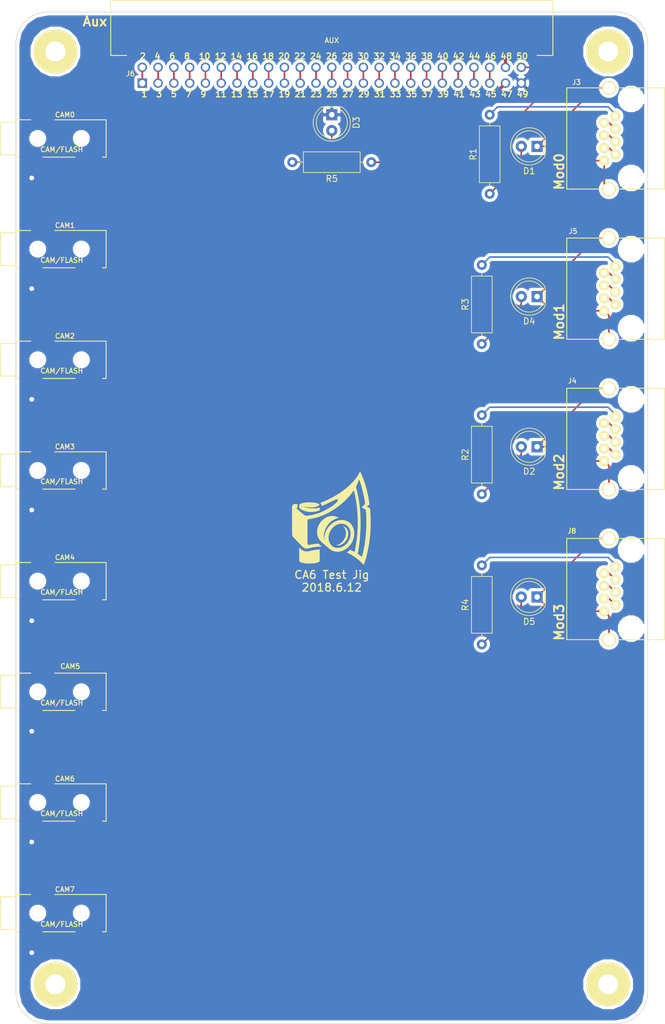
<source format=kicad_pcb>
(kicad_pcb (version 4) (host pcbnew 4.0.7)

  (general
    (links 82)
    (no_connects 0)
    (area 22.682199 23.322669 129.967331 188.009531)
    (thickness 1.6)
    (drawings 16)
    (tracks 195)
    (zones 0)
    (modules 28)
    (nets 53)
  )

  (page A3)
  (layers
    (0 F.Cu mixed)
    (31 B.Cu signal)
    (35 F.Paste user)
    (36 B.SilkS user)
    (37 F.SilkS user)
    (38 B.Mask user)
    (39 F.Mask user)
    (42 Eco1.User user)
    (44 Edge.Cuts user)
    (45 Margin user)
  )

  (setup
    (last_trace_width 0.1524)
    (user_trace_width 0.1524)
    (user_trace_width 0.254)
    (user_trace_width 0.3)
    (user_trace_width 0.3048)
    (user_trace_width 0.508)
    (user_trace_width 0.762)
    (user_trace_width 1.016)
    (user_trace_width 1.524)
    (trace_clearance 0.1524)
    (zone_clearance 0.254)
    (zone_45_only yes)
    (trace_min 0.1524)
    (segment_width 0.2032)
    (edge_width 0.09906)
    (via_size 0.6096)
    (via_drill 0.3556)
    (via_min_size 0.6096)
    (via_min_drill 0.3048)
    (user_via 1.27 0.762)
    (uvia_size 0.6096)
    (uvia_drill 0.3556)
    (uvias_allowed no)
    (uvia_min_size 0.6096)
    (uvia_min_drill 0.3048)
    (pcb_text_width 0.29972)
    (pcb_text_size 1.50114 1.50114)
    (mod_edge_width 0.14986)
    (mod_text_size 1.00076 1.00076)
    (mod_text_width 0.14986)
    (pad_size 1.45 0.3)
    (pad_drill 0)
    (pad_to_mask_clearance 0)
    (aux_axis_origin 0 0)
    (visible_elements 7FFFFF7F)
    (pcbplotparams
      (layerselection 0x010f8_80000001)
      (usegerberextensions true)
      (excludeedgelayer true)
      (linewidth 0.150000)
      (plotframeref false)
      (viasonmask false)
      (mode 1)
      (useauxorigin false)
      (hpglpennumber 1)
      (hpglpenspeed 20)
      (hpglpendiameter 15)
      (hpglpenoverlay 2)
      (psnegative false)
      (psa4output false)
      (plotreference true)
      (plotvalue true)
      (plotinvisibletext false)
      (padsonsilk false)
      (subtractmaskfromsilk false)
      (outputformat 1)
      (mirror false)
      (drillshape 0)
      (scaleselection 1)
      (outputdirectory Gerbers/))
  )

  (net 0 "")
  (net 1 GND)
  (net 2 /FOCUS)
  (net 3 /SHUTTER)
  (net 4 "Net-(D1-Pad1)")
  (net 5 "Net-(D1-Pad2)")
  (net 6 "Net-(D2-Pad1)")
  (net 7 "Net-(D2-Pad2)")
  (net 8 "Net-(D3-Pad2)")
  (net 9 "Net-(D4-Pad1)")
  (net 10 "Net-(D4-Pad2)")
  (net 11 "Net-(D5-Pad1)")
  (net 12 "Net-(D5-Pad2)")
  (net 13 "Net-(J3-Pad4)")
  (net 14 "Net-(J3-Pad2)")
  (net 15 "Net-(J3-Pad6)")
  (net 16 "Net-(J3-Pad1)")
  (net 17 "Net-(J4-Pad4)")
  (net 18 "Net-(J4-Pad2)")
  (net 19 "Net-(J4-Pad6)")
  (net 20 "Net-(J4-Pad1)")
  (net 21 "Net-(J5-Pad4)")
  (net 22 "Net-(J5-Pad2)")
  (net 23 "Net-(J5-Pad6)")
  (net 24 "Net-(J5-Pad1)")
  (net 25 "Net-(J6-Pad1)")
  (net 26 "Net-(J6-Pad3)")
  (net 27 "Net-(J6-Pad5)")
  (net 28 "Net-(J6-Pad7)")
  (net 29 "Net-(J6-Pad10)")
  (net 30 "Net-(J6-Pad11)")
  (net 31 "Net-(J6-Pad13)")
  (net 32 "Net-(J6-Pad15)")
  (net 33 "Net-(J6-Pad17)")
  (net 34 "Net-(J6-Pad19)")
  (net 35 "Net-(J6-Pad21)")
  (net 36 "Net-(J6-Pad23)")
  (net 37 "Net-(J6-Pad25)")
  (net 38 "Net-(J6-Pad27)")
  (net 39 "Net-(J6-Pad29)")
  (net 40 "Net-(J6-Pad31)")
  (net 41 "Net-(J6-Pad33)")
  (net 42 "Net-(J6-Pad35)")
  (net 43 "Net-(J6-Pad37)")
  (net 44 "Net-(J6-Pad39)")
  (net 45 "Net-(J6-Pad41)")
  (net 46 "Net-(J6-Pad43)")
  (net 47 "Net-(J6-Pad45)")
  (net 48 "Net-(J6-Pad50)")
  (net 49 "Net-(J8-Pad4)")
  (net 50 "Net-(J8-Pad2)")
  (net 51 "Net-(J8-Pad6)")
  (net 52 "Net-(J8-Pad1)")

  (net_class Default "This is the default net class."
    (clearance 0.1524)
    (trace_width 0.1524)
    (via_dia 0.6096)
    (via_drill 0.3556)
    (uvia_dia 0.6096)
    (uvia_drill 0.3556)
    (add_net /FOCUS)
    (add_net /SHUTTER)
    (add_net "Net-(D1-Pad1)")
    (add_net "Net-(D1-Pad2)")
    (add_net "Net-(D2-Pad1)")
    (add_net "Net-(D2-Pad2)")
    (add_net "Net-(D3-Pad2)")
    (add_net "Net-(D4-Pad1)")
    (add_net "Net-(D4-Pad2)")
    (add_net "Net-(D5-Pad1)")
    (add_net "Net-(D5-Pad2)")
    (add_net "Net-(J3-Pad1)")
    (add_net "Net-(J3-Pad2)")
    (add_net "Net-(J3-Pad4)")
    (add_net "Net-(J3-Pad6)")
    (add_net "Net-(J4-Pad1)")
    (add_net "Net-(J4-Pad2)")
    (add_net "Net-(J4-Pad4)")
    (add_net "Net-(J4-Pad6)")
    (add_net "Net-(J5-Pad1)")
    (add_net "Net-(J5-Pad2)")
    (add_net "Net-(J5-Pad4)")
    (add_net "Net-(J5-Pad6)")
    (add_net "Net-(J6-Pad1)")
    (add_net "Net-(J6-Pad10)")
    (add_net "Net-(J6-Pad11)")
    (add_net "Net-(J6-Pad13)")
    (add_net "Net-(J6-Pad15)")
    (add_net "Net-(J6-Pad17)")
    (add_net "Net-(J6-Pad19)")
    (add_net "Net-(J6-Pad21)")
    (add_net "Net-(J6-Pad23)")
    (add_net "Net-(J6-Pad25)")
    (add_net "Net-(J6-Pad27)")
    (add_net "Net-(J6-Pad29)")
    (add_net "Net-(J6-Pad3)")
    (add_net "Net-(J6-Pad31)")
    (add_net "Net-(J6-Pad33)")
    (add_net "Net-(J6-Pad35)")
    (add_net "Net-(J6-Pad37)")
    (add_net "Net-(J6-Pad39)")
    (add_net "Net-(J6-Pad41)")
    (add_net "Net-(J6-Pad43)")
    (add_net "Net-(J6-Pad45)")
    (add_net "Net-(J6-Pad5)")
    (add_net "Net-(J6-Pad50)")
    (add_net "Net-(J6-Pad7)")
    (add_net "Net-(J8-Pad1)")
    (add_net "Net-(J8-Pad2)")
    (add_net "Net-(J8-Pad4)")
    (add_net "Net-(J8-Pad6)")
  )

  (net_class Gnd ""
    (clearance 0.1524)
    (trace_width 0.1524)
    (via_dia 0.6096)
    (via_drill 0.3556)
    (uvia_dia 0.6096)
    (uvia_drill 0.3556)
    (add_net GND)
  )

  (module CA6:RJ45_pcbwing (layer F.Cu) (tedit 5A5630D3) (tstamp 58ED4CF6)
    (at 121.92 118.11 90)
    (path /537AA6D0)
    (fp_text reference J8 (at 9.33 -7.12 180) (layer F.SilkS)
      (effects (font (size 0.8 0.8) (thickness 0.15)))
    )
    (fp_text value MODULE_3 (at -5.08 -8.636 90) (layer F.SilkS) hide
      (effects (font (size 0.8 0.8) (thickness 0.15)))
    )
    (fp_line (start -8.13 7.82) (end -8.13 -7.93) (layer F.SilkS) (width 0.14986))
    (fp_line (start -8.13 -7.93) (end 8.13 -7.93) (layer F.SilkS) (width 0.14986))
    (fp_line (start 8.13 -7.93) (end 8.13 7.82) (layer F.SilkS) (width 0.14986))
    (fp_line (start 8.13 7.82) (end -8.13 7.82) (layer F.SilkS) (width 0.14986))
    (pad 8 thru_hole circle (at -8.13 -1.14 90) (size 2.2 2.2) (drill 1.8) (layers *.Cu *.Mask F.SilkS)
      (net 11 "Net-(D5-Pad1)"))
    (pad 8 thru_hole circle (at 8.13 -1.14 90) (size 2.2 2.2) (drill 1.8) (layers *.Cu *.Mask F.SilkS)
      (net 11 "Net-(D5-Pad1)"))
    (pad "" np_thru_hole circle (at -6.35 2.42 90) (size 3.25 3.25) (drill 3.25) (layers *.Cu *.Mask F.SilkS))
    (pad "" np_thru_hole circle (at 6.35 2.42 90) (size 3.25 3.25) (drill 3.25) (layers *.Cu *.Mask F.SilkS))
    (pad 5 thru_hole circle (at -0.5 -0.12 90) (size 1.6 1.6) (drill 0.89) (layers *.Cu *.Mask F.SilkS)
      (net 49 "Net-(J8-Pad4)"))
    (pad 3 thru_hole circle (at 1.53 -0.12 90) (size 1.6 1.6) (drill 0.89) (layers *.Cu *.Mask F.SilkS)
      (net 50 "Net-(J8-Pad2)"))
    (pad 6 thru_hole circle (at -1.53 -1.9 90) (size 1.6 1.6) (drill 0.89) (layers *.Cu *.Mask F.SilkS)
      (net 51 "Net-(J8-Pad6)"))
    (pad 4 thru_hole circle (at 0.5 -1.9 90) (size 1.6 1.6) (drill 0.89) (layers *.Cu *.Mask F.SilkS)
      (net 49 "Net-(J8-Pad4)"))
    (pad 8 thru_hole circle (at -3.56 -1.9 90) (size 1.6 1.6) (drill 0.89) (layers *.Cu *.Mask F.SilkS)
      (net 11 "Net-(D5-Pad1)"))
    (pad 7 thru_hole circle (at -2.53 -0.12 90) (size 1.6 1.6) (drill 0.89) (layers *.Cu *.Mask F.SilkS)
      (net 51 "Net-(J8-Pad6)"))
    (pad 2 thru_hole circle (at 2.53 -1.9 90) (size 1.6 1.6) (drill 0.89) (layers *.Cu *.Mask F.SilkS)
      (net 50 "Net-(J8-Pad2)"))
    (pad 1 thru_hole circle (at 3.56 -0.12 90) (size 1.6 1.6) (drill 0.89) (layers *.Cu *.Mask F.SilkS)
      (net 52 "Net-(J8-Pad1)"))
  )

  (module CA6:RJ45_pcbwing (layer F.Cu) (tedit 5A5630CE) (tstamp 58ED4CD0)
    (at 121.92 93.98 90)
    (path /5377EFFB)
    (fp_text reference J4 (at 9.32 -7.03 180) (layer F.SilkS)
      (effects (font (size 0.8 0.8) (thickness 0.15)))
    )
    (fp_text value MODULE_2 (at -5.08 -8.636 90) (layer F.SilkS) hide
      (effects (font (size 0.8 0.8) (thickness 0.15)))
    )
    (fp_line (start -8.13 7.82) (end -8.13 -7.93) (layer F.SilkS) (width 0.14986))
    (fp_line (start -8.13 -7.93) (end 8.13 -7.93) (layer F.SilkS) (width 0.14986))
    (fp_line (start 8.13 -7.93) (end 8.13 7.82) (layer F.SilkS) (width 0.14986))
    (fp_line (start 8.13 7.82) (end -8.13 7.82) (layer F.SilkS) (width 0.14986))
    (pad 8 thru_hole circle (at -8.13 -1.14 90) (size 2.2 2.2) (drill 1.8) (layers *.Cu *.Mask F.SilkS)
      (net 6 "Net-(D2-Pad1)"))
    (pad 8 thru_hole circle (at 8.13 -1.14 90) (size 2.2 2.2) (drill 1.8) (layers *.Cu *.Mask F.SilkS)
      (net 6 "Net-(D2-Pad1)"))
    (pad "" np_thru_hole circle (at -6.35 2.42 90) (size 3.25 3.25) (drill 3.25) (layers *.Cu *.Mask F.SilkS))
    (pad "" np_thru_hole circle (at 6.35 2.42 90) (size 3.25 3.25) (drill 3.25) (layers *.Cu *.Mask F.SilkS))
    (pad 5 thru_hole circle (at -0.5 -0.12 90) (size 1.6 1.6) (drill 0.89) (layers *.Cu *.Mask F.SilkS)
      (net 17 "Net-(J4-Pad4)"))
    (pad 3 thru_hole circle (at 1.53 -0.12 90) (size 1.6 1.6) (drill 0.89) (layers *.Cu *.Mask F.SilkS)
      (net 18 "Net-(J4-Pad2)"))
    (pad 6 thru_hole circle (at -1.53 -1.9 90) (size 1.6 1.6) (drill 0.89) (layers *.Cu *.Mask F.SilkS)
      (net 19 "Net-(J4-Pad6)"))
    (pad 4 thru_hole circle (at 0.5 -1.9 90) (size 1.6 1.6) (drill 0.89) (layers *.Cu *.Mask F.SilkS)
      (net 17 "Net-(J4-Pad4)"))
    (pad 8 thru_hole circle (at -3.56 -1.9 90) (size 1.6 1.6) (drill 0.89) (layers *.Cu *.Mask F.SilkS)
      (net 6 "Net-(D2-Pad1)"))
    (pad 7 thru_hole circle (at -2.53 -0.12 90) (size 1.6 1.6) (drill 0.89) (layers *.Cu *.Mask F.SilkS)
      (net 19 "Net-(J4-Pad6)"))
    (pad 2 thru_hole circle (at 2.53 -1.9 90) (size 1.6 1.6) (drill 0.89) (layers *.Cu *.Mask F.SilkS)
      (net 18 "Net-(J4-Pad2)"))
    (pad 1 thru_hole circle (at 3.56 -0.12 90) (size 1.6 1.6) (drill 0.89) (layers *.Cu *.Mask F.SilkS)
      (net 20 "Net-(J4-Pad1)"))
  )

  (module CA6:RJ45_pcbwing (layer F.Cu) (tedit 5A5630C5) (tstamp 58ED4CE3)
    (at 121.92 69.85 90)
    (path /536A1056)
    (fp_text reference J5 (at 9.22 -6.92 180) (layer F.SilkS)
      (effects (font (size 0.8 0.8) (thickness 0.15)))
    )
    (fp_text value MODULE_1 (at -5.08 -8.636 90) (layer F.SilkS) hide
      (effects (font (size 0.8 0.8) (thickness 0.15)))
    )
    (fp_line (start -8.13 7.82) (end -8.13 -7.93) (layer F.SilkS) (width 0.14986))
    (fp_line (start -8.13 -7.93) (end 8.13 -7.93) (layer F.SilkS) (width 0.14986))
    (fp_line (start 8.13 -7.93) (end 8.13 7.82) (layer F.SilkS) (width 0.14986))
    (fp_line (start 8.13 7.82) (end -8.13 7.82) (layer F.SilkS) (width 0.14986))
    (pad 8 thru_hole circle (at -8.13 -1.14 90) (size 2.2 2.2) (drill 1.8) (layers *.Cu *.Mask F.SilkS)
      (net 9 "Net-(D4-Pad1)"))
    (pad 8 thru_hole circle (at 8.13 -1.14 90) (size 2.2 2.2) (drill 1.8) (layers *.Cu *.Mask F.SilkS)
      (net 9 "Net-(D4-Pad1)"))
    (pad "" np_thru_hole circle (at -6.35 2.42 90) (size 3.25 3.25) (drill 3.25) (layers *.Cu *.Mask F.SilkS))
    (pad "" np_thru_hole circle (at 6.35 2.42 90) (size 3.25 3.25) (drill 3.25) (layers *.Cu *.Mask F.SilkS))
    (pad 5 thru_hole circle (at -0.5 -0.12 90) (size 1.6 1.6) (drill 0.89) (layers *.Cu *.Mask F.SilkS)
      (net 21 "Net-(J5-Pad4)"))
    (pad 3 thru_hole circle (at 1.53 -0.12 90) (size 1.6 1.6) (drill 0.89) (layers *.Cu *.Mask F.SilkS)
      (net 22 "Net-(J5-Pad2)"))
    (pad 6 thru_hole circle (at -1.53 -1.9 90) (size 1.6 1.6) (drill 0.89) (layers *.Cu *.Mask F.SilkS)
      (net 23 "Net-(J5-Pad6)"))
    (pad 4 thru_hole circle (at 0.5 -1.9 90) (size 1.6 1.6) (drill 0.89) (layers *.Cu *.Mask F.SilkS)
      (net 21 "Net-(J5-Pad4)"))
    (pad 8 thru_hole circle (at -3.56 -1.9 90) (size 1.6 1.6) (drill 0.89) (layers *.Cu *.Mask F.SilkS)
      (net 9 "Net-(D4-Pad1)"))
    (pad 7 thru_hole circle (at -2.53 -0.12 90) (size 1.6 1.6) (drill 0.89) (layers *.Cu *.Mask F.SilkS)
      (net 23 "Net-(J5-Pad6)"))
    (pad 2 thru_hole circle (at 2.53 -1.9 90) (size 1.6 1.6) (drill 0.89) (layers *.Cu *.Mask F.SilkS)
      (net 22 "Net-(J5-Pad2)"))
    (pad 1 thru_hole circle (at 3.56 -0.12 90) (size 1.6 1.6) (drill 0.89) (layers *.Cu *.Mask F.SilkS)
      (net 24 "Net-(J5-Pad1)"))
  )

  (module CA6:RJ45_pcbwing (layer F.Cu) (tedit 5A5630C0) (tstamp 58ED4CBD)
    (at 121.92 45.72 90)
    (path /536A1078)
    (fp_text reference J3 (at 9.03 -6.36 180) (layer F.SilkS)
      (effects (font (size 0.8 0.8) (thickness 0.15)))
    )
    (fp_text value MODULE_0 (at -5.08 -8.636 90) (layer F.SilkS) hide
      (effects (font (size 0.8 0.8) (thickness 0.15)))
    )
    (fp_line (start -8.13 7.82) (end -8.13 -7.93) (layer F.SilkS) (width 0.14986))
    (fp_line (start -8.13 -7.93) (end 8.13 -7.93) (layer F.SilkS) (width 0.14986))
    (fp_line (start 8.13 -7.93) (end 8.13 7.82) (layer F.SilkS) (width 0.14986))
    (fp_line (start 8.13 7.82) (end -8.13 7.82) (layer F.SilkS) (width 0.14986))
    (pad 8 thru_hole circle (at -8.13 -1.14 90) (size 2.2 2.2) (drill 1.8) (layers *.Cu *.Mask F.SilkS)
      (net 4 "Net-(D1-Pad1)"))
    (pad 8 thru_hole circle (at 8.13 -1.14 90) (size 2.2 2.2) (drill 1.8) (layers *.Cu *.Mask F.SilkS)
      (net 4 "Net-(D1-Pad1)"))
    (pad "" np_thru_hole circle (at -6.35 2.42 90) (size 3.25 3.25) (drill 3.25) (layers *.Cu *.Mask F.SilkS))
    (pad "" np_thru_hole circle (at 6.35 2.42 90) (size 3.25 3.25) (drill 3.25) (layers *.Cu *.Mask F.SilkS))
    (pad 5 thru_hole circle (at -0.5 -0.12 90) (size 1.6 1.6) (drill 0.89) (layers *.Cu *.Mask F.SilkS)
      (net 13 "Net-(J3-Pad4)"))
    (pad 3 thru_hole circle (at 1.53 -0.12 90) (size 1.6 1.6) (drill 0.89) (layers *.Cu *.Mask F.SilkS)
      (net 14 "Net-(J3-Pad2)"))
    (pad 6 thru_hole circle (at -1.53 -1.9 90) (size 1.6 1.6) (drill 0.89) (layers *.Cu *.Mask F.SilkS)
      (net 15 "Net-(J3-Pad6)"))
    (pad 4 thru_hole circle (at 0.5 -1.9 90) (size 1.6 1.6) (drill 0.89) (layers *.Cu *.Mask F.SilkS)
      (net 13 "Net-(J3-Pad4)"))
    (pad 8 thru_hole circle (at -3.56 -1.9 90) (size 1.6 1.6) (drill 0.89) (layers *.Cu *.Mask F.SilkS)
      (net 4 "Net-(D1-Pad1)"))
    (pad 7 thru_hole circle (at -2.53 -0.12 90) (size 1.6 1.6) (drill 0.89) (layers *.Cu *.Mask F.SilkS)
      (net 15 "Net-(J3-Pad6)"))
    (pad 2 thru_hole circle (at 2.53 -1.9 90) (size 1.6 1.6) (drill 0.89) (layers *.Cu *.Mask F.SilkS)
      (net 14 "Net-(J3-Pad2)"))
    (pad 1 thru_hole circle (at 3.56 -0.12 90) (size 1.6 1.6) (drill 0.89) (layers *.Cu *.Mask F.SilkS)
      (net 16 "Net-(J3-Pad1)"))
  )

  (module "CA6:IDC_50PIN(2X25)-90" (layer F.Cu) (tedit 58C18D59) (tstamp 58B9F95E)
    (at 76.2 35.56)
    (path /53682209)
    (fp_text reference J6 (at -32.385 -0.254) (layer F.SilkS)
      (effects (font (size 0.8 0.8) (thickness 0.15)))
    )
    (fp_text value AUX (at 0 -5.588) (layer F.SilkS)
      (effects (font (size 0.8 0.8) (thickness 0.15)))
    )
    (fp_line (start -35.56 -3.175) (end -33.02 -3.175) (layer F.SilkS) (width 0.1524))
    (fp_line (start 35.56 -3.175) (end 33.02 -3.175) (layer F.SilkS) (width 0.1524))
    (fp_line (start 35.56 -12.01) (end -35.56 -12.01) (layer F.SilkS) (width 0.14986))
    (fp_line (start -35.56 -12.01) (end -35.56 -3.21) (layer F.SilkS) (width 0.14986))
    (fp_line (start 35.56 -12.01) (end 35.56 -3.21) (layer F.SilkS) (width 0.14986))
    (pad 1 thru_hole rect (at -30.48 1.27) (size 1.524 1.524) (drill 1.016) (layers *.Cu *.Mask)
      (net 25 "Net-(J6-Pad1)"))
    (pad 2 thru_hole circle (at -30.48 -1.27) (size 1.524 1.524) (drill 1.016) (layers *.Cu *.Mask)
      (net 25 "Net-(J6-Pad1)"))
    (pad 3 thru_hole circle (at -27.94 1.27) (size 1.524 1.524) (drill 1.016) (layers *.Cu *.Mask)
      (net 26 "Net-(J6-Pad3)"))
    (pad 4 thru_hole circle (at -27.94 -1.27) (size 1.524 1.524) (drill 1.016) (layers *.Cu *.Mask)
      (net 26 "Net-(J6-Pad3)"))
    (pad 5 thru_hole circle (at -25.4 1.27) (size 1.524 1.524) (drill 1.016) (layers *.Cu *.Mask)
      (net 27 "Net-(J6-Pad5)"))
    (pad 6 thru_hole circle (at -25.4 -1.27) (size 1.524 1.524) (drill 1.016) (layers *.Cu *.Mask)
      (net 27 "Net-(J6-Pad5)"))
    (pad 7 thru_hole circle (at -22.86 1.27) (size 1.524 1.524) (drill 1.016) (layers *.Cu *.Mask)
      (net 28 "Net-(J6-Pad7)"))
    (pad 8 thru_hole circle (at -22.86 -1.27) (size 1.524 1.524) (drill 1.016) (layers *.Cu *.Mask)
      (net 28 "Net-(J6-Pad7)"))
    (pad 9 thru_hole circle (at -20.32 1.27) (size 1.524 1.524) (drill 1.016) (layers *.Cu *.Mask)
      (net 29 "Net-(J6-Pad10)"))
    (pad 10 thru_hole circle (at -20.32 -1.27) (size 1.524 1.524) (drill 1.016) (layers *.Cu *.Mask)
      (net 29 "Net-(J6-Pad10)"))
    (pad 11 thru_hole circle (at -17.78 1.27) (size 1.524 1.524) (drill 1.016) (layers *.Cu *.Mask)
      (net 30 "Net-(J6-Pad11)"))
    (pad 12 thru_hole circle (at -17.78 -1.27) (size 1.524 1.524) (drill 1.016) (layers *.Cu *.Mask)
      (net 30 "Net-(J6-Pad11)"))
    (pad 13 thru_hole circle (at -15.24 1.27) (size 1.524 1.524) (drill 1.016) (layers *.Cu *.Mask)
      (net 31 "Net-(J6-Pad13)"))
    (pad 14 thru_hole circle (at -15.24 -1.27) (size 1.524 1.524) (drill 1.016) (layers *.Cu *.Mask)
      (net 31 "Net-(J6-Pad13)"))
    (pad 15 thru_hole circle (at -12.7 1.27) (size 1.524 1.524) (drill 1.016) (layers *.Cu *.Mask)
      (net 32 "Net-(J6-Pad15)"))
    (pad 16 thru_hole circle (at -12.7 -1.27) (size 1.524 1.524) (drill 1.016) (layers *.Cu *.Mask)
      (net 32 "Net-(J6-Pad15)"))
    (pad 17 thru_hole circle (at -10.16 1.27) (size 1.524 1.524) (drill 1.016) (layers *.Cu *.Mask)
      (net 33 "Net-(J6-Pad17)"))
    (pad 18 thru_hole circle (at -10.16 -1.27) (size 1.524 1.524) (drill 1.016) (layers *.Cu *.Mask)
      (net 33 "Net-(J6-Pad17)"))
    (pad 19 thru_hole circle (at -7.62 1.27) (size 1.524 1.524) (drill 1.016) (layers *.Cu *.Mask)
      (net 34 "Net-(J6-Pad19)"))
    (pad 20 thru_hole circle (at -7.62 -1.27) (size 1.524 1.524) (drill 1.016) (layers *.Cu *.Mask)
      (net 34 "Net-(J6-Pad19)"))
    (pad 21 thru_hole circle (at -5.08 1.27) (size 1.524 1.524) (drill 1.016) (layers *.Cu *.Mask)
      (net 35 "Net-(J6-Pad21)"))
    (pad 22 thru_hole circle (at -5.08 -1.27) (size 1.524 1.524) (drill 1.016) (layers *.Cu *.Mask)
      (net 35 "Net-(J6-Pad21)"))
    (pad 23 thru_hole circle (at -2.54 1.27) (size 1.524 1.524) (drill 1.016) (layers *.Cu *.Mask)
      (net 36 "Net-(J6-Pad23)"))
    (pad 24 thru_hole circle (at -2.54 -1.27) (size 1.524 1.524) (drill 1.016) (layers *.Cu *.Mask)
      (net 36 "Net-(J6-Pad23)"))
    (pad 25 thru_hole circle (at 0 1.27) (size 1.524 1.524) (drill 1.016) (layers *.Cu *.Mask)
      (net 37 "Net-(J6-Pad25)"))
    (pad 26 thru_hole circle (at 0 -1.27) (size 1.524 1.524) (drill 1.016) (layers *.Cu *.Mask)
      (net 37 "Net-(J6-Pad25)"))
    (pad 27 thru_hole circle (at 2.54 1.27) (size 1.524 1.524) (drill 1.016) (layers *.Cu *.Mask)
      (net 38 "Net-(J6-Pad27)"))
    (pad 28 thru_hole circle (at 2.54 -1.27) (size 1.524 1.524) (drill 1.016) (layers *.Cu *.Mask)
      (net 38 "Net-(J6-Pad27)"))
    (pad 29 thru_hole circle (at 5.08 1.27) (size 1.524 1.524) (drill 1.016) (layers *.Cu *.Mask)
      (net 39 "Net-(J6-Pad29)"))
    (pad 30 thru_hole circle (at 5.08 -1.27) (size 1.524 1.524) (drill 1.016) (layers *.Cu *.Mask)
      (net 39 "Net-(J6-Pad29)"))
    (pad 31 thru_hole circle (at 7.62 1.27) (size 1.524 1.524) (drill 1.016) (layers *.Cu *.Mask)
      (net 40 "Net-(J6-Pad31)"))
    (pad 32 thru_hole circle (at 7.62 -1.27) (size 1.524 1.524) (drill 1.016) (layers *.Cu *.Mask)
      (net 40 "Net-(J6-Pad31)"))
    (pad 33 thru_hole circle (at 10.16 1.27) (size 1.524 1.524) (drill 1.016) (layers *.Cu *.Mask)
      (net 41 "Net-(J6-Pad33)"))
    (pad 34 thru_hole circle (at 10.16 -1.27) (size 1.524 1.524) (drill 1.016) (layers *.Cu *.Mask)
      (net 41 "Net-(J6-Pad33)"))
    (pad 35 thru_hole circle (at 12.7 1.27) (size 1.524 1.524) (drill 1.016) (layers *.Cu *.Mask)
      (net 42 "Net-(J6-Pad35)"))
    (pad 36 thru_hole circle (at 12.7 -1.27) (size 1.524 1.524) (drill 1.016) (layers *.Cu *.Mask)
      (net 42 "Net-(J6-Pad35)"))
    (pad 37 thru_hole circle (at 15.24 1.27) (size 1.524 1.524) (drill 1.016) (layers *.Cu *.Mask)
      (net 43 "Net-(J6-Pad37)"))
    (pad 38 thru_hole circle (at 15.24 -1.27) (size 1.524 1.524) (drill 1.016) (layers *.Cu *.Mask)
      (net 43 "Net-(J6-Pad37)"))
    (pad 39 thru_hole circle (at 17.78 1.27) (size 1.524 1.524) (drill 1.016) (layers *.Cu *.Mask)
      (net 44 "Net-(J6-Pad39)"))
    (pad 40 thru_hole circle (at 17.78 -1.27) (size 1.524 1.524) (drill 1.016) (layers *.Cu *.Mask)
      (net 44 "Net-(J6-Pad39)"))
    (pad 41 thru_hole circle (at 20.32 1.27) (size 1.524 1.524) (drill 1.016) (layers *.Cu *.Mask)
      (net 45 "Net-(J6-Pad41)"))
    (pad 42 thru_hole circle (at 20.32 -1.27) (size 1.524 1.524) (drill 1.016) (layers *.Cu *.Mask)
      (net 45 "Net-(J6-Pad41)"))
    (pad 43 thru_hole circle (at 22.86 1.27) (size 1.524 1.524) (drill 1.016) (layers *.Cu *.Mask)
      (net 46 "Net-(J6-Pad43)"))
    (pad 44 thru_hole circle (at 22.86 -1.27) (size 1.524 1.524) (drill 1.016) (layers *.Cu *.Mask)
      (net 46 "Net-(J6-Pad43)"))
    (pad 45 thru_hole circle (at 25.4 1.27) (size 1.524 1.524) (drill 1.016) (layers *.Cu *.Mask)
      (net 47 "Net-(J6-Pad45)"))
    (pad 46 thru_hole circle (at 25.4 -1.27) (size 1.524 1.524) (drill 1.016) (layers *.Cu *.Mask)
      (net 47 "Net-(J6-Pad45)"))
    (pad 47 thru_hole circle (at 27.94 1.27) (size 1.524 1.524) (drill 1.016) (layers *.Cu *.Mask)
      (net 3 /SHUTTER))
    (pad 48 thru_hole circle (at 27.94 -1.27) (size 1.524 1.524) (drill 1.016) (layers *.Cu *.Mask)
      (net 2 /FOCUS))
    (pad 49 thru_hole circle (at 30.48 1.27) (size 1.524 1.524) (drill 1.016) (layers *.Cu *.Mask)
      (net 1 GND))
    (pad 50 thru_hole circle (at 30.48 -1.27) (size 1.524 1.524) (drill 1.016) (layers *.Cu *.Mask)
      (net 48 "Net-(J6-Pad50)"))
  )

  (module CA6:HOLE_3.0mm (layer F.Cu) (tedit 54664E93) (tstamp 58BA2BC2)
    (at 120.65 181.61)
    (path /58C15241)
    (fp_text reference X4 (at -0.0254 -0.508) (layer F.SilkS) hide
      (effects (font (size 0.8 0.8) (thickness 0.14986)))
    )
    (fp_text value HOLE (at 0 0.7112) (layer F.SilkS) hide
      (effects (font (size 0.8 0.8) (thickness 0.14986)))
    )
    (pad "" np_thru_hole circle (at 0 0) (size 7 7) (drill 3.2) (layers *.Cu *.Mask F.SilkS))
  )

  (module CA6:HOLE_3.0mm (layer F.Cu) (tedit 54664E93) (tstamp 58B9FC51)
    (at 31.75 181.61)
    (path /53720DC0)
    (fp_text reference X3 (at -0.0254 -0.508) (layer F.SilkS) hide
      (effects (font (size 0.8 0.8) (thickness 0.14986)))
    )
    (fp_text value HOLE (at 0 0.7112) (layer F.SilkS) hide
      (effects (font (size 0.8 0.8) (thickness 0.14986)))
    )
    (pad "" np_thru_hole circle (at 0 0) (size 7 7) (drill 3.2) (layers *.Cu *.Mask F.SilkS))
  )

  (module CA6:HOLE_3.0mm (layer F.Cu) (tedit 54664E93) (tstamp 58B9FC4D)
    (at 120.65 31.75 270)
    (path /53720DBA)
    (fp_text reference X2 (at -0.0254 -0.508 270) (layer F.SilkS) hide
      (effects (font (size 0.8 0.8) (thickness 0.14986)))
    )
    (fp_text value HOLE (at 0 0.7112 270) (layer F.SilkS) hide
      (effects (font (size 0.8 0.8) (thickness 0.14986)))
    )
    (pad "" np_thru_hole circle (at 0 0 270) (size 7 7) (drill 3.2) (layers *.Cu *.Mask F.SilkS))
  )

  (module CA6:HOLE_3.0mm (layer F.Cu) (tedit 54664E93) (tstamp 58B9FC49)
    (at 31.75 31.75)
    (path /53720DAD)
    (fp_text reference X1 (at -0.0254 -0.508) (layer F.SilkS) hide
      (effects (font (size 0.8 0.8) (thickness 0.14986)))
    )
    (fp_text value HOLE (at 0 0.7112) (layer F.SilkS) hide
      (effects (font (size 0.8 0.8) (thickness 0.14986)))
    )
    (pad "" np_thru_hole circle (at 0 0) (size 7 7) (drill 3.2) (layers *.Cu *.Mask F.SilkS))
  )

  (module CA6:CA_Logo_15mm (layer F.Cu) (tedit 0) (tstamp 58B9F9DD)
    (at 76.2 106.68)
    (path /541ED919)
    (fp_text reference LOGO1 (at 0 7.9096) (layer F.SilkS) hide
      (effects (font (size 0.2819 0.2819) (thickness 0.0559)))
    )
    (fp_text value CA_LOGO_150 (at 0 -7.9096) (layer F.SilkS) hide
      (effects (font (size 0.2819 0.2819) (thickness 0.0559)))
    )
    (fp_poly (pts (xy 6.2586 0.6934) (xy 6.2586 0.9728) (xy 6.2535 1.237) (xy 6.2509 1.3183)
      (xy 6.2484 1.4554) (xy 6.2433 1.585) (xy 6.2408 1.7069) (xy 6.2357 1.811)
      (xy 6.2332 1.8974) (xy 6.2306 1.9583) (xy 6.2281 1.9939) (xy 6.2281 1.9964)
      (xy 6.223 2.0472) (xy 6.2205 2.1184) (xy 6.2128 2.1971) (xy 6.2128 2.2327)
      (xy 6.1671 2.8245) (xy 6.1011 3.4315) (xy 6.0173 4.0462) (xy 5.9131 4.6634)
      (xy 5.7912 5.273) (xy 5.654 5.8674) (xy 5.555 6.2382) (xy 5.555 0.7747)
      (xy 5.555 0.5817) (xy 5.555 0.3912) (xy 5.5524 0.2083) (xy 5.5499 0.0406)
      (xy 5.5474 -0.1041) (xy 5.5423 -0.2311) (xy 5.5397 -0.2743) (xy 5.5321 -0.4293)
      (xy 5.5245 -0.5817) (xy 5.5143 -0.7264) (xy 5.5042 -0.8661) (xy 5.4966 -0.9906)
      (xy 5.4864 -1.1024) (xy 5.4788 -1.1938) (xy 5.4712 -1.2624) (xy 5.4635 -1.3056)
      (xy 5.4585 -1.3208) (xy 5.4407 -1.336) (xy 5.3975 -1.3614) (xy 5.3416 -1.3945)
      (xy 5.273 -1.4351) (xy 5.268 -1.4376) (xy 5.1816 -1.4859) (xy 5.0902 -1.5367)
      (xy 5.0063 -1.585) (xy 4.9505 -1.6129) (xy 4.8108 -1.6916) (xy 5.0876 -1.971)
      (xy 5.367 -2.2479) (xy 5.3188 -2.5578) (xy 5.2959 -2.7076) (xy 5.273 -2.8423)
      (xy 5.2527 -2.9718) (xy 5.2299 -3.0963) (xy 5.2045 -3.2233) (xy 5.1765 -3.3579)
      (xy 5.146 -3.5027) (xy 5.1105 -3.6652) (xy 5.0698 -3.8506) (xy 5.0343 -4.0005)
      (xy 4.9784 -4.2418) (xy 4.9276 -4.4577) (xy 4.8793 -4.6482) (xy 4.8362 -4.8235)
      (xy 4.7955 -4.9809) (xy 4.7549 -5.1283) (xy 4.7142 -5.268) (xy 4.6711 -5.4051)
      (xy 4.6279 -5.5423) (xy 4.5796 -5.6871) (xy 4.5263 -5.8369) (xy 4.5237 -5.8471)
      (xy 4.4856 -5.9588) (xy 4.4526 -6.0427) (xy 4.4272 -6.1011) (xy 4.4094 -6.1366)
      (xy 4.3917 -6.1544) (xy 4.3866 -6.157) (xy 4.3764 -6.1443) (xy 4.3612 -6.1036)
      (xy 4.3409 -6.0477) (xy 4.3155 -5.9792) (xy 4.2494 -5.7963) (xy 4.1707 -5.5982)
      (xy 4.0843 -5.3975) (xy 3.9903 -5.207) (xy 3.9827 -5.1892) (xy 3.8811 -4.9886)
      (xy 3.9294 -4.8184) (xy 4.0843 -4.224) (xy 4.2215 -3.6017) (xy 4.3409 -2.9566)
      (xy 4.4425 -2.286) (xy 4.5263 -1.59) (xy 4.5923 -0.8687) (xy 4.605 -0.6934)
      (xy 4.6101 -0.5842) (xy 4.6152 -0.4496) (xy 4.6203 -0.2921) (xy 4.6253 -0.1143)
      (xy 4.6279 0.0762) (xy 4.6304 0.2794) (xy 4.633 0.4877) (xy 4.633 0.701)
      (xy 4.633 0.9119) (xy 4.633 1.1201) (xy 4.633 1.3183) (xy 4.6304 1.5037)
      (xy 4.6253 1.6739) (xy 4.6228 1.8212) (xy 4.6177 1.9456) (xy 4.6126 2.0193)
      (xy 4.605 2.1361) (xy 4.5974 2.2606) (xy 4.5872 2.3876) (xy 4.5796 2.4994)
      (xy 4.5771 2.5476) (xy 4.5491 2.982) (xy 4.5161 3.3909) (xy 4.478 3.777)
      (xy 4.4374 4.1453) (xy 4.3891 4.5009) (xy 4.3383 4.8514) (xy 4.3078 5.0267)
      (xy 4.2901 5.1384) (xy 4.2697 5.2527) (xy 4.2494 5.367) (xy 4.2291 5.4737)
      (xy 4.2113 5.5702) (xy 4.1935 5.6515) (xy 4.1834 5.7125) (xy 4.1732 5.748)
      (xy 4.1732 5.748) (xy 4.1783 5.7658) (xy 4.2037 5.7912) (xy 4.2494 5.8293)
      (xy 4.3205 5.8801) (xy 4.3358 5.8928) (xy 4.4221 5.9538) (xy 4.5187 6.0223)
      (xy 4.6126 6.0935) (xy 4.6736 6.1366) (xy 4.7346 6.1849) (xy 4.7879 6.2205)
      (xy 4.826 6.2459) (xy 4.8463 6.2535) (xy 4.8489 6.2535) (xy 4.8539 6.2357)
      (xy 4.8666 6.1925) (xy 4.887 6.1265) (xy 4.9073 6.0427) (xy 4.9327 5.9436)
      (xy 4.9555 5.8572) (xy 5.0902 5.273) (xy 5.207 4.6888) (xy 5.3086 4.0996)
      (xy 5.3899 3.5001) (xy 5.4585 2.8854) (xy 5.5093 2.253) (xy 5.5397 1.7348)
      (xy 5.5448 1.6256) (xy 5.5499 1.4884) (xy 5.5524 1.3284) (xy 5.555 1.1557)
      (xy 5.555 0.9677) (xy 5.555 0.7747) (xy 5.555 6.2382) (xy 5.5016 6.4414)
      (xy 5.4915 6.4795) (xy 5.4712 6.5507) (xy 5.4432 6.6396) (xy 5.4127 6.7386)
      (xy 5.3772 6.8504) (xy 5.3416 6.9647) (xy 5.3035 7.0764) (xy 5.268 7.1882)
      (xy 5.2324 7.2873) (xy 5.2045 7.3787) (xy 5.1791 7.4498) (xy 5.1613 7.5006)
      (xy 5.1486 7.526) (xy 5.1486 7.526) (xy 5.1359 7.5286) (xy 5.1054 7.5108)
      (xy 5.0622 7.4701) (xy 5.0394 7.4473) (xy 4.7447 7.1552) (xy 4.4552 6.8859)
      (xy 4.1631 6.6396) (xy 3.8633 6.4084) (xy 3.5535 6.19) (xy 3.2741 6.0096)
      (xy 3.1953 5.9614) (xy 3.0963 5.9055) (xy 2.987 5.842) (xy 2.8727 5.7785)
      (xy 2.7584 5.715) (xy 2.6518 5.6591) (xy 2.5603 5.6109) (xy 2.4892 5.5753)
      (xy 2.4867 5.5753) (xy 2.446 5.555) (xy 2.4206 5.5397) (xy 2.4155 5.5347)
      (xy 2.4308 5.5245) (xy 2.4663 5.4991) (xy 2.5171 5.4661) (xy 2.5578 5.4356)
      (xy 2.6365 5.3823) (xy 2.7203 5.3188) (xy 2.7965 5.2578) (xy 2.8169 5.24)
      (xy 2.8702 5.1968) (xy 2.9159 5.1587) (xy 2.9489 5.1333) (xy 2.9591 5.1257)
      (xy 2.9769 5.1257) (xy 3.0201 5.141) (xy 3.081 5.1689) (xy 3.1572 5.2045)
      (xy 3.2436 5.2451) (xy 3.335 5.2908) (xy 3.429 5.3391) (xy 3.5179 5.3873)
      (xy 3.5484 5.4051) (xy 3.5992 5.4331) (xy 3.6373 5.4534) (xy 3.6551 5.461)
      (xy 3.6551 5.461) (xy 3.6601 5.4534) (xy 3.6678 5.428) (xy 3.6805 5.3823)
      (xy 3.6957 5.3137) (xy 3.716 5.2222) (xy 3.7414 5.1003) (xy 3.7567 5.0267)
      (xy 3.8633 4.4475) (xy 3.9548 3.871) (xy 4.031 3.2893) (xy 4.0894 2.7)
      (xy 4.1326 2.093) (xy 4.1631 1.4656) (xy 4.1681 1.2903) (xy 4.1707 1.1735)
      (xy 4.1732 1.0643) (xy 4.1758 0.9652) (xy 4.1758 0.8687) (xy 4.1758 0.7722)
      (xy 4.1758 0.6706) (xy 4.1732 0.5613) (xy 4.1707 0.4445) (xy 4.1681 0.3099)
      (xy 4.1631 0.16) (xy 4.158 -0.0102) (xy 4.1504 -0.2083) (xy 4.1427 -0.3937)
      (xy 4.1275 -0.729) (xy 4.1021 -1.0846) (xy 4.0665 -1.4605) (xy 4.0259 -1.8466)
      (xy 3.9776 -2.2352) (xy 3.937 -2.5171) (xy 3.9116 -2.6797) (xy 3.8837 -2.8524)
      (xy 3.8557 -3.0277) (xy 3.8227 -3.2055) (xy 3.7897 -3.3807) (xy 3.7567 -3.5509)
      (xy 3.7236 -3.7135) (xy 3.6906 -3.8633) (xy 3.6601 -4.0005) (xy 3.6297 -4.1173)
      (xy 3.6043 -4.2164) (xy 3.5839 -4.2901) (xy 3.5636 -4.3358) (xy 3.5611 -4.3383)
      (xy 3.5255 -4.4044) (xy 3.3782 -4.1961) (xy 3.0861 -3.8049) (xy 2.761 -3.4214)
      (xy 2.4105 -3.0429) (xy 2.0345 -2.6746) (xy 1.6358 -2.3165) (xy 1.2167 -1.9736)
      (xy 0.7747 -1.6459) (xy 0.3175 -1.3335) (xy 0.033 -1.1532) (xy -0.4242 -0.8865)
      (xy -0.8865 -0.6477) (xy -1.3513 -0.4369) (xy -1.8237 -0.2515) (xy -2.3063 -0.094)
      (xy -2.8042 0.0381) (xy -3.3198 0.1473) (xy -3.6271 0.2032) (xy -3.7211 0.2184)
      (xy -3.7897 0.2337) (xy -3.8379 0.2489) (xy -3.8684 0.2642) (xy -3.8887 0.2819)
      (xy -3.8989 0.2972) (xy -3.9014 0.3175) (xy -3.904 0.3683) (xy -3.9065 0.4445)
      (xy -3.9065 0.5461) (xy -3.9091 0.668) (xy -3.9116 0.8103) (xy -3.9116 0.9703)
      (xy -3.9116 1.1455) (xy -3.9141 1.3335) (xy -3.9141 1.5316) (xy -3.9141 1.7374)
      (xy -3.9141 1.9482) (xy -3.9141 2.1615) (xy -3.9141 2.3774) (xy -3.9141 2.5908)
      (xy -3.9141 2.7991) (xy -3.9141 3.0023) (xy -3.9116 3.1979) (xy -3.9116 3.3807)
      (xy -3.9091 3.5484) (xy -3.9091 3.7033) (xy -3.9065 3.8379) (xy -3.9065 3.9522)
      (xy -3.904 4.0462) (xy -3.9014 4.1123) (xy -3.8989 4.1504) (xy -3.8964 4.158)
      (xy -3.8659 4.2266) (xy -3.8151 4.2824) (xy -3.7541 4.3231) (xy -3.7186 4.3332)
      (xy -3.6678 4.3358) (xy -3.589 4.3256) (xy -3.4798 4.3078) (xy -3.4595 4.3028)
      (xy -3.1801 4.2494) (xy -2.9032 4.2062) (xy -2.634 4.1707) (xy -2.38 4.1478)
      (xy -2.3012 4.1427) (xy -2.1336 4.13) (xy -2.0168 4.2418) (xy -1.9558 4.3002)
      (xy -1.8796 4.3688) (xy -1.8009 4.4374) (xy -1.7526 4.478) (xy -1.6027 4.5999)
      (xy -1.8796 4.6126) (xy -2.3165 4.6406) (xy -2.7356 4.6888) (xy -3.142 4.7549)
      (xy -3.5255 4.8387) (xy -3.6449 4.8692) (xy -3.7414 4.892) (xy -3.8176 4.9073)
      (xy -3.8811 4.9174) (xy -3.937 4.9225) (xy -3.9903 4.9251) (xy -4.0056 4.9251)
      (xy -4.1681 4.9124) (xy -4.318 4.8793) (xy -4.4653 4.8184) (xy -4.4653 4.8184)
      (xy -4.506 4.7955) (xy -4.5441 4.7727) (xy -4.5847 4.7447) (xy -4.6279 4.7092)
      (xy -4.6787 4.6634) (xy -4.7396 4.605) (xy -4.8133 4.5339) (xy -4.9022 4.4425)
      (xy -5.0063 4.3332) (xy -5.0444 4.2926) (xy -5.1156 4.2215) (xy -5.2019 4.1326)
      (xy -5.301 4.0284) (xy -5.4077 3.9192) (xy -5.5169 3.8049) (xy -5.6236 3.6932)
      (xy -5.6845 3.6297) (xy -5.8166 3.4925) (xy -5.9284 3.3782) (xy -6.0198 3.2817)
      (xy -6.0985 3.2004) (xy -6.1595 3.1318) (xy -6.2103 3.0759) (xy -6.2484 3.0302)
      (xy -6.2789 2.9921) (xy -6.3017 2.9566) (xy -6.317 2.9261) (xy -6.3322 2.8956)
      (xy -6.3424 2.8626) (xy -6.3551 2.827) (xy -6.3576 2.8169) (xy -6.3627 2.8042)
      (xy -6.3678 2.7889) (xy -6.3703 2.7711) (xy -6.3729 2.7483) (xy -6.3754 2.7229)
      (xy -6.3779 2.6873) (xy -6.3805 2.6441) (xy -6.383 2.5883) (xy -6.3856 2.5222)
      (xy -6.3856 2.4409) (xy -6.3881 2.3444) (xy -6.3881 2.2327) (xy -6.3906 2.1006)
      (xy -6.3906 1.9507) (xy -6.3906 1.778) (xy -6.3932 1.5824) (xy -6.3932 1.3614)
      (xy -6.3932 1.1151) (xy -6.3957 0.8382) (xy -6.3957 0.5334) (xy -6.3957 0.4318)
      (xy -6.4008 -1.8542) (xy -6.3602 -1.9406) (xy -6.2916 -2.0549) (xy -6.2078 -2.1412)
      (xy -6.1087 -2.1996) (xy -5.9919 -2.2327) (xy -5.9461 -2.2377) (xy -5.8928 -2.2377)
      (xy -5.8242 -2.2352) (xy -5.748 -2.2301) (xy -5.6718 -2.2225) (xy -5.6032 -2.2149)
      (xy -5.5499 -2.2073) (xy -5.5169 -2.1971) (xy -5.5143 -2.1946) (xy -5.5093 -2.1768)
      (xy -5.5067 -2.1336) (xy -5.5067 -2.0676) (xy -5.5042 -1.9863) (xy -5.5067 -1.9152)
      (xy -5.5093 -1.8161) (xy -5.5118 -1.745) (xy -5.5143 -1.6993) (xy -5.5169 -1.6688)
      (xy -5.5245 -1.6561) (xy -5.5321 -1.651) (xy -5.5423 -1.6535) (xy -5.5931 -1.6535)
      (xy -5.6388 -1.6358) (xy -5.6667 -1.6104) (xy -5.6718 -1.5697) (xy -5.6566 -1.5215)
      (xy -5.621 -1.4783) (xy -5.6007 -1.463) (xy -5.5728 -1.4427) (xy -5.527 -1.4072)
      (xy -5.4762 -1.364) (xy -5.4686 -1.3538) (xy -5.428 -1.3208) (xy -5.3696 -1.2675)
      (xy -5.2959 -1.204) (xy -5.2095 -1.1303) (xy -5.1156 -1.0516) (xy -5.0216 -0.9703)
      (xy -4.9301 -0.889) (xy -4.8438 -0.8153) (xy -4.7676 -0.7518) (xy -4.7066 -0.6985)
      (xy -4.6711 -0.6706) (xy -4.6203 -0.6274) (xy -4.5593 -0.5766) (xy -4.5009 -0.5258)
      (xy -4.4958 -0.5207) (xy -4.4348 -0.475) (xy -4.3713 -0.4293) (xy -4.3129 -0.3988)
      (xy -4.3104 -0.3962) (xy -4.2647 -0.3759) (xy -4.224 -0.3658) (xy -4.1758 -0.3581)
      (xy -4.1123 -0.3556) (xy -4.0564 -0.3556) (xy -3.9116 -0.3632) (xy -3.7414 -0.381)
      (xy -3.5535 -0.4089) (xy -3.3452 -0.4445) (xy -3.1267 -0.4902) (xy -2.9032 -0.5436)
      (xy -2.6721 -0.602) (xy -2.446 -0.6655) (xy -2.2225 -0.7341) (xy -2.0091 -0.8077)
      (xy -1.9406 -0.8331) (xy -1.7831 -0.8941) (xy -1.6053 -0.9728) (xy -1.4097 -1.0643)
      (xy -1.1989 -1.1684) (xy -0.983 -1.2802) (xy -0.762 -1.4021) (xy -0.541 -1.5265)
      (xy -0.3785 -1.6231) (xy -0.0864 -1.8034) (xy 0.1727 -1.9863) (xy 0.4064 -2.1717)
      (xy 0.6172 -2.3597) (xy 0.6807 -2.4232) (xy 0.795 -2.5425) (xy 0.8814 -2.6492)
      (xy 0.9423 -2.7432) (xy 0.9754 -2.8219) (xy 0.983 -2.888) (xy 0.9779 -2.9134)
      (xy 0.9525 -2.9515) (xy 0.9144 -2.9743) (xy 0.8611 -2.982) (xy 0.7874 -2.9769)
      (xy 0.696 -2.9566) (xy 0.5867 -2.921) (xy 0.4547 -2.8677) (xy 0.2997 -2.7991)
      (xy 0.1194 -2.7153) (xy -0.0457 -2.6314) (xy -0.3531 -2.479) (xy -0.6477 -2.3393)
      (xy -0.9246 -2.2098) (xy -1.1811 -2.098) (xy -1.3995 -2.0066) (xy -1.4808 -1.9736)
      (xy -1.5494 -1.9456) (xy -1.6053 -1.9253) (xy -1.6383 -1.9126) (xy -1.6459 -1.9101)
      (xy -1.651 -1.9228) (xy -1.6535 -1.9634) (xy -1.6586 -2.0168) (xy -1.6612 -2.0244)
      (xy -1.6789 -2.1387) (xy -1.7221 -2.2454) (xy -1.7907 -2.3495) (xy -1.7983 -2.3571)
      (xy -1.8466 -2.4206) (xy -1.5748 -2.5248) (xy -1.0693 -2.7356) (xy -0.569 -2.9616)
      (xy -0.0762 -3.2106) (xy 0.4013 -3.4722) (xy 0.8687 -3.7516) (xy 1.3233 -4.0437)
      (xy 1.7577 -4.3459) (xy 2.1692 -4.6609) (xy 2.5603 -4.9835) (xy 2.9235 -5.3137)
      (xy 3.2614 -5.6464) (xy 3.3579 -5.748) (xy 3.5814 -5.9995) (xy 3.7821 -6.2382)
      (xy 3.9624 -6.4719) (xy 4.1224 -6.7005) (xy 4.2672 -6.9291) (xy 4.3993 -7.1653)
      (xy 4.4374 -7.2365) (xy 4.5568 -7.4676) (xy 4.6482 -7.2746) (xy 4.8641 -6.792)
      (xy 5.0673 -6.284) (xy 5.2578 -5.7506) (xy 5.4331 -5.1994) (xy 5.5931 -4.6279)
      (xy 5.7379 -4.0437) (xy 5.8649 -3.4493) (xy 5.9766 -2.8448) (xy 6.0376 -2.4384)
      (xy 6.0528 -2.3368) (xy 6.063 -2.2631) (xy 6.0681 -2.2123) (xy 6.0706 -2.1768)
      (xy 6.0681 -2.1565) (xy 6.0604 -2.1438) (xy 6.0528 -2.1361) (xy 6.0503 -2.1336)
      (xy 5.9741 -2.0828) (xy 5.8953 -2.0269) (xy 5.8217 -1.9736) (xy 5.7531 -1.9228)
      (xy 5.6972 -1.8796) (xy 5.6566 -1.8466) (xy 5.6363 -1.8263) (xy 5.6337 -1.8212)
      (xy 5.649 -1.811) (xy 5.6871 -1.7856) (xy 5.7455 -1.7526) (xy 5.8166 -1.7145)
      (xy 5.8826 -1.6789) (xy 5.9614 -1.6383) (xy 6.0325 -1.6002) (xy 6.0884 -1.5672)
      (xy 6.1265 -1.5469) (xy 6.1392 -1.5367) (xy 6.1443 -1.5164) (xy 6.1519 -1.4681)
      (xy 6.162 -1.3945) (xy 6.1697 -1.2954) (xy 6.1798 -1.1786) (xy 6.1925 -1.0439)
      (xy 6.2027 -0.8966) (xy 6.2128 -0.7391) (xy 6.2205 -0.6452) (xy 6.2332 -0.4115)
      (xy 6.2433 -0.1499) (xy 6.2509 0.1219) (xy 6.256 0.4064) (xy 6.2586 0.6934)
      (xy 6.2586 0.6934)) (layer F.SilkS) (width 0.0025))
    (fp_poly (pts (xy -1.9406 6.9494) (xy -2.0041 7.0104) (xy -2.093 7.0764) (xy -2.2123 7.1374)
      (xy -2.3622 7.1907) (xy -2.5451 7.239) (xy -2.7559 7.2796) (xy -2.9108 7.3025)
      (xy -2.9896 7.3101) (xy -3.0937 7.3177) (xy -3.2182 7.3228) (xy -3.3528 7.3279)
      (xy -3.4925 7.333) (xy -3.6347 7.333) (xy -3.7694 7.333) (xy -3.8887 7.333)
      (xy -3.9903 7.3279) (xy -4.0488 7.3254) (xy -4.2799 7.3) (xy -4.4882 7.2669)
      (xy -4.6761 7.2263) (xy -4.8412 7.1806) (xy -4.9809 7.1272) (xy -5.0927 7.0688)
      (xy -5.174 7.0053) (xy -5.1791 7.0002) (xy -5.2324 6.9444) (xy -5.2375 5.8445)
      (xy -5.24 4.7422) (xy -5.1029 4.887) (xy -5.014 4.9759) (xy -4.9378 5.047)
      (xy -4.8692 5.1054) (xy -4.7981 5.1511) (xy -4.7244 5.1968) (xy -4.7193 5.1994)
      (xy -4.5237 5.2908) (xy -4.3256 5.3492) (xy -4.1224 5.3797) (xy -4.0005 5.3848)
      (xy -3.9472 5.3848) (xy -3.8938 5.3823) (xy -3.8405 5.3772) (xy -3.7795 5.367)
      (xy -3.7059 5.3518) (xy -3.6119 5.3289) (xy -3.4925 5.301) (xy -3.4798 5.2984)
      (xy -3.1928 5.2324) (xy -2.9261 5.1816) (xy -2.6721 5.141) (xy -2.4181 5.1105)
      (xy -2.1615 5.0902) (xy -2.126 5.0876) (xy -1.9406 5.0775) (xy -1.9406 6.0147)
      (xy -1.9406 6.9494) (xy -1.9406 6.9494)) (layer F.SilkS) (width 0.0025))
    (fp_poly (pts (xy 3.6043 2.6289) (xy 3.6043 2.7229) (xy 3.6017 2.7991) (xy 3.5966 2.8626)
      (xy 3.589 2.921) (xy 3.5814 2.9794) (xy 3.5662 3.0455) (xy 3.5636 3.0632)
      (xy 3.4849 3.3553) (xy 3.3833 3.6373) (xy 3.2563 3.904) (xy 3.109 4.1554)
      (xy 3.0226 4.2723) (xy 3.0226 2.6162) (xy 3.0175 2.3825) (xy 2.9845 2.1539)
      (xy 2.9235 1.9355) (xy 2.8575 1.7729) (xy 2.7508 1.5824) (xy 2.6238 1.4122)
      (xy 2.474 1.2649) (xy 2.3063 1.143) (xy 2.1209 1.0465) (xy 1.9177 0.9754)
      (xy 1.8136 0.955) (xy 1.6891 0.9423) (xy 1.5519 0.9373) (xy 1.4148 0.9423)
      (xy 1.2878 0.955) (xy 1.1811 0.9728) (xy 0.95 1.0439) (xy 0.7341 1.1405)
      (xy 0.5283 1.2624) (xy 0.3353 1.4097) (xy 0.188 1.5469) (xy 0.0432 1.7018)
      (xy -0.0762 1.8593) (xy -0.1854 2.0295) (xy -0.2769 2.2022) (xy -0.3785 2.4435)
      (xy -0.4547 2.6924) (xy -0.5004 2.9388) (xy -0.5182 3.1826) (xy -0.5055 3.4239)
      (xy -0.4623 3.6601) (xy -0.4318 3.7719) (xy -0.3556 3.97) (xy -0.2591 4.1478)
      (xy -0.1397 4.3104) (xy -0.0279 4.4298) (xy 0.1321 4.5644) (xy 0.3073 4.6711)
      (xy 0.4953 4.7498) (xy 0.6934 4.8006) (xy 0.9017 4.8209) (xy 1.1176 4.8108)
      (xy 1.2929 4.7828) (xy 1.5291 4.7168) (xy 1.7551 4.6203) (xy 1.971 4.4958)
      (xy 2.1742 4.3409) (xy 2.3495 4.1758) (xy 2.5171 3.9802) (xy 2.6645 3.7719)
      (xy 2.7838 3.5509) (xy 2.8829 3.3223) (xy 2.954 3.0912) (xy 3.0023 2.8524)
      (xy 3.0226 2.6162) (xy 3.0226 4.2723) (xy 2.9388 4.3891) (xy 2.7483 4.605)
      (xy 2.5425 4.7981) (xy 2.319 4.9708) (xy 2.0828 5.1206) (xy 1.8313 5.2451)
      (xy 1.5723 5.3391) (xy 1.3386 5.4) (xy 1.2344 5.4153) (xy 1.1125 5.428)
      (xy 0.9804 5.4356) (xy 0.8534 5.4381) (xy 0.7341 5.4356) (xy 0.6502 5.4305)
      (xy 0.414 5.3848) (xy 0.188 5.3137) (xy -0.0254 5.2172) (xy -0.221 5.0952)
      (xy -0.2921 5.0419) (xy -0.32 5.019) (xy -0.3454 4.9987) (xy -0.3734 4.9759)
      (xy -0.4039 4.9505) (xy -0.4394 4.9225) (xy -0.4826 4.8844) (xy -0.5385 4.8362)
      (xy -0.6071 4.7777) (xy -0.6909 4.7066) (xy -0.795 4.6177) (xy -0.9169 4.511)
      (xy -0.9601 4.4755) (xy -1.0643 4.3866) (xy -1.1659 4.2977) (xy -1.2624 4.2139)
      (xy -1.3513 4.1377) (xy -1.4275 4.0742) (xy -1.4859 4.0259) (xy -1.4986 4.0157)
      (xy -1.712 3.8176) (xy -1.8948 3.6119) (xy -2.0498 3.396) (xy -2.1742 3.175)
      (xy -2.2682 2.9439) (xy -2.3343 2.7051) (xy -2.3444 2.6365) (xy -2.3571 2.5248)
      (xy -2.3647 2.3927) (xy -2.3622 2.2479) (xy -2.3571 2.1006) (xy -2.3444 1.9609)
      (xy -2.3241 1.8364) (xy -2.319 1.8085) (xy -2.2428 1.5164) (xy -2.1387 1.2421)
      (xy -2.0091 0.983) (xy -1.8491 0.7391) (xy -1.6637 0.5105) (xy -1.5062 0.3505)
      (xy -1.2903 0.1651) (xy -1.0592 0.0076) (xy -0.8153 -0.1194) (xy -0.5563 -0.221)
      (xy -0.3226 -0.2845) (xy -0.2565 -0.2946) (xy -0.1702 -0.3023) (xy -0.066 -0.3073)
      (xy 0.0457 -0.3073) (xy 0.16 -0.3073) (xy 0.2692 -0.3023) (xy 0.3683 -0.2972)
      (xy 0.447 -0.287) (xy 0.4877 -0.2794) (xy 0.5309 -0.2642) (xy 0.5944 -0.2438)
      (xy 0.668 -0.2159) (xy 0.7493 -0.1854) (xy 0.8357 -0.1524) (xy 0.9195 -0.1194)
      (xy 0.9982 -0.0864) (xy 1.0643 -0.0584) (xy 1.1125 -0.0381) (xy 1.1405 -0.0229)
      (xy 1.1455 -0.0203) (xy 1.1278 -0.0127) (xy 1.0871 -0.0025) (xy 1.0389 0.0076)
      (xy 0.7823 0.0813) (xy 0.5283 0.1829) (xy 0.2794 0.3124) (xy 0.0381 0.4674)
      (xy -0.0356 0.5232) (xy -0.1372 0.6045) (xy -0.2489 0.7061) (xy -0.3632 0.8204)
      (xy -0.475 0.9398) (xy -0.5766 1.0541) (xy -0.6579 1.1557) (xy -0.828 1.4097)
      (xy -0.9703 1.6662) (xy -1.0846 1.9355) (xy -1.176 2.22) (xy -1.2243 2.4282)
      (xy -1.2395 2.5044) (xy -1.2522 2.5705) (xy -1.2598 2.6365) (xy -1.2649 2.7102)
      (xy -1.2675 2.7965) (xy -1.2675 2.9032) (xy -1.2675 2.9362) (xy -1.2675 3.0556)
      (xy -1.2649 3.1521) (xy -1.2624 3.2283) (xy -1.2548 3.2969) (xy -1.2446 3.3604)
      (xy -1.237 3.3934) (xy -1.2065 3.5433) (xy -1.1963 3.2588) (xy -1.1836 3.0429)
      (xy -1.1582 2.8448) (xy -1.1201 2.6568) (xy -1.0643 2.4613) (xy -1.0414 2.3901)
      (xy -0.9296 2.1133) (xy -0.7925 1.8466) (xy -0.635 1.5977) (xy -0.4521 1.364)
      (xy -0.2515 1.1481) (xy -0.033 0.955) (xy 0.1956 0.7849) (xy 0.4445 0.6375)
      (xy 0.701 0.5156) (xy 0.9703 0.4216) (xy 1.1481 0.3759) (xy 1.2675 0.3556)
      (xy 1.4072 0.3429) (xy 1.5545 0.3353) (xy 1.7018 0.3327) (xy 1.8364 0.3378)
      (xy 1.9533 0.3505) (xy 1.9583 0.3531) (xy 2.1946 0.4064) (xy 2.4206 0.4902)
      (xy 2.6289 0.5994) (xy 2.8245 0.7341) (xy 3.0023 0.8915) (xy 3.1598 1.0719)
      (xy 3.2969 1.2751) (xy 3.4138 1.4961) (xy 3.495 1.7043) (xy 3.5306 1.8186)
      (xy 3.5585 1.9253) (xy 3.5789 2.0269) (xy 3.5916 2.1361) (xy 3.6017 2.2555)
      (xy 3.6043 2.3952) (xy 3.6043 2.5095) (xy 3.6043 2.6289) (xy 3.6043 2.6289)) (layer F.SilkS) (width 0.0025))
    (fp_poly (pts (xy -1.9406 -1.458) (xy -1.9406 -1.3589) (xy -1.9456 -1.2878) (xy -1.9507 -1.2421)
      (xy -1.9583 -1.2192) (xy -1.9609 -1.2192) (xy -1.9888 -1.204) (xy -2.0396 -1.1811)
      (xy -2.1082 -1.1557) (xy -2.1869 -1.1278) (xy -2.2682 -1.0998) (xy -2.347 -1.0744)
      (xy -2.4155 -1.0566) (xy -2.5806 -1.0185) (xy -2.7457 -0.9881) (xy -2.9159 -0.9703)
      (xy -3.0988 -0.9576) (xy -3.2283 -0.955) (xy -3.335 -0.9525) (xy -3.4442 -0.9525)
      (xy -3.5433 -0.955) (xy -3.6297 -0.9601) (xy -3.6855 -0.9627) (xy -3.9548 -1.0033)
      (xy -4.2189 -1.0643) (xy -4.4679 -1.1455) (xy -4.699 -1.2421) (xy -4.9098 -1.3564)
      (xy -5.0902 -1.4783) (xy -5.2426 -1.5951) (xy -5.2375 -1.8542) (xy -5.2324 -2.1133)
      (xy -5.1765 -2.1692) (xy -5.0978 -2.2327) (xy -4.9911 -2.2911) (xy -4.859 -2.3444)
      (xy -4.7015 -2.3901) (xy -4.5237 -2.4282) (xy -4.3282 -2.4613) (xy -4.1173 -2.4841)
      (xy -3.8938 -2.4994) (xy -3.6601 -2.507) (xy -3.4239 -2.5044) (xy -3.1496 -2.4917)
      (xy -2.8956 -2.4689) (xy -2.667 -2.4333) (xy -2.4663 -2.3901) (xy -2.2911 -2.3393)
      (xy -2.1438 -2.2758) (xy -2.0676 -2.2352) (xy -2.0269 -2.2047) (xy -2.0091 -2.1768)
      (xy -2.0041 -2.1438) (xy -2.0193 -2.0752) (xy -2.065 -2.0091) (xy -2.1412 -1.9456)
      (xy -2.2428 -1.8847) (xy -2.3724 -1.8288) (xy -2.5248 -1.778) (xy -2.5273 -1.778)
      (xy -2.728 -1.7297) (xy -2.9515 -1.6993) (xy -3.1928 -1.6815) (xy -3.4595 -1.6815)
      (xy -3.7465 -1.6993) (xy -4.0615 -1.7297) (xy -4.3993 -1.778) (xy -4.4679 -1.7882)
      (xy -4.5288 -1.7983) (xy -4.5771 -1.8059) (xy -4.6025 -1.8059) (xy -4.6076 -1.8059)
      (xy -4.5974 -1.7983) (xy -4.5618 -1.7831) (xy -4.5034 -1.7653) (xy -4.4298 -1.745)
      (xy -4.3434 -1.7196) (xy -4.2494 -1.6942) (xy -4.1504 -1.6713) (xy -4.0538 -1.6485)
      (xy -3.9599 -1.6281) (xy -3.8786 -1.6104) (xy -3.843 -1.6053) (xy -3.7262 -1.585)
      (xy -3.622 -1.5697) (xy -3.5281 -1.557) (xy -3.4315 -1.5494) (xy -3.3299 -1.5443)
      (xy -3.2131 -1.5418) (xy -3.081 -1.5392) (xy -2.9515 -1.5392) (xy -2.7889 -1.5392)
      (xy -2.6518 -1.5418) (xy -2.5349 -1.5469) (xy -2.4359 -1.5545) (xy -2.3495 -1.5672)
      (xy -2.2657 -1.5824) (xy -2.1844 -1.6027) (xy -2.1006 -1.6307) (xy -2.0726 -1.6383)
      (xy -1.9406 -1.6815) (xy -1.9406 -1.458) (xy -1.9406 -1.458)) (layer F.SilkS) (width 0.0025))
    (fp_poly (pts (xy 2.6467 2.4562) (xy 2.6441 2.6772) (xy 2.6137 2.9007) (xy 2.5578 3.1166)
      (xy 2.4765 3.3274) (xy 2.3724 3.5255) (xy 2.2454 3.7135) (xy 2.1031 3.8837)
      (xy 1.9406 4.0386) (xy 1.7653 4.1681) (xy 1.5773 4.2774) (xy 1.3767 4.3561)
      (xy 1.3259 4.3739) (xy 1.2598 4.3866) (xy 1.1735 4.3993) (xy 1.0795 4.4094)
      (xy 0.983 4.4145) (xy 0.8966 4.4171) (xy 0.828 4.412) (xy 0.8052 4.4094)
      (xy 0.762 4.3993) (xy 0.7442 4.3891) (xy 0.7569 4.379) (xy 0.7976 4.3663)
      (xy 0.8433 4.3536) (xy 1.0363 4.2926) (xy 1.2243 4.2012) (xy 1.4072 4.0843)
      (xy 1.5773 3.9421) (xy 1.7348 3.7795) (xy 1.8796 3.6017) (xy 2.0015 3.4061)
      (xy 2.1057 3.1979) (xy 2.1768 3.0099) (xy 2.2301 2.8067) (xy 2.2606 2.5984)
      (xy 2.2708 2.3952) (xy 2.2581 2.1996) (xy 2.225 2.0269) (xy 2.1819 1.8974)
      (xy 2.126 1.7678) (xy 2.0599 1.6459) (xy 1.9888 1.5392) (xy 1.9152 1.4529)
      (xy 1.8694 1.4122) (xy 1.8364 1.3843) (xy 1.8186 1.3665) (xy 1.8186 1.364)
      (xy 1.8364 1.364) (xy 1.8796 1.3741) (xy 1.9329 1.3919) (xy 1.9939 1.4173)
      (xy 2.0523 1.4427) (xy 2.0625 1.4478) (xy 2.2073 1.5392) (xy 2.3343 1.6535)
      (xy 2.4409 1.7907) (xy 2.5273 1.9482) (xy 2.5908 2.1234) (xy 2.6314 2.3165)
      (xy 2.6467 2.4562) (xy 2.6467 2.4562)) (layer F.SilkS) (width 0.0025))
  )

  (module CA6:161-3334-E_Big_Pad (layer F.Cu) (tedit 58BA168C) (tstamp 58B9F89E)
    (at 25.4 170.18)
    (path /55973C57)
    (fp_text reference CAM7 (at 7.874 -3.81) (layer F.SilkS)
      (effects (font (size 0.8 0.8) (thickness 0.1524)))
    )
    (fp_text value CAM/FLASH (at 7.366 1.778) (layer F.SilkS)
      (effects (font (size 0.8 0.8) (thickness 0.1524)))
    )
    (fp_line (start 0 -2.9972) (end 2.3876 -2.9972) (layer F.SilkS) (width 0.1524))
    (fp_line (start 6.2484 -2.9972) (end 14.5034 -2.9972) (layer F.SilkS) (width 0.1524))
    (fp_line (start 13.9192 2.9972) (end 14.5034 2.9972) (layer F.SilkS) (width 0.1524))
    (fp_line (start 4.318 2.9972) (end 9.4996 2.9972) (layer F.SilkS) (width 0.1524))
    (fp_line (start 0 2.9972) (end 0.4826 2.9972) (layer F.SilkS) (width 0.1524))
    (fp_line (start 0 2.6162) (end -2.4892 2.6162) (layer F.SilkS) (width 0.1524))
    (fp_line (start -2.4892 2.6162) (end -2.4892 -2.6162) (layer F.SilkS) (width 0.1524))
    (fp_line (start -2.4892 -2.6162) (end 0 -2.6162) (layer F.SilkS) (width 0.1524))
    (fp_line (start 14.5034 -2.9972) (end 14.5034 2.9972) (layer F.SilkS) (width 0.1524))
    (fp_line (start 0 2.9972) (end 0 -2.9972) (layer F.SilkS) (width 0.1524))
    (pad 1 smd rect (at 4.3942 -3.7084) (size 2.2098 2.794) (layers F.Cu F.Paste F.Mask)
      (net 2 /FOCUS))
    (pad 2 smd rect (at 11.7856 3.7084) (size 2.794 2.794) (layers F.Cu F.Paste F.Mask)
      (net 3 /SHUTTER))
    (pad 3 smd rect (at 2.3876 3.7084) (size 2.2098 2.794) (layers F.Cu F.Paste F.Mask)
      (net 1 GND))
    (pad "" np_thru_hole circle (at 10.5156 0 270) (size 1.7018 1.7018) (drill 1.7) (layers *.Cu *.Mask F.SilkS))
    (pad "" np_thru_hole circle (at 3.5052 0 270) (size 1.7018 1.7018) (drill 1.7) (layers *.Cu *.Mask F.SilkS))
  )

  (module CA6:161-3334-E_Big_Pad (layer F.Cu) (tedit 58BA168C) (tstamp 58B9F88C)
    (at 25.4 152.4)
    (path /55973C26)
    (fp_text reference CAM6 (at 7.874 -3.81) (layer F.SilkS)
      (effects (font (size 0.8 0.8) (thickness 0.1524)))
    )
    (fp_text value CAM/FLASH (at 7.366 1.778) (layer F.SilkS)
      (effects (font (size 0.8 0.8) (thickness 0.1524)))
    )
    (fp_line (start 0 -2.9972) (end 2.3876 -2.9972) (layer F.SilkS) (width 0.1524))
    (fp_line (start 6.2484 -2.9972) (end 14.5034 -2.9972) (layer F.SilkS) (width 0.1524))
    (fp_line (start 13.9192 2.9972) (end 14.5034 2.9972) (layer F.SilkS) (width 0.1524))
    (fp_line (start 4.318 2.9972) (end 9.4996 2.9972) (layer F.SilkS) (width 0.1524))
    (fp_line (start 0 2.9972) (end 0.4826 2.9972) (layer F.SilkS) (width 0.1524))
    (fp_line (start 0 2.6162) (end -2.4892 2.6162) (layer F.SilkS) (width 0.1524))
    (fp_line (start -2.4892 2.6162) (end -2.4892 -2.6162) (layer F.SilkS) (width 0.1524))
    (fp_line (start -2.4892 -2.6162) (end 0 -2.6162) (layer F.SilkS) (width 0.1524))
    (fp_line (start 14.5034 -2.9972) (end 14.5034 2.9972) (layer F.SilkS) (width 0.1524))
    (fp_line (start 0 2.9972) (end 0 -2.9972) (layer F.SilkS) (width 0.1524))
    (pad 1 smd rect (at 4.3942 -3.7084) (size 2.2098 2.794) (layers F.Cu F.Paste F.Mask)
      (net 2 /FOCUS))
    (pad 2 smd rect (at 11.7856 3.7084) (size 2.794 2.794) (layers F.Cu F.Paste F.Mask)
      (net 3 /SHUTTER))
    (pad 3 smd rect (at 2.3876 3.7084) (size 2.2098 2.794) (layers F.Cu F.Paste F.Mask)
      (net 1 GND))
    (pad "" np_thru_hole circle (at 10.5156 0 270) (size 1.7018 1.7018) (drill 1.7) (layers *.Cu *.Mask F.SilkS))
    (pad "" np_thru_hole circle (at 3.5052 0 270) (size 1.7018 1.7018) (drill 1.7) (layers *.Cu *.Mask F.SilkS))
  )

  (module CA6:161-3334-E_Big_Pad (layer F.Cu) (tedit 5A37A7C7) (tstamp 58B9F87A)
    (at 25.4 134.62)
    (path /55973BF5)
    (fp_text reference CAM5 (at 8.725 -4.095) (layer F.SilkS)
      (effects (font (size 0.8 0.8) (thickness 0.1524)))
    )
    (fp_text value CAM/FLASH (at 7.366 1.778) (layer F.SilkS)
      (effects (font (size 0.8 0.8) (thickness 0.1524)))
    )
    (fp_line (start 0 -2.9972) (end 2.3876 -2.9972) (layer F.SilkS) (width 0.1524))
    (fp_line (start 6.2484 -2.9972) (end 14.5034 -2.9972) (layer F.SilkS) (width 0.1524))
    (fp_line (start 13.9192 2.9972) (end 14.5034 2.9972) (layer F.SilkS) (width 0.1524))
    (fp_line (start 4.318 2.9972) (end 9.4996 2.9972) (layer F.SilkS) (width 0.1524))
    (fp_line (start 0 2.9972) (end 0.4826 2.9972) (layer F.SilkS) (width 0.1524))
    (fp_line (start 0 2.6162) (end -2.4892 2.6162) (layer F.SilkS) (width 0.1524))
    (fp_line (start -2.4892 2.6162) (end -2.4892 -2.6162) (layer F.SilkS) (width 0.1524))
    (fp_line (start -2.4892 -2.6162) (end 0 -2.6162) (layer F.SilkS) (width 0.1524))
    (fp_line (start 14.5034 -2.9972) (end 14.5034 2.9972) (layer F.SilkS) (width 0.1524))
    (fp_line (start 0 2.9972) (end 0 -2.9972) (layer F.SilkS) (width 0.1524))
    (pad 1 smd rect (at 4.3942 -3.7084) (size 2.2098 2.794) (layers F.Cu F.Paste F.Mask)
      (net 2 /FOCUS))
    (pad 2 smd rect (at 11.7856 3.7084) (size 2.794 2.794) (layers F.Cu F.Paste F.Mask)
      (net 3 /SHUTTER))
    (pad 3 smd rect (at 2.3876 3.7084) (size 2.2098 2.794) (layers F.Cu F.Paste F.Mask)
      (net 1 GND))
    (pad "" np_thru_hole circle (at 10.5156 0 270) (size 1.7018 1.7018) (drill 1.7) (layers *.Cu *.Mask F.SilkS))
    (pad "" np_thru_hole circle (at 3.5052 0 270) (size 1.7018 1.7018) (drill 1.7) (layers *.Cu *.Mask F.SilkS))
  )

  (module CA6:161-3334-E_Big_Pad (layer F.Cu) (tedit 58BA168C) (tstamp 58B9F868)
    (at 25.4 116.84)
    (path /55973BC4)
    (fp_text reference CAM4 (at 7.874 -3.81) (layer F.SilkS)
      (effects (font (size 0.8 0.8) (thickness 0.1524)))
    )
    (fp_text value CAM/FLASH (at 7.366 1.778) (layer F.SilkS)
      (effects (font (size 0.8 0.8) (thickness 0.1524)))
    )
    (fp_line (start 0 -2.9972) (end 2.3876 -2.9972) (layer F.SilkS) (width 0.1524))
    (fp_line (start 6.2484 -2.9972) (end 14.5034 -2.9972) (layer F.SilkS) (width 0.1524))
    (fp_line (start 13.9192 2.9972) (end 14.5034 2.9972) (layer F.SilkS) (width 0.1524))
    (fp_line (start 4.318 2.9972) (end 9.4996 2.9972) (layer F.SilkS) (width 0.1524))
    (fp_line (start 0 2.9972) (end 0.4826 2.9972) (layer F.SilkS) (width 0.1524))
    (fp_line (start 0 2.6162) (end -2.4892 2.6162) (layer F.SilkS) (width 0.1524))
    (fp_line (start -2.4892 2.6162) (end -2.4892 -2.6162) (layer F.SilkS) (width 0.1524))
    (fp_line (start -2.4892 -2.6162) (end 0 -2.6162) (layer F.SilkS) (width 0.1524))
    (fp_line (start 14.5034 -2.9972) (end 14.5034 2.9972) (layer F.SilkS) (width 0.1524))
    (fp_line (start 0 2.9972) (end 0 -2.9972) (layer F.SilkS) (width 0.1524))
    (pad 1 smd rect (at 4.3942 -3.7084) (size 2.2098 2.794) (layers F.Cu F.Paste F.Mask)
      (net 2 /FOCUS))
    (pad 2 smd rect (at 11.7856 3.7084) (size 2.794 2.794) (layers F.Cu F.Paste F.Mask)
      (net 3 /SHUTTER))
    (pad 3 smd rect (at 2.3876 3.7084) (size 2.2098 2.794) (layers F.Cu F.Paste F.Mask)
      (net 1 GND))
    (pad "" np_thru_hole circle (at 10.5156 0 270) (size 1.7018 1.7018) (drill 1.7) (layers *.Cu *.Mask F.SilkS))
    (pad "" np_thru_hole circle (at 3.5052 0 270) (size 1.7018 1.7018) (drill 1.7) (layers *.Cu *.Mask F.SilkS))
  )

  (module CA6:161-3334-E_Big_Pad (layer F.Cu) (tedit 58BA168C) (tstamp 58B9F856)
    (at 25.4 99.06)
    (path /55973B93)
    (fp_text reference CAM3 (at 7.874 -3.81) (layer F.SilkS)
      (effects (font (size 0.8 0.8) (thickness 0.1524)))
    )
    (fp_text value CAM/FLASH (at 7.366 1.778) (layer F.SilkS)
      (effects (font (size 0.8 0.8) (thickness 0.1524)))
    )
    (fp_line (start 0 -2.9972) (end 2.3876 -2.9972) (layer F.SilkS) (width 0.1524))
    (fp_line (start 6.2484 -2.9972) (end 14.5034 -2.9972) (layer F.SilkS) (width 0.1524))
    (fp_line (start 13.9192 2.9972) (end 14.5034 2.9972) (layer F.SilkS) (width 0.1524))
    (fp_line (start 4.318 2.9972) (end 9.4996 2.9972) (layer F.SilkS) (width 0.1524))
    (fp_line (start 0 2.9972) (end 0.4826 2.9972) (layer F.SilkS) (width 0.1524))
    (fp_line (start 0 2.6162) (end -2.4892 2.6162) (layer F.SilkS) (width 0.1524))
    (fp_line (start -2.4892 2.6162) (end -2.4892 -2.6162) (layer F.SilkS) (width 0.1524))
    (fp_line (start -2.4892 -2.6162) (end 0 -2.6162) (layer F.SilkS) (width 0.1524))
    (fp_line (start 14.5034 -2.9972) (end 14.5034 2.9972) (layer F.SilkS) (width 0.1524))
    (fp_line (start 0 2.9972) (end 0 -2.9972) (layer F.SilkS) (width 0.1524))
    (pad 1 smd rect (at 4.3942 -3.7084) (size 2.2098 2.794) (layers F.Cu F.Paste F.Mask)
      (net 2 /FOCUS))
    (pad 2 smd rect (at 11.7856 3.7084) (size 2.794 2.794) (layers F.Cu F.Paste F.Mask)
      (net 3 /SHUTTER))
    (pad 3 smd rect (at 2.3876 3.7084) (size 2.2098 2.794) (layers F.Cu F.Paste F.Mask)
      (net 1 GND))
    (pad "" np_thru_hole circle (at 10.5156 0 270) (size 1.7018 1.7018) (drill 1.7) (layers *.Cu *.Mask F.SilkS))
    (pad "" np_thru_hole circle (at 3.5052 0 270) (size 1.7018 1.7018) (drill 1.7) (layers *.Cu *.Mask F.SilkS))
  )

  (module CA6:161-3334-E_Big_Pad (layer F.Cu) (tedit 58BA168C) (tstamp 58B9F844)
    (at 25.4 81.28)
    (path /55973B62)
    (fp_text reference CAM2 (at 7.874 -3.81) (layer F.SilkS)
      (effects (font (size 0.8 0.8) (thickness 0.1524)))
    )
    (fp_text value CAM/FLASH (at 7.366 1.778) (layer F.SilkS)
      (effects (font (size 0.8 0.8) (thickness 0.1524)))
    )
    (fp_line (start 0 -2.9972) (end 2.3876 -2.9972) (layer F.SilkS) (width 0.1524))
    (fp_line (start 6.2484 -2.9972) (end 14.5034 -2.9972) (layer F.SilkS) (width 0.1524))
    (fp_line (start 13.9192 2.9972) (end 14.5034 2.9972) (layer F.SilkS) (width 0.1524))
    (fp_line (start 4.318 2.9972) (end 9.4996 2.9972) (layer F.SilkS) (width 0.1524))
    (fp_line (start 0 2.9972) (end 0.4826 2.9972) (layer F.SilkS) (width 0.1524))
    (fp_line (start 0 2.6162) (end -2.4892 2.6162) (layer F.SilkS) (width 0.1524))
    (fp_line (start -2.4892 2.6162) (end -2.4892 -2.6162) (layer F.SilkS) (width 0.1524))
    (fp_line (start -2.4892 -2.6162) (end 0 -2.6162) (layer F.SilkS) (width 0.1524))
    (fp_line (start 14.5034 -2.9972) (end 14.5034 2.9972) (layer F.SilkS) (width 0.1524))
    (fp_line (start 0 2.9972) (end 0 -2.9972) (layer F.SilkS) (width 0.1524))
    (pad 1 smd rect (at 4.3942 -3.7084) (size 2.2098 2.794) (layers F.Cu F.Paste F.Mask)
      (net 2 /FOCUS))
    (pad 2 smd rect (at 11.7856 3.7084) (size 2.794 2.794) (layers F.Cu F.Paste F.Mask)
      (net 3 /SHUTTER))
    (pad 3 smd rect (at 2.3876 3.7084) (size 2.2098 2.794) (layers F.Cu F.Paste F.Mask)
      (net 1 GND))
    (pad "" np_thru_hole circle (at 10.5156 0 270) (size 1.7018 1.7018) (drill 1.7) (layers *.Cu *.Mask F.SilkS))
    (pad "" np_thru_hole circle (at 3.5052 0 270) (size 1.7018 1.7018) (drill 1.7) (layers *.Cu *.Mask F.SilkS))
  )

  (module CA6:161-3334-E_Big_Pad (layer F.Cu) (tedit 58BA168C) (tstamp 58B9F832)
    (at 25.4 63.5)
    (path /55973B31)
    (fp_text reference CAM1 (at 7.874 -3.81) (layer F.SilkS)
      (effects (font (size 0.8 0.8) (thickness 0.1524)))
    )
    (fp_text value CAM/FLASH (at 7.366 1.778) (layer F.SilkS)
      (effects (font (size 0.8 0.8) (thickness 0.1524)))
    )
    (fp_line (start 0 -2.9972) (end 2.3876 -2.9972) (layer F.SilkS) (width 0.1524))
    (fp_line (start 6.2484 -2.9972) (end 14.5034 -2.9972) (layer F.SilkS) (width 0.1524))
    (fp_line (start 13.9192 2.9972) (end 14.5034 2.9972) (layer F.SilkS) (width 0.1524))
    (fp_line (start 4.318 2.9972) (end 9.4996 2.9972) (layer F.SilkS) (width 0.1524))
    (fp_line (start 0 2.9972) (end 0.4826 2.9972) (layer F.SilkS) (width 0.1524))
    (fp_line (start 0 2.6162) (end -2.4892 2.6162) (layer F.SilkS) (width 0.1524))
    (fp_line (start -2.4892 2.6162) (end -2.4892 -2.6162) (layer F.SilkS) (width 0.1524))
    (fp_line (start -2.4892 -2.6162) (end 0 -2.6162) (layer F.SilkS) (width 0.1524))
    (fp_line (start 14.5034 -2.9972) (end 14.5034 2.9972) (layer F.SilkS) (width 0.1524))
    (fp_line (start 0 2.9972) (end 0 -2.9972) (layer F.SilkS) (width 0.1524))
    (pad 1 smd rect (at 4.3942 -3.7084) (size 2.2098 2.794) (layers F.Cu F.Paste F.Mask)
      (net 2 /FOCUS))
    (pad 2 smd rect (at 11.7856 3.7084) (size 2.794 2.794) (layers F.Cu F.Paste F.Mask)
      (net 3 /SHUTTER))
    (pad 3 smd rect (at 2.3876 3.7084) (size 2.2098 2.794) (layers F.Cu F.Paste F.Mask)
      (net 1 GND))
    (pad "" np_thru_hole circle (at 10.5156 0 270) (size 1.7018 1.7018) (drill 1.7) (layers *.Cu *.Mask F.SilkS))
    (pad "" np_thru_hole circle (at 3.5052 0 270) (size 1.7018 1.7018) (drill 1.7) (layers *.Cu *.Mask F.SilkS))
  )

  (module CA6:161-3334-E_Big_Pad (layer F.Cu) (tedit 58BA168C) (tstamp 58B9F820)
    (at 25.4 45.72)
    (path /5381C2F5)
    (fp_text reference CAM0 (at 7.874 -3.81) (layer F.SilkS)
      (effects (font (size 0.8 0.8) (thickness 0.1524)))
    )
    (fp_text value CAM/FLASH (at 7.366 1.778) (layer F.SilkS)
      (effects (font (size 0.8 0.8) (thickness 0.1524)))
    )
    (fp_line (start 0 -2.9972) (end 2.3876 -2.9972) (layer F.SilkS) (width 0.1524))
    (fp_line (start 6.2484 -2.9972) (end 14.5034 -2.9972) (layer F.SilkS) (width 0.1524))
    (fp_line (start 13.9192 2.9972) (end 14.5034 2.9972) (layer F.SilkS) (width 0.1524))
    (fp_line (start 4.318 2.9972) (end 9.4996 2.9972) (layer F.SilkS) (width 0.1524))
    (fp_line (start 0 2.9972) (end 0.4826 2.9972) (layer F.SilkS) (width 0.1524))
    (fp_line (start 0 2.6162) (end -2.4892 2.6162) (layer F.SilkS) (width 0.1524))
    (fp_line (start -2.4892 2.6162) (end -2.4892 -2.6162) (layer F.SilkS) (width 0.1524))
    (fp_line (start -2.4892 -2.6162) (end 0 -2.6162) (layer F.SilkS) (width 0.1524))
    (fp_line (start 14.5034 -2.9972) (end 14.5034 2.9972) (layer F.SilkS) (width 0.1524))
    (fp_line (start 0 2.9972) (end 0 -2.9972) (layer F.SilkS) (width 0.1524))
    (pad 1 smd rect (at 4.3942 -3.7084) (size 2.2098 2.794) (layers F.Cu F.Paste F.Mask)
      (net 2 /FOCUS))
    (pad 2 smd rect (at 11.7856 3.7084) (size 2.794 2.794) (layers F.Cu F.Paste F.Mask)
      (net 3 /SHUTTER))
    (pad 3 smd rect (at 2.3876 3.7084) (size 2.2098 2.794) (layers F.Cu F.Paste F.Mask)
      (net 1 GND))
    (pad "" np_thru_hole circle (at 10.5156 0 270) (size 1.7018 1.7018) (drill 1.7) (layers *.Cu *.Mask F.SilkS))
    (pad "" np_thru_hole circle (at 3.5052 0 270) (size 1.7018 1.7018) (drill 1.7) (layers *.Cu *.Mask F.SilkS))
  )

  (module LEDs:LED_D5.0mm (layer F.Cu) (tedit 5995936A) (tstamp 5B2014D5)
    (at 109.22 46.99 180)
    (descr "LED, diameter 5.0mm, 2 pins, http://cdn-reichelt.de/documents/datenblatt/A500/LL-504BC2E-009.pdf")
    (tags "LED diameter 5.0mm 2 pins")
    (path /5B206D1B)
    (fp_text reference D1 (at 1.27 -3.96 180) (layer F.SilkS)
      (effects (font (size 1 1) (thickness 0.15)))
    )
    (fp_text value LED (at 1.27 3.96 180) (layer F.Fab)
      (effects (font (size 1 1) (thickness 0.15)))
    )
    (fp_arc (start 1.27 0) (end -1.23 -1.469694) (angle 299.1) (layer F.Fab) (width 0.1))
    (fp_arc (start 1.27 0) (end -1.29 -1.54483) (angle 148.9) (layer F.SilkS) (width 0.12))
    (fp_arc (start 1.27 0) (end -1.29 1.54483) (angle -148.9) (layer F.SilkS) (width 0.12))
    (fp_circle (center 1.27 0) (end 3.77 0) (layer F.Fab) (width 0.1))
    (fp_circle (center 1.27 0) (end 3.77 0) (layer F.SilkS) (width 0.12))
    (fp_line (start -1.23 -1.469694) (end -1.23 1.469694) (layer F.Fab) (width 0.1))
    (fp_line (start -1.29 -1.545) (end -1.29 1.545) (layer F.SilkS) (width 0.12))
    (fp_line (start -1.95 -3.25) (end -1.95 3.25) (layer F.CrtYd) (width 0.05))
    (fp_line (start -1.95 3.25) (end 4.5 3.25) (layer F.CrtYd) (width 0.05))
    (fp_line (start 4.5 3.25) (end 4.5 -3.25) (layer F.CrtYd) (width 0.05))
    (fp_line (start 4.5 -3.25) (end -1.95 -3.25) (layer F.CrtYd) (width 0.05))
    (fp_text user %R (at 1.25 0 180) (layer F.Fab)
      (effects (font (size 0.8 0.8) (thickness 0.2)))
    )
    (pad 1 thru_hole rect (at 0 0 180) (size 1.8 1.8) (drill 0.9) (layers *.Cu *.Mask)
      (net 4 "Net-(D1-Pad1)"))
    (pad 2 thru_hole circle (at 2.54 0 180) (size 1.8 1.8) (drill 0.9) (layers *.Cu *.Mask)
      (net 5 "Net-(D1-Pad2)"))
    (model ${KISYS3DMOD}/LEDs.3dshapes/LED_D5.0mm.wrl
      (at (xyz 0 0 0))
      (scale (xyz 0.393701 0.393701 0.393701))
      (rotate (xyz 0 0 0))
    )
  )

  (module LEDs:LED_D5.0mm (layer F.Cu) (tedit 5995936A) (tstamp 5B2014E7)
    (at 109.22 95.25 180)
    (descr "LED, diameter 5.0mm, 2 pins, http://cdn-reichelt.de/documents/datenblatt/A500/LL-504BC2E-009.pdf")
    (tags "LED diameter 5.0mm 2 pins")
    (path /5B2070EF)
    (fp_text reference D2 (at 1.27 -3.96 180) (layer F.SilkS)
      (effects (font (size 1 1) (thickness 0.15)))
    )
    (fp_text value LED (at 1.27 3.96 180) (layer F.Fab)
      (effects (font (size 1 1) (thickness 0.15)))
    )
    (fp_arc (start 1.27 0) (end -1.23 -1.469694) (angle 299.1) (layer F.Fab) (width 0.1))
    (fp_arc (start 1.27 0) (end -1.29 -1.54483) (angle 148.9) (layer F.SilkS) (width 0.12))
    (fp_arc (start 1.27 0) (end -1.29 1.54483) (angle -148.9) (layer F.SilkS) (width 0.12))
    (fp_circle (center 1.27 0) (end 3.77 0) (layer F.Fab) (width 0.1))
    (fp_circle (center 1.27 0) (end 3.77 0) (layer F.SilkS) (width 0.12))
    (fp_line (start -1.23 -1.469694) (end -1.23 1.469694) (layer F.Fab) (width 0.1))
    (fp_line (start -1.29 -1.545) (end -1.29 1.545) (layer F.SilkS) (width 0.12))
    (fp_line (start -1.95 -3.25) (end -1.95 3.25) (layer F.CrtYd) (width 0.05))
    (fp_line (start -1.95 3.25) (end 4.5 3.25) (layer F.CrtYd) (width 0.05))
    (fp_line (start 4.5 3.25) (end 4.5 -3.25) (layer F.CrtYd) (width 0.05))
    (fp_line (start 4.5 -3.25) (end -1.95 -3.25) (layer F.CrtYd) (width 0.05))
    (fp_text user %R (at 1.25 0 180) (layer F.Fab)
      (effects (font (size 0.8 0.8) (thickness 0.2)))
    )
    (pad 1 thru_hole rect (at 0 0 180) (size 1.8 1.8) (drill 0.9) (layers *.Cu *.Mask)
      (net 6 "Net-(D2-Pad1)"))
    (pad 2 thru_hole circle (at 2.54 0 180) (size 1.8 1.8) (drill 0.9) (layers *.Cu *.Mask)
      (net 7 "Net-(D2-Pad2)"))
    (model ${KISYS3DMOD}/LEDs.3dshapes/LED_D5.0mm.wrl
      (at (xyz 0 0 0))
      (scale (xyz 0.393701 0.393701 0.393701))
      (rotate (xyz 0 0 0))
    )
  )

  (module LEDs:LED_D5.0mm (layer F.Cu) (tedit 5995936A) (tstamp 5B2014F9)
    (at 76.2 41.91 270)
    (descr "LED, diameter 5.0mm, 2 pins, http://cdn-reichelt.de/documents/datenblatt/A500/LL-504BC2E-009.pdf")
    (tags "LED diameter 5.0mm 2 pins")
    (path /5B2067BD)
    (fp_text reference D3 (at 1.27 -3.96 270) (layer F.SilkS)
      (effects (font (size 1 1) (thickness 0.15)))
    )
    (fp_text value LED (at 1.27 3.96 270) (layer F.Fab)
      (effects (font (size 1 1) (thickness 0.15)))
    )
    (fp_arc (start 1.27 0) (end -1.23 -1.469694) (angle 299.1) (layer F.Fab) (width 0.1))
    (fp_arc (start 1.27 0) (end -1.29 -1.54483) (angle 148.9) (layer F.SilkS) (width 0.12))
    (fp_arc (start 1.27 0) (end -1.29 1.54483) (angle -148.9) (layer F.SilkS) (width 0.12))
    (fp_circle (center 1.27 0) (end 3.77 0) (layer F.Fab) (width 0.1))
    (fp_circle (center 1.27 0) (end 3.77 0) (layer F.SilkS) (width 0.12))
    (fp_line (start -1.23 -1.469694) (end -1.23 1.469694) (layer F.Fab) (width 0.1))
    (fp_line (start -1.29 -1.545) (end -1.29 1.545) (layer F.SilkS) (width 0.12))
    (fp_line (start -1.95 -3.25) (end -1.95 3.25) (layer F.CrtYd) (width 0.05))
    (fp_line (start -1.95 3.25) (end 4.5 3.25) (layer F.CrtYd) (width 0.05))
    (fp_line (start 4.5 3.25) (end 4.5 -3.25) (layer F.CrtYd) (width 0.05))
    (fp_line (start 4.5 -3.25) (end -1.95 -3.25) (layer F.CrtYd) (width 0.05))
    (fp_text user %R (at 1.25 0 270) (layer F.Fab)
      (effects (font (size 0.8 0.8) (thickness 0.2)))
    )
    (pad 1 thru_hole rect (at 0 0 270) (size 1.8 1.8) (drill 0.9) (layers *.Cu *.Mask)
      (net 1 GND))
    (pad 2 thru_hole circle (at 2.54 0 270) (size 1.8 1.8) (drill 0.9) (layers *.Cu *.Mask)
      (net 8 "Net-(D3-Pad2)"))
    (model ${KISYS3DMOD}/LEDs.3dshapes/LED_D5.0mm.wrl
      (at (xyz 0 0 0))
      (scale (xyz 0.393701 0.393701 0.393701))
      (rotate (xyz 0 0 0))
    )
  )

  (module LEDs:LED_D5.0mm (layer F.Cu) (tedit 5995936A) (tstamp 5B20150B)
    (at 109.22 71.12 180)
    (descr "LED, diameter 5.0mm, 2 pins, http://cdn-reichelt.de/documents/datenblatt/A500/LL-504BC2E-009.pdf")
    (tags "LED diameter 5.0mm 2 pins")
    (path /5B207028)
    (fp_text reference D4 (at 1.27 -3.96 180) (layer F.SilkS)
      (effects (font (size 1 1) (thickness 0.15)))
    )
    (fp_text value LED (at 1.27 3.96 180) (layer F.Fab)
      (effects (font (size 1 1) (thickness 0.15)))
    )
    (fp_arc (start 1.27 0) (end -1.23 -1.469694) (angle 299.1) (layer F.Fab) (width 0.1))
    (fp_arc (start 1.27 0) (end -1.29 -1.54483) (angle 148.9) (layer F.SilkS) (width 0.12))
    (fp_arc (start 1.27 0) (end -1.29 1.54483) (angle -148.9) (layer F.SilkS) (width 0.12))
    (fp_circle (center 1.27 0) (end 3.77 0) (layer F.Fab) (width 0.1))
    (fp_circle (center 1.27 0) (end 3.77 0) (layer F.SilkS) (width 0.12))
    (fp_line (start -1.23 -1.469694) (end -1.23 1.469694) (layer F.Fab) (width 0.1))
    (fp_line (start -1.29 -1.545) (end -1.29 1.545) (layer F.SilkS) (width 0.12))
    (fp_line (start -1.95 -3.25) (end -1.95 3.25) (layer F.CrtYd) (width 0.05))
    (fp_line (start -1.95 3.25) (end 4.5 3.25) (layer F.CrtYd) (width 0.05))
    (fp_line (start 4.5 3.25) (end 4.5 -3.25) (layer F.CrtYd) (width 0.05))
    (fp_line (start 4.5 -3.25) (end -1.95 -3.25) (layer F.CrtYd) (width 0.05))
    (fp_text user %R (at 1.25 0 180) (layer F.Fab)
      (effects (font (size 0.8 0.8) (thickness 0.2)))
    )
    (pad 1 thru_hole rect (at 0 0 180) (size 1.8 1.8) (drill 0.9) (layers *.Cu *.Mask)
      (net 9 "Net-(D4-Pad1)"))
    (pad 2 thru_hole circle (at 2.54 0 180) (size 1.8 1.8) (drill 0.9) (layers *.Cu *.Mask)
      (net 10 "Net-(D4-Pad2)"))
    (model ${KISYS3DMOD}/LEDs.3dshapes/LED_D5.0mm.wrl
      (at (xyz 0 0 0))
      (scale (xyz 0.393701 0.393701 0.393701))
      (rotate (xyz 0 0 0))
    )
  )

  (module LEDs:LED_D5.0mm (layer F.Cu) (tedit 5995936A) (tstamp 5B20151D)
    (at 109.22 119.38 180)
    (descr "LED, diameter 5.0mm, 2 pins, http://cdn-reichelt.de/documents/datenblatt/A500/LL-504BC2E-009.pdf")
    (tags "LED diameter 5.0mm 2 pins")
    (path /5B207175)
    (fp_text reference D5 (at 1.27 -3.96 180) (layer F.SilkS)
      (effects (font (size 1 1) (thickness 0.15)))
    )
    (fp_text value LED (at 1.27 3.96 180) (layer F.Fab)
      (effects (font (size 1 1) (thickness 0.15)))
    )
    (fp_arc (start 1.27 0) (end -1.23 -1.469694) (angle 299.1) (layer F.Fab) (width 0.1))
    (fp_arc (start 1.27 0) (end -1.29 -1.54483) (angle 148.9) (layer F.SilkS) (width 0.12))
    (fp_arc (start 1.27 0) (end -1.29 1.54483) (angle -148.9) (layer F.SilkS) (width 0.12))
    (fp_circle (center 1.27 0) (end 3.77 0) (layer F.Fab) (width 0.1))
    (fp_circle (center 1.27 0) (end 3.77 0) (layer F.SilkS) (width 0.12))
    (fp_line (start -1.23 -1.469694) (end -1.23 1.469694) (layer F.Fab) (width 0.1))
    (fp_line (start -1.29 -1.545) (end -1.29 1.545) (layer F.SilkS) (width 0.12))
    (fp_line (start -1.95 -3.25) (end -1.95 3.25) (layer F.CrtYd) (width 0.05))
    (fp_line (start -1.95 3.25) (end 4.5 3.25) (layer F.CrtYd) (width 0.05))
    (fp_line (start 4.5 3.25) (end 4.5 -3.25) (layer F.CrtYd) (width 0.05))
    (fp_line (start 4.5 -3.25) (end -1.95 -3.25) (layer F.CrtYd) (width 0.05))
    (fp_text user %R (at 1.25 0 180) (layer F.Fab)
      (effects (font (size 0.8 0.8) (thickness 0.2)))
    )
    (pad 1 thru_hole rect (at 0 0 180) (size 1.8 1.8) (drill 0.9) (layers *.Cu *.Mask)
      (net 11 "Net-(D5-Pad1)"))
    (pad 2 thru_hole circle (at 2.54 0 180) (size 1.8 1.8) (drill 0.9) (layers *.Cu *.Mask)
      (net 12 "Net-(D5-Pad2)"))
    (model ${KISYS3DMOD}/LEDs.3dshapes/LED_D5.0mm.wrl
      (at (xyz 0 0 0))
      (scale (xyz 0.393701 0.393701 0.393701))
      (rotate (xyz 0 0 0))
    )
  )

  (module Resistors_ThroughHole:R_Axial_DIN0309_L9.0mm_D3.2mm_P12.70mm_Horizontal (layer F.Cu) (tedit 5874F706) (tstamp 5B201533)
    (at 101.6 54.61 90)
    (descr "Resistor, Axial_DIN0309 series, Axial, Horizontal, pin pitch=12.7mm, 0.5W = 1/2W, length*diameter=9*3.2mm^2, http://cdn-reichelt.de/documents/datenblatt/B400/1_4W%23YAG.pdf")
    (tags "Resistor Axial_DIN0309 series Axial Horizontal pin pitch 12.7mm 0.5W = 1/2W length 9mm diameter 3.2mm")
    (path /5B206C73)
    (fp_text reference R1 (at 6.35 -2.66 90) (layer F.SilkS)
      (effects (font (size 1 1) (thickness 0.15)))
    )
    (fp_text value 470 (at 6.35 2.66 90) (layer F.Fab)
      (effects (font (size 1 1) (thickness 0.15)))
    )
    (fp_line (start 1.85 -1.6) (end 1.85 1.6) (layer F.Fab) (width 0.1))
    (fp_line (start 1.85 1.6) (end 10.85 1.6) (layer F.Fab) (width 0.1))
    (fp_line (start 10.85 1.6) (end 10.85 -1.6) (layer F.Fab) (width 0.1))
    (fp_line (start 10.85 -1.6) (end 1.85 -1.6) (layer F.Fab) (width 0.1))
    (fp_line (start 0 0) (end 1.85 0) (layer F.Fab) (width 0.1))
    (fp_line (start 12.7 0) (end 10.85 0) (layer F.Fab) (width 0.1))
    (fp_line (start 1.79 -1.66) (end 1.79 1.66) (layer F.SilkS) (width 0.12))
    (fp_line (start 1.79 1.66) (end 10.91 1.66) (layer F.SilkS) (width 0.12))
    (fp_line (start 10.91 1.66) (end 10.91 -1.66) (layer F.SilkS) (width 0.12))
    (fp_line (start 10.91 -1.66) (end 1.79 -1.66) (layer F.SilkS) (width 0.12))
    (fp_line (start 0.98 0) (end 1.79 0) (layer F.SilkS) (width 0.12))
    (fp_line (start 11.72 0) (end 10.91 0) (layer F.SilkS) (width 0.12))
    (fp_line (start -1.05 -1.95) (end -1.05 1.95) (layer F.CrtYd) (width 0.05))
    (fp_line (start -1.05 1.95) (end 13.75 1.95) (layer F.CrtYd) (width 0.05))
    (fp_line (start 13.75 1.95) (end 13.75 -1.95) (layer F.CrtYd) (width 0.05))
    (fp_line (start 13.75 -1.95) (end -1.05 -1.95) (layer F.CrtYd) (width 0.05))
    (pad 1 thru_hole circle (at 0 0 90) (size 1.6 1.6) (drill 0.8) (layers *.Cu *.Mask)
      (net 5 "Net-(D1-Pad2)"))
    (pad 2 thru_hole oval (at 12.7 0 90) (size 1.6 1.6) (drill 0.8) (layers *.Cu *.Mask)
      (net 16 "Net-(J3-Pad1)"))
    (model ${KISYS3DMOD}/Resistors_THT.3dshapes/R_Axial_DIN0309_L9.0mm_D3.2mm_P12.70mm_Horizontal.wrl
      (at (xyz 0 0 0))
      (scale (xyz 0.393701 0.393701 0.393701))
      (rotate (xyz 0 0 0))
    )
  )

  (module Resistors_ThroughHole:R_Axial_DIN0309_L9.0mm_D3.2mm_P12.70mm_Horizontal (layer F.Cu) (tedit 5874F706) (tstamp 5B201549)
    (at 100.33 102.87 90)
    (descr "Resistor, Axial_DIN0309 series, Axial, Horizontal, pin pitch=12.7mm, 0.5W = 1/2W, length*diameter=9*3.2mm^2, http://cdn-reichelt.de/documents/datenblatt/B400/1_4W%23YAG.pdf")
    (tags "Resistor Axial_DIN0309 series Axial Horizontal pin pitch 12.7mm 0.5W = 1/2W length 9mm diameter 3.2mm")
    (path /5B20729C)
    (fp_text reference R2 (at 6.35 -2.66 90) (layer F.SilkS)
      (effects (font (size 1 1) (thickness 0.15)))
    )
    (fp_text value 470 (at 6.35 2.66 90) (layer F.Fab)
      (effects (font (size 1 1) (thickness 0.15)))
    )
    (fp_line (start 1.85 -1.6) (end 1.85 1.6) (layer F.Fab) (width 0.1))
    (fp_line (start 1.85 1.6) (end 10.85 1.6) (layer F.Fab) (width 0.1))
    (fp_line (start 10.85 1.6) (end 10.85 -1.6) (layer F.Fab) (width 0.1))
    (fp_line (start 10.85 -1.6) (end 1.85 -1.6) (layer F.Fab) (width 0.1))
    (fp_line (start 0 0) (end 1.85 0) (layer F.Fab) (width 0.1))
    (fp_line (start 12.7 0) (end 10.85 0) (layer F.Fab) (width 0.1))
    (fp_line (start 1.79 -1.66) (end 1.79 1.66) (layer F.SilkS) (width 0.12))
    (fp_line (start 1.79 1.66) (end 10.91 1.66) (layer F.SilkS) (width 0.12))
    (fp_line (start 10.91 1.66) (end 10.91 -1.66) (layer F.SilkS) (width 0.12))
    (fp_line (start 10.91 -1.66) (end 1.79 -1.66) (layer F.SilkS) (width 0.12))
    (fp_line (start 0.98 0) (end 1.79 0) (layer F.SilkS) (width 0.12))
    (fp_line (start 11.72 0) (end 10.91 0) (layer F.SilkS) (width 0.12))
    (fp_line (start -1.05 -1.95) (end -1.05 1.95) (layer F.CrtYd) (width 0.05))
    (fp_line (start -1.05 1.95) (end 13.75 1.95) (layer F.CrtYd) (width 0.05))
    (fp_line (start 13.75 1.95) (end 13.75 -1.95) (layer F.CrtYd) (width 0.05))
    (fp_line (start 13.75 -1.95) (end -1.05 -1.95) (layer F.CrtYd) (width 0.05))
    (pad 1 thru_hole circle (at 0 0 90) (size 1.6 1.6) (drill 0.8) (layers *.Cu *.Mask)
      (net 7 "Net-(D2-Pad2)"))
    (pad 2 thru_hole oval (at 12.7 0 90) (size 1.6 1.6) (drill 0.8) (layers *.Cu *.Mask)
      (net 20 "Net-(J4-Pad1)"))
    (model ${KISYS3DMOD}/Resistors_THT.3dshapes/R_Axial_DIN0309_L9.0mm_D3.2mm_P12.70mm_Horizontal.wrl
      (at (xyz 0 0 0))
      (scale (xyz 0.393701 0.393701 0.393701))
      (rotate (xyz 0 0 0))
    )
  )

  (module Resistors_ThroughHole:R_Axial_DIN0309_L9.0mm_D3.2mm_P12.70mm_Horizontal (layer F.Cu) (tedit 5874F706) (tstamp 5B20155F)
    (at 100.33 78.74 90)
    (descr "Resistor, Axial_DIN0309 series, Axial, Horizontal, pin pitch=12.7mm, 0.5W = 1/2W, length*diameter=9*3.2mm^2, http://cdn-reichelt.de/documents/datenblatt/B400/1_4W%23YAG.pdf")
    (tags "Resistor Axial_DIN0309 series Axial Horizontal pin pitch 12.7mm 0.5W = 1/2W length 9mm diameter 3.2mm")
    (path /5B206F7C)
    (fp_text reference R3 (at 6.35 -2.66 90) (layer F.SilkS)
      (effects (font (size 1 1) (thickness 0.15)))
    )
    (fp_text value 470 (at 6.35 2.66 90) (layer F.Fab)
      (effects (font (size 1 1) (thickness 0.15)))
    )
    (fp_line (start 1.85 -1.6) (end 1.85 1.6) (layer F.Fab) (width 0.1))
    (fp_line (start 1.85 1.6) (end 10.85 1.6) (layer F.Fab) (width 0.1))
    (fp_line (start 10.85 1.6) (end 10.85 -1.6) (layer F.Fab) (width 0.1))
    (fp_line (start 10.85 -1.6) (end 1.85 -1.6) (layer F.Fab) (width 0.1))
    (fp_line (start 0 0) (end 1.85 0) (layer F.Fab) (width 0.1))
    (fp_line (start 12.7 0) (end 10.85 0) (layer F.Fab) (width 0.1))
    (fp_line (start 1.79 -1.66) (end 1.79 1.66) (layer F.SilkS) (width 0.12))
    (fp_line (start 1.79 1.66) (end 10.91 1.66) (layer F.SilkS) (width 0.12))
    (fp_line (start 10.91 1.66) (end 10.91 -1.66) (layer F.SilkS) (width 0.12))
    (fp_line (start 10.91 -1.66) (end 1.79 -1.66) (layer F.SilkS) (width 0.12))
    (fp_line (start 0.98 0) (end 1.79 0) (layer F.SilkS) (width 0.12))
    (fp_line (start 11.72 0) (end 10.91 0) (layer F.SilkS) (width 0.12))
    (fp_line (start -1.05 -1.95) (end -1.05 1.95) (layer F.CrtYd) (width 0.05))
    (fp_line (start -1.05 1.95) (end 13.75 1.95) (layer F.CrtYd) (width 0.05))
    (fp_line (start 13.75 1.95) (end 13.75 -1.95) (layer F.CrtYd) (width 0.05))
    (fp_line (start 13.75 -1.95) (end -1.05 -1.95) (layer F.CrtYd) (width 0.05))
    (pad 1 thru_hole circle (at 0 0 90) (size 1.6 1.6) (drill 0.8) (layers *.Cu *.Mask)
      (net 10 "Net-(D4-Pad2)"))
    (pad 2 thru_hole oval (at 12.7 0 90) (size 1.6 1.6) (drill 0.8) (layers *.Cu *.Mask)
      (net 24 "Net-(J5-Pad1)"))
    (model ${KISYS3DMOD}/Resistors_THT.3dshapes/R_Axial_DIN0309_L9.0mm_D3.2mm_P12.70mm_Horizontal.wrl
      (at (xyz 0 0 0))
      (scale (xyz 0.393701 0.393701 0.393701))
      (rotate (xyz 0 0 0))
    )
  )

  (module Resistors_ThroughHole:R_Axial_DIN0309_L9.0mm_D3.2mm_P12.70mm_Horizontal (layer F.Cu) (tedit 5874F706) (tstamp 5B201575)
    (at 100.33 127 90)
    (descr "Resistor, Axial_DIN0309 series, Axial, Horizontal, pin pitch=12.7mm, 0.5W = 1/2W, length*diameter=9*3.2mm^2, http://cdn-reichelt.de/documents/datenblatt/B400/1_4W%23YAG.pdf")
    (tags "Resistor Axial_DIN0309 series Axial Horizontal pin pitch 12.7mm 0.5W = 1/2W length 9mm diameter 3.2mm")
    (path /5B20721C)
    (fp_text reference R4 (at 6.35 -2.66 90) (layer F.SilkS)
      (effects (font (size 1 1) (thickness 0.15)))
    )
    (fp_text value 470 (at 6.35 2.66 90) (layer F.Fab)
      (effects (font (size 1 1) (thickness 0.15)))
    )
    (fp_line (start 1.85 -1.6) (end 1.85 1.6) (layer F.Fab) (width 0.1))
    (fp_line (start 1.85 1.6) (end 10.85 1.6) (layer F.Fab) (width 0.1))
    (fp_line (start 10.85 1.6) (end 10.85 -1.6) (layer F.Fab) (width 0.1))
    (fp_line (start 10.85 -1.6) (end 1.85 -1.6) (layer F.Fab) (width 0.1))
    (fp_line (start 0 0) (end 1.85 0) (layer F.Fab) (width 0.1))
    (fp_line (start 12.7 0) (end 10.85 0) (layer F.Fab) (width 0.1))
    (fp_line (start 1.79 -1.66) (end 1.79 1.66) (layer F.SilkS) (width 0.12))
    (fp_line (start 1.79 1.66) (end 10.91 1.66) (layer F.SilkS) (width 0.12))
    (fp_line (start 10.91 1.66) (end 10.91 -1.66) (layer F.SilkS) (width 0.12))
    (fp_line (start 10.91 -1.66) (end 1.79 -1.66) (layer F.SilkS) (width 0.12))
    (fp_line (start 0.98 0) (end 1.79 0) (layer F.SilkS) (width 0.12))
    (fp_line (start 11.72 0) (end 10.91 0) (layer F.SilkS) (width 0.12))
    (fp_line (start -1.05 -1.95) (end -1.05 1.95) (layer F.CrtYd) (width 0.05))
    (fp_line (start -1.05 1.95) (end 13.75 1.95) (layer F.CrtYd) (width 0.05))
    (fp_line (start 13.75 1.95) (end 13.75 -1.95) (layer F.CrtYd) (width 0.05))
    (fp_line (start 13.75 -1.95) (end -1.05 -1.95) (layer F.CrtYd) (width 0.05))
    (pad 1 thru_hole circle (at 0 0 90) (size 1.6 1.6) (drill 0.8) (layers *.Cu *.Mask)
      (net 12 "Net-(D5-Pad2)"))
    (pad 2 thru_hole oval (at 12.7 0 90) (size 1.6 1.6) (drill 0.8) (layers *.Cu *.Mask)
      (net 52 "Net-(J8-Pad1)"))
    (model ${KISYS3DMOD}/Resistors_THT.3dshapes/R_Axial_DIN0309_L9.0mm_D3.2mm_P12.70mm_Horizontal.wrl
      (at (xyz 0 0 0))
      (scale (xyz 0.393701 0.393701 0.393701))
      (rotate (xyz 0 0 0))
    )
  )

  (module Resistors_ThroughHole:R_Axial_DIN0309_L9.0mm_D3.2mm_P12.70mm_Horizontal (layer F.Cu) (tedit 5874F706) (tstamp 5B20158B)
    (at 82.55 49.53 180)
    (descr "Resistor, Axial_DIN0309 series, Axial, Horizontal, pin pitch=12.7mm, 0.5W = 1/2W, length*diameter=9*3.2mm^2, http://cdn-reichelt.de/documents/datenblatt/B400/1_4W%23YAG.pdf")
    (tags "Resistor Axial_DIN0309 series Axial Horizontal pin pitch 12.7mm 0.5W = 1/2W length 9mm diameter 3.2mm")
    (path /5B205F7A)
    (fp_text reference R5 (at 6.35 -2.66 180) (layer F.SilkS)
      (effects (font (size 1 1) (thickness 0.15)))
    )
    (fp_text value 470 (at 6.35 2.66 180) (layer F.Fab)
      (effects (font (size 1 1) (thickness 0.15)))
    )
    (fp_line (start 1.85 -1.6) (end 1.85 1.6) (layer F.Fab) (width 0.1))
    (fp_line (start 1.85 1.6) (end 10.85 1.6) (layer F.Fab) (width 0.1))
    (fp_line (start 10.85 1.6) (end 10.85 -1.6) (layer F.Fab) (width 0.1))
    (fp_line (start 10.85 -1.6) (end 1.85 -1.6) (layer F.Fab) (width 0.1))
    (fp_line (start 0 0) (end 1.85 0) (layer F.Fab) (width 0.1))
    (fp_line (start 12.7 0) (end 10.85 0) (layer F.Fab) (width 0.1))
    (fp_line (start 1.79 -1.66) (end 1.79 1.66) (layer F.SilkS) (width 0.12))
    (fp_line (start 1.79 1.66) (end 10.91 1.66) (layer F.SilkS) (width 0.12))
    (fp_line (start 10.91 1.66) (end 10.91 -1.66) (layer F.SilkS) (width 0.12))
    (fp_line (start 10.91 -1.66) (end 1.79 -1.66) (layer F.SilkS) (width 0.12))
    (fp_line (start 0.98 0) (end 1.79 0) (layer F.SilkS) (width 0.12))
    (fp_line (start 11.72 0) (end 10.91 0) (layer F.SilkS) (width 0.12))
    (fp_line (start -1.05 -1.95) (end -1.05 1.95) (layer F.CrtYd) (width 0.05))
    (fp_line (start -1.05 1.95) (end 13.75 1.95) (layer F.CrtYd) (width 0.05))
    (fp_line (start 13.75 1.95) (end 13.75 -1.95) (layer F.CrtYd) (width 0.05))
    (fp_line (start 13.75 -1.95) (end -1.05 -1.95) (layer F.CrtYd) (width 0.05))
    (pad 1 thru_hole circle (at 0 0 180) (size 1.6 1.6) (drill 0.8) (layers *.Cu *.Mask)
      (net 48 "Net-(J6-Pad50)"))
    (pad 2 thru_hole oval (at 12.7 0 180) (size 1.6 1.6) (drill 0.8) (layers *.Cu *.Mask)
      (net 8 "Net-(D3-Pad2)"))
    (model ${KISYS3DMOD}/Resistors_THT.3dshapes/R_Axial_DIN0309_L9.0mm_D3.2mm_P12.70mm_Horizontal.wrl
      (at (xyz 0 0 0))
      (scale (xyz 0.393701 0.393701 0.393701))
      (rotate (xyz 0 0 0))
    )
  )

  (gr_text Aux (at 38.1 26.924) (layer F.SilkS)
    (effects (font (size 1.50114 1.50114) (thickness 0.29972)))
  )
  (gr_text Mod3 (at 112.776 123.444 90) (layer F.SilkS)
    (effects (font (size 1.50114 1.50114) (thickness 0.29972)))
  )
  (gr_text Mod2 (at 112.776 99.314 90) (layer F.SilkS)
    (effects (font (size 1.50114 1.50114) (thickness 0.29972)))
  )
  (gr_text Mod1 (at 112.776 75.184 90) (layer F.SilkS)
    (effects (font (size 1.50114 1.50114) (thickness 0.29972)))
  )
  (gr_text Mod0 (at 112.776 51.054 90) (layer F.SilkS)
    (effects (font (size 1.50114 1.50114) (thickness 0.29972)))
  )
  (gr_text "1  3  5  7  9  11 13 15 17 19 21 23 25 27 29 31 33 35 37 39 41 43 45 47 49" (at 45.466 38.608) (layer F.SilkS)
    (effects (font (size 0.95758 0.95758) (thickness 0.2032)) (justify left))
  )
  (gr_text "2  4  6  8  10 12 14 16 18 20 22 24 26 28 30 32 34 36 38 40 42 44 46 48 50" (at 45.212 32.512) (layer F.SilkS)
    (effects (font (size 0.95758 0.95758) (thickness 0.2032)) (justify left))
  )
  (gr_line (start 121.92 25.4) (end 30.48 25.4) (angle 90) (layer Edge.Cuts) (width 0.09906))
  (gr_line (start 127 182.88) (end 127 30.48) (angle 90) (layer Edge.Cuts) (width 0.09906))
  (gr_line (start 30.48 187.96) (end 121.92 187.96) (angle 90) (layer Edge.Cuts) (width 0.09906))
  (gr_line (start 25.4 30.48) (end 25.4 182.88) (angle 90) (layer Edge.Cuts) (width 0.09906))
  (gr_arc (start 30.48 182.88) (end 30.48 187.96) (angle 90) (layer Edge.Cuts) (width 0.09906))
  (gr_arc (start 30.48 30.48) (end 25.4 30.48) (angle 90) (layer Edge.Cuts) (width 0.09906))
  (gr_arc (start 121.92 30.48) (end 121.92 25.4) (angle 90) (layer Edge.Cuts) (width 0.09906))
  (gr_arc (start 121.92 182.88) (end 127 182.88) (angle 90) (layer Edge.Cuts) (width 0.09906))
  (gr_text "CA6 Test Jig\n2018.6.12" (at 76.2 116.84) (layer F.SilkS)
    (effects (font (size 1.27 1.27) (thickness 0.2032)))
  )

  (segment (start 27.7876 173.8884) (end 27.7876 176.3776) (width 0.254) (layer F.Cu) (net 1))
  (via (at 27.94 176.53) (size 1.27) (drill 0.762) (layers F.Cu B.Cu) (net 1))
  (segment (start 27.7876 176.3776) (end 27.94 176.53) (width 0.254) (layer F.Cu) (net 1) (tstamp 5B201984))
  (segment (start 27.7876 156.1084) (end 27.7876 158.5976) (width 0.254) (layer F.Cu) (net 1))
  (via (at 27.94 158.75) (size 1.27) (drill 0.762) (layers F.Cu B.Cu) (net 1))
  (segment (start 27.7876 158.5976) (end 27.94 158.75) (width 0.254) (layer F.Cu) (net 1) (tstamp 5B201980))
  (segment (start 27.7876 138.3284) (end 27.7876 140.8176) (width 0.254) (layer F.Cu) (net 1))
  (via (at 27.94 140.97) (size 1.27) (drill 0.762) (layers F.Cu B.Cu) (net 1))
  (segment (start 27.7876 140.8176) (end 27.94 140.97) (width 0.254) (layer F.Cu) (net 1) (tstamp 5B20197C))
  (segment (start 27.7876 120.5484) (end 27.7876 123.0376) (width 0.254) (layer F.Cu) (net 1))
  (via (at 27.94 123.19) (size 1.27) (drill 0.762) (layers F.Cu B.Cu) (net 1))
  (segment (start 27.7876 123.0376) (end 27.94 123.19) (width 0.254) (layer F.Cu) (net 1) (tstamp 5B201978))
  (segment (start 27.7876 102.7684) (end 27.7876 105.2576) (width 0.254) (layer F.Cu) (net 1))
  (via (at 27.94 105.41) (size 1.27) (drill 0.762) (layers F.Cu B.Cu) (net 1))
  (segment (start 27.7876 105.2576) (end 27.94 105.41) (width 0.254) (layer F.Cu) (net 1) (tstamp 5B201974))
  (segment (start 27.7876 84.9884) (end 27.7876 87.4776) (width 0.254) (layer F.Cu) (net 1))
  (via (at 27.94 87.63) (size 1.27) (drill 0.762) (layers F.Cu B.Cu) (net 1))
  (segment (start 27.7876 87.4776) (end 27.94 87.63) (width 0.254) (layer F.Cu) (net 1) (tstamp 5B201970))
  (segment (start 27.7876 67.2084) (end 27.7876 69.6976) (width 0.254) (layer F.Cu) (net 1))
  (via (at 27.94 69.85) (size 1.27) (drill 0.762) (layers F.Cu B.Cu) (net 1))
  (segment (start 27.7876 69.6976) (end 27.94 69.85) (width 0.254) (layer F.Cu) (net 1) (tstamp 5B20196C))
  (segment (start 27.7876 49.4284) (end 27.7876 51.9176) (width 0.254) (layer F.Cu) (net 1))
  (via (at 27.94 52.07) (size 1.27) (drill 0.762) (layers F.Cu B.Cu) (net 1))
  (segment (start 27.7876 51.9176) (end 27.94 52.07) (width 0.254) (layer F.Cu) (net 1) (tstamp 5B201966))
  (segment (start 29.7942 148.6916) (end 29.7942 149.1742) (width 0.508) (layer F.Cu) (net 2))
  (segment (start 29.7942 149.1742) (end 31.75 151.13) (width 0.508) (layer F.Cu) (net 2) (tstamp 5B2019BF))
  (segment (start 31.75 164.5158) (end 29.7942 166.4716) (width 0.508) (layer F.Cu) (net 2) (tstamp 5B2019C1))
  (segment (start 31.75 151.13) (end 31.75 164.5158) (width 0.508) (layer F.Cu) (net 2) (tstamp 5B2019C0))
  (segment (start 29.7942 130.9116) (end 29.7942 131.3942) (width 0.508) (layer F.Cu) (net 2))
  (segment (start 29.7942 131.3942) (end 31.75 133.35) (width 0.508) (layer F.Cu) (net 2) (tstamp 5B2019BA))
  (segment (start 31.75 146.7358) (end 29.7942 148.6916) (width 0.508) (layer F.Cu) (net 2) (tstamp 5B2019BC))
  (segment (start 31.75 133.35) (end 31.75 146.7358) (width 0.508) (layer F.Cu) (net 2) (tstamp 5B2019BB))
  (segment (start 29.7942 113.1316) (end 29.7942 113.6142) (width 0.508) (layer F.Cu) (net 2))
  (segment (start 29.7942 113.6142) (end 31.75 115.57) (width 0.508) (layer F.Cu) (net 2) (tstamp 5B2019B5))
  (segment (start 31.75 128.9558) (end 29.7942 130.9116) (width 0.508) (layer F.Cu) (net 2) (tstamp 5B2019B7))
  (segment (start 31.75 115.57) (end 31.75 128.9558) (width 0.508) (layer F.Cu) (net 2) (tstamp 5B2019B6))
  (segment (start 29.7942 95.3516) (end 29.7942 95.8342) (width 0.508) (layer F.Cu) (net 2))
  (segment (start 29.7942 95.8342) (end 31.75 97.79) (width 0.508) (layer F.Cu) (net 2) (tstamp 5B2019B0))
  (segment (start 31.75 111.1758) (end 29.7942 113.1316) (width 0.508) (layer F.Cu) (net 2) (tstamp 5B2019B2))
  (segment (start 31.75 97.79) (end 31.75 111.1758) (width 0.508) (layer F.Cu) (net 2) (tstamp 5B2019B1))
  (segment (start 29.7942 77.5716) (end 29.7942 78.0542) (width 0.508) (layer F.Cu) (net 2))
  (segment (start 29.7942 78.0542) (end 31.75 80.01) (width 0.508) (layer F.Cu) (net 2) (tstamp 5B2019AB))
  (segment (start 31.75 93.3958) (end 29.7942 95.3516) (width 0.508) (layer F.Cu) (net 2) (tstamp 5B2019AD))
  (segment (start 31.75 80.01) (end 31.75 93.3958) (width 0.508) (layer F.Cu) (net 2) (tstamp 5B2019AC))
  (segment (start 29.7942 59.7916) (end 29.7942 60.2742) (width 0.508) (layer F.Cu) (net 2))
  (segment (start 29.7942 60.2742) (end 31.75 62.23) (width 0.508) (layer F.Cu) (net 2) (tstamp 5B2019A6))
  (segment (start 31.75 75.6158) (end 29.7942 77.5716) (width 0.508) (layer F.Cu) (net 2) (tstamp 5B2019A8))
  (segment (start 31.75 62.23) (end 31.75 75.6158) (width 0.508) (layer F.Cu) (net 2) (tstamp 5B2019A7))
  (segment (start 29.7942 42.0116) (end 29.7942 42.4942) (width 0.508) (layer F.Cu) (net 2))
  (segment (start 29.7942 42.4942) (end 31.75 44.45) (width 0.508) (layer F.Cu) (net 2) (tstamp 5B2019A1))
  (segment (start 31.75 57.8358) (end 29.7942 59.7916) (width 0.508) (layer F.Cu) (net 2) (tstamp 5B2019A3))
  (segment (start 31.75 44.45) (end 31.75 57.8358) (width 0.508) (layer F.Cu) (net 2) (tstamp 5B2019A2))
  (segment (start 104.14 34.29) (end 104.14 33.02) (width 0.508) (layer F.Cu) (net 2))
  (segment (start 31.6484 42.0116) (end 29.7942 42.0116) (width 0.508) (layer F.Cu) (net 2) (tstamp 5B201998))
  (segment (start 41.91 31.75) (end 31.6484 42.0116) (width 0.508) (layer F.Cu) (net 2) (tstamp 5B201996))
  (segment (start 102.87 31.75) (end 41.91 31.75) (width 0.508) (layer F.Cu) (net 2) (tstamp 5B201995))
  (segment (start 104.14 33.02) (end 102.87 31.75) (width 0.508) (layer F.Cu) (net 2) (tstamp 5B201994))
  (segment (start 37.1856 156.1084) (end 37.1856 156.5656) (width 0.508) (layer F.Cu) (net 3))
  (segment (start 37.1856 156.5656) (end 39.37 158.75) (width 0.508) (layer F.Cu) (net 3) (tstamp 5B2019EB))
  (segment (start 39.37 171.704) (end 37.1856 173.8884) (width 0.508) (layer F.Cu) (net 3) (tstamp 5B2019EE))
  (segment (start 39.37 158.75) (end 39.37 171.704) (width 0.508) (layer F.Cu) (net 3) (tstamp 5B2019EC))
  (segment (start 37.1856 138.3284) (end 37.9984 138.3284) (width 0.508) (layer F.Cu) (net 3))
  (segment (start 37.9984 138.3284) (end 39.37 139.7) (width 0.508) (layer F.Cu) (net 3) (tstamp 5B2019E5))
  (segment (start 39.37 153.924) (end 37.1856 156.1084) (width 0.508) (layer F.Cu) (net 3) (tstamp 5B2019E7))
  (segment (start 39.37 139.7) (end 39.37 153.924) (width 0.508) (layer F.Cu) (net 3) (tstamp 5B2019E6))
  (segment (start 37.1856 120.5484) (end 37.9984 120.5484) (width 0.508) (layer F.Cu) (net 3))
  (segment (start 37.9984 120.5484) (end 39.37 121.92) (width 0.508) (layer F.Cu) (net 3) (tstamp 5B2019DF))
  (segment (start 39.37 136.144) (end 37.1856 138.3284) (width 0.508) (layer F.Cu) (net 3) (tstamp 5B2019E1))
  (segment (start 39.37 121.92) (end 39.37 136.144) (width 0.508) (layer F.Cu) (net 3) (tstamp 5B2019E0))
  (segment (start 37.1856 102.7684) (end 37.9984 102.7684) (width 0.508) (layer F.Cu) (net 3))
  (segment (start 37.9984 102.7684) (end 39.37 104.14) (width 0.508) (layer F.Cu) (net 3) (tstamp 5B2019D9))
  (segment (start 39.37 118.364) (end 37.1856 120.5484) (width 0.508) (layer F.Cu) (net 3) (tstamp 5B2019DB))
  (segment (start 39.37 104.14) (end 39.37 118.364) (width 0.508) (layer F.Cu) (net 3) (tstamp 5B2019DA))
  (segment (start 37.1856 84.9884) (end 37.9984 84.9884) (width 0.508) (layer F.Cu) (net 3))
  (segment (start 37.9984 84.9884) (end 39.37 86.36) (width 0.508) (layer F.Cu) (net 3) (tstamp 5B2019D3))
  (segment (start 39.37 100.584) (end 37.1856 102.7684) (width 0.508) (layer F.Cu) (net 3) (tstamp 5B2019D5))
  (segment (start 39.37 86.36) (end 39.37 100.584) (width 0.508) (layer F.Cu) (net 3) (tstamp 5B2019D4))
  (segment (start 37.1856 67.2084) (end 37.1856 67.6656) (width 0.508) (layer F.Cu) (net 3))
  (segment (start 37.1856 67.6656) (end 39.37 69.85) (width 0.508) (layer F.Cu) (net 3) (tstamp 5B2019CC))
  (segment (start 39.37 82.804) (end 37.1856 84.9884) (width 0.508) (layer F.Cu) (net 3) (tstamp 5B2019CF))
  (segment (start 39.37 69.85) (end 39.37 82.804) (width 0.508) (layer F.Cu) (net 3) (tstamp 5B2019CD))
  (segment (start 37.1856 49.4284) (end 37.9984 49.4284) (width 0.508) (layer F.Cu) (net 3))
  (segment (start 37.9984 49.4284) (end 39.37 50.8) (width 0.508) (layer F.Cu) (net 3) (tstamp 5B2019C6))
  (segment (start 39.37 65.024) (end 37.1856 67.2084) (width 0.508) (layer F.Cu) (net 3) (tstamp 5B2019C8))
  (segment (start 39.37 50.8) (end 39.37 65.024) (width 0.508) (layer F.Cu) (net 3) (tstamp 5B2019C7))
  (segment (start 104.14 36.83) (end 101.6 39.37) (width 0.508) (layer F.Cu) (net 3))
  (segment (start 48.26 39.37) (end 38.2016 49.4284) (width 0.508) (layer F.Cu) (net 3) (tstamp 5B20199D))
  (segment (start 62.23 39.37) (end 48.26 39.37) (width 0.508) (layer F.Cu) (net 3) (tstamp 5B20199C))
  (segment (start 101.6 39.37) (end 62.23 39.37) (width 0.508) (layer F.Cu) (net 3) (tstamp 5B20199B))
  (segment (start 38.2016 49.4284) (end 37.1856 49.4284) (width 0.508) (layer F.Cu) (net 3) (tstamp 5B20199E))
  (segment (start 120.78 37.59) (end 118.62 37.59) (width 0.254) (layer F.Cu) (net 4))
  (segment (start 118.62 37.59) (end 109.22 46.99) (width 0.254) (layer F.Cu) (net 4) (tstamp 5B201906))
  (segment (start 120.02 49.28) (end 120.02 53.09) (width 0.254) (layer F.Cu) (net 4))
  (segment (start 120.02 53.09) (end 120.78 53.85) (width 0.254) (layer F.Cu) (net 4) (tstamp 5B2018E8))
  (segment (start 109.22 46.99) (end 115.57 46.99) (width 0.254) (layer F.Cu) (net 4))
  (segment (start 117.86 49.28) (end 120.02 49.28) (width 0.254) (layer F.Cu) (net 4) (tstamp 5B2018DF))
  (segment (start 115.57 46.99) (end 117.86 49.28) (width 0.254) (layer F.Cu) (net 4) (tstamp 5B2018DD))
  (segment (start 101.6 54.61) (end 106.68 49.53) (width 0.254) (layer F.Cu) (net 5))
  (segment (start 106.68 49.53) (end 106.68 46.99) (width 0.254) (layer F.Cu) (net 5) (tstamp 5B2018DA))
  (segment (start 120.78 85.85) (end 118.62 85.85) (width 0.254) (layer F.Cu) (net 6))
  (segment (start 118.62 85.85) (end 109.22 95.25) (width 0.254) (layer F.Cu) (net 6) (tstamp 5B20191E))
  (segment (start 109.22 95.25) (end 115.57 95.25) (width 0.254) (layer F.Cu) (net 6))
  (segment (start 117.86 97.54) (end 120.02 97.54) (width 0.254) (layer F.Cu) (net 6) (tstamp 5B20191A))
  (segment (start 115.57 95.25) (end 117.86 97.54) (width 0.254) (layer F.Cu) (net 6) (tstamp 5B201918))
  (segment (start 120.78 102.11) (end 120.78 98.3) (width 0.254) (layer F.Cu) (net 6))
  (segment (start 120.78 98.3) (end 120.02 97.54) (width 0.254) (layer F.Cu) (net 6) (tstamp 5B201915))
  (segment (start 100.33 102.87) (end 106.68 96.52) (width 0.254) (layer F.Cu) (net 7))
  (segment (start 106.68 96.52) (end 106.68 95.25) (width 0.254) (layer F.Cu) (net 7) (tstamp 5B201930))
  (segment (start 69.85 49.53) (end 73.66 49.53) (width 0.254) (layer F.Cu) (net 8))
  (segment (start 76.2 46.99) (end 76.2 44.45) (width 0.254) (layer F.Cu) (net 8) (tstamp 5B201946))
  (segment (start 73.66 49.53) (end 76.2 46.99) (width 0.254) (layer F.Cu) (net 8) (tstamp 5B201944))
  (segment (start 120.78 77.98) (end 120.78 74.17) (width 0.254) (layer F.Cu) (net 9))
  (segment (start 120.78 74.17) (end 120.02 73.41) (width 0.254) (layer F.Cu) (net 9) (tstamp 5B201912))
  (segment (start 120.02 73.41) (end 111.51 73.41) (width 0.254) (layer F.Cu) (net 9))
  (segment (start 111.51 73.41) (end 109.22 71.12) (width 0.254) (layer F.Cu) (net 9) (tstamp 5B20190E))
  (segment (start 120.78 61.72) (end 118.62 61.72) (width 0.254) (layer F.Cu) (net 9))
  (segment (start 118.62 61.72) (end 109.22 71.12) (width 0.254) (layer F.Cu) (net 9) (tstamp 5B20190A))
  (segment (start 100.33 78.74) (end 106.68 72.39) (width 0.254) (layer F.Cu) (net 10))
  (segment (start 106.68 72.39) (end 106.68 71.12) (width 0.254) (layer F.Cu) (net 10) (tstamp 5B20192D))
  (segment (start 120.02 121.67) (end 111.51 121.67) (width 0.254) (layer F.Cu) (net 11))
  (segment (start 111.51 121.67) (end 109.22 119.38) (width 0.254) (layer F.Cu) (net 11) (tstamp 5B201929))
  (segment (start 120.78 109.98) (end 118.62 109.98) (width 0.254) (layer F.Cu) (net 11))
  (segment (start 118.62 109.98) (end 109.22 119.38) (width 0.254) (layer F.Cu) (net 11) (tstamp 5B201925))
  (segment (start 120.78 126.24) (end 120.78 122.43) (width 0.254) (layer F.Cu) (net 11))
  (segment (start 120.78 122.43) (end 120.02 121.67) (width 0.254) (layer F.Cu) (net 11) (tstamp 5B201922))
  (segment (start 100.33 127) (end 106.68 120.65) (width 0.254) (layer F.Cu) (net 12))
  (segment (start 106.68 120.65) (end 106.68 119.38) (width 0.254) (layer F.Cu) (net 12) (tstamp 5B201933))
  (segment (start 120.02 45.22) (end 120.8 45.22) (width 0.254) (layer F.Cu) (net 13))
  (segment (start 120.8 45.22) (end 121.8 46.22) (width 0.254) (layer F.Cu) (net 13) (tstamp 5B2018B8))
  (segment (start 120.02 43.19) (end 120.8 43.19) (width 0.254) (layer F.Cu) (net 14))
  (segment (start 120.8 43.19) (end 121.8 44.19) (width 0.254) (layer F.Cu) (net 14) (tstamp 5B2018B5))
  (segment (start 120.02 47.25) (end 120.8 47.25) (width 0.254) (layer F.Cu) (net 15))
  (segment (start 120.8 47.25) (end 121.8 48.25) (width 0.254) (layer F.Cu) (net 15) (tstamp 5B2018BB))
  (segment (start 121.8 42.16) (end 121.8 41.79) (width 0.254) (layer B.Cu) (net 16))
  (segment (start 121.8 41.79) (end 120.65 40.64) (width 0.254) (layer B.Cu) (net 16) (tstamp 5B2018EC))
  (segment (start 120.65 40.64) (end 102.87 40.64) (width 0.254) (layer B.Cu) (net 16) (tstamp 5B2018ED))
  (segment (start 102.87 40.64) (end 101.6 41.91) (width 0.254) (layer B.Cu) (net 16) (tstamp 5B2018EE))
  (segment (start 120.02 93.48) (end 120.8 93.48) (width 0.254) (layer F.Cu) (net 17))
  (segment (start 120.8 93.48) (end 121.8 94.48) (width 0.254) (layer F.Cu) (net 17) (tstamp 5B2018CB))
  (segment (start 120.02 91.45) (end 120.8 91.45) (width 0.254) (layer F.Cu) (net 18))
  (segment (start 120.8 91.45) (end 121.8 92.45) (width 0.254) (layer F.Cu) (net 18) (tstamp 5B2018C7))
  (segment (start 120.02 95.51) (end 120.8 95.51) (width 0.254) (layer F.Cu) (net 19))
  (segment (start 120.8 95.51) (end 121.8 96.51) (width 0.254) (layer F.Cu) (net 19) (tstamp 5B2018CE))
  (segment (start 121.8 90.42) (end 121.8 90.05) (width 0.254) (layer B.Cu) (net 20))
  (segment (start 121.8 90.05) (end 120.65 88.9) (width 0.254) (layer B.Cu) (net 20) (tstamp 5B2018F8))
  (segment (start 120.65 88.9) (end 101.6 88.9) (width 0.254) (layer B.Cu) (net 20) (tstamp 5B2018F9))
  (segment (start 101.6 88.9) (end 100.33 90.17) (width 0.254) (layer B.Cu) (net 20) (tstamp 5B2018FA))
  (segment (start 120.02 69.35) (end 120.8 69.35) (width 0.254) (layer F.Cu) (net 21))
  (segment (start 120.8 69.35) (end 121.8 70.35) (width 0.254) (layer F.Cu) (net 21) (tstamp 5B2018C1))
  (segment (start 120.02 67.32) (end 120.8 67.32) (width 0.254) (layer F.Cu) (net 22))
  (segment (start 120.8 67.32) (end 121.8 68.32) (width 0.254) (layer F.Cu) (net 22) (tstamp 5B2018BE))
  (segment (start 120.02 71.38) (end 120.8 71.38) (width 0.254) (layer F.Cu) (net 23))
  (segment (start 120.8 71.38) (end 121.8 72.38) (width 0.254) (layer F.Cu) (net 23) (tstamp 5B2018C4))
  (segment (start 121.8 66.29) (end 121.8 65.92) (width 0.254) (layer B.Cu) (net 24))
  (segment (start 121.8 65.92) (end 120.65 64.77) (width 0.254) (layer B.Cu) (net 24) (tstamp 5B2018F2))
  (segment (start 120.65 64.77) (end 101.6 64.77) (width 0.254) (layer B.Cu) (net 24) (tstamp 5B2018F3))
  (segment (start 101.6 64.77) (end 100.33 66.04) (width 0.254) (layer B.Cu) (net 24) (tstamp 5B2018F4))
  (segment (start 45.72 34.29) (end 45.72 36.83) (width 0.254) (layer F.Cu) (net 25))
  (segment (start 48.26 34.29) (end 48.26 36.83) (width 0.254) (layer F.Cu) (net 26))
  (segment (start 50.8 34.29) (end 50.8 36.83) (width 0.254) (layer F.Cu) (net 27))
  (segment (start 53.34 34.29) (end 53.34 36.83) (width 0.254) (layer F.Cu) (net 28))
  (segment (start 55.88 34.29) (end 55.88 36.83) (width 0.254) (layer F.Cu) (net 29))
  (segment (start 58.42 34.29) (end 58.42 36.83) (width 0.254) (layer F.Cu) (net 30))
  (segment (start 60.96 36.83) (end 60.96 34.29) (width 0.254) (layer F.Cu) (net 31))
  (segment (start 63.5 34.29) (end 63.5 36.83) (width 0.254) (layer F.Cu) (net 32))
  (segment (start 66.04 36.83) (end 66.04 34.29) (width 0.254) (layer F.Cu) (net 33))
  (segment (start 68.58 34.29) (end 68.58 36.83) (width 0.254) (layer F.Cu) (net 34))
  (segment (start 71.12 36.83) (end 71.12 34.29) (width 0.254) (layer F.Cu) (net 35))
  (segment (start 73.66 34.29) (end 73.66 36.83) (width 0.254) (layer F.Cu) (net 36))
  (segment (start 76.2 36.83) (end 76.2 34.29) (width 0.254) (layer F.Cu) (net 37))
  (segment (start 78.74 34.29) (end 78.74 36.83) (width 0.254) (layer F.Cu) (net 38))
  (segment (start 81.28 36.83) (end 81.28 34.29) (width 0.254) (layer F.Cu) (net 39))
  (segment (start 83.82 34.29) (end 83.82 36.83) (width 0.254) (layer F.Cu) (net 40))
  (segment (start 86.36 34.29) (end 86.36 36.83) (width 0.254) (layer F.Cu) (net 41))
  (segment (start 88.9 36.83) (end 88.9 34.29) (width 0.254) (layer F.Cu) (net 42))
  (segment (start 91.44 34.29) (end 91.44 36.83) (width 0.254) (layer F.Cu) (net 43))
  (segment (start 93.98 36.83) (end 93.98 34.29) (width 0.254) (layer F.Cu) (net 44))
  (segment (start 96.52 34.29) (end 96.52 36.83) (width 0.254) (layer F.Cu) (net 45))
  (segment (start 99.06 36.83) (end 99.06 34.29) (width 0.254) (layer F.Cu) (net 46))
  (segment (start 101.6 34.29) (end 101.6 36.83) (width 0.254) (layer F.Cu) (net 47))
  (segment (start 106.68 34.29) (end 107.95 34.29) (width 0.254) (layer F.Cu) (net 48))
  (segment (start 107.95 34.29) (end 109.22 35.56) (width 0.254) (layer F.Cu) (net 48) (tstamp 5B201937))
  (segment (start 109.22 35.56) (end 109.22 39.37) (width 0.254) (layer F.Cu) (net 48) (tstamp 5B201939))
  (segment (start 109.22 39.37) (end 99.06 49.53) (width 0.254) (layer F.Cu) (net 48) (tstamp 5B20193B))
  (segment (start 99.06 49.53) (end 82.55 49.53) (width 0.254) (layer F.Cu) (net 48) (tstamp 5B20193D))
  (segment (start 120.02 117.61) (end 120.8 117.61) (width 0.254) (layer F.Cu) (net 49))
  (segment (start 120.8 117.61) (end 121.8 118.61) (width 0.254) (layer F.Cu) (net 49) (tstamp 5B2018D4))
  (segment (start 120.02 115.58) (end 120.8 115.58) (width 0.254) (layer F.Cu) (net 50))
  (segment (start 120.8 115.58) (end 121.8 116.58) (width 0.254) (layer F.Cu) (net 50) (tstamp 5B2018D1))
  (segment (start 120.02 119.64) (end 120.8 119.64) (width 0.254) (layer F.Cu) (net 51))
  (segment (start 120.8 119.64) (end 121.8 120.64) (width 0.254) (layer F.Cu) (net 51) (tstamp 5B2018D7))
  (segment (start 121.8 114.55) (end 121.8 114.18) (width 0.254) (layer B.Cu) (net 52))
  (segment (start 121.8 114.18) (end 120.65 113.03) (width 0.254) (layer B.Cu) (net 52) (tstamp 5B2018FE))
  (segment (start 120.65 113.03) (end 101.6 113.03) (width 0.254) (layer B.Cu) (net 52) (tstamp 5B2018FF))
  (segment (start 101.6 113.03) (end 100.33 114.3) (width 0.254) (layer B.Cu) (net 52) (tstamp 5B201900))

  (zone (net 1) (net_name GND) (layer B.Cu) (tstamp 5A321DBD) (hatch edge 0.508)
    (connect_pads (clearance 0.5))
    (min_thickness 0.1524)
    (fill yes (arc_segments 16) (thermal_gap 0.5) (thermal_bridge_width 0.508))
    (polygon
      (pts
        (xy 127 187.96) (xy 25.4 187.96) (xy 25.4 25.4) (xy 127 25.4)
      )
    )
    (filled_polygon
      (pts
        (xy 123.619886 26.376117) (xy 125.060976 27.339024) (xy 126.023883 28.780116) (xy 126.37427 30.54163) (xy 126.37427 38.529151)
        (xy 126.207175 38.124749) (xy 125.588508 37.505002) (xy 124.779767 37.169183) (xy 123.904075 37.168419) (xy 123.094749 37.502825)
        (xy 122.475002 38.121492) (xy 122.139183 38.930233) (xy 122.138419 39.805925) (xy 122.472825 40.615251) (xy 123.091492 41.234998)
        (xy 123.900233 41.570817) (xy 124.775925 41.571581) (xy 125.585251 41.237175) (xy 126.204998 40.618508) (xy 126.37427 40.210856)
        (xy 126.37427 51.229151) (xy 126.207175 50.824749) (xy 125.588508 50.205002) (xy 124.779767 49.869183) (xy 123.904075 49.868419)
        (xy 123.094749 50.202825) (xy 122.475002 50.821492) (xy 122.139183 51.630233) (xy 122.138419 52.505925) (xy 122.472825 53.315251)
        (xy 123.091492 53.934998) (xy 123.900233 54.270817) (xy 124.775925 54.271581) (xy 125.585251 53.937175) (xy 126.204998 53.318508)
        (xy 126.37427 52.910856) (xy 126.37427 62.659151) (xy 126.207175 62.254749) (xy 125.588508 61.635002) (xy 124.779767 61.299183)
        (xy 123.904075 61.298419) (xy 123.094749 61.632825) (xy 122.475002 62.251492) (xy 122.139183 63.060233) (xy 122.138419 63.935925)
        (xy 122.472825 64.745251) (xy 123.091492 65.364998) (xy 123.900233 65.700817) (xy 124.775925 65.701581) (xy 125.585251 65.367175)
        (xy 126.204998 64.748508) (xy 126.37427 64.340856) (xy 126.37427 75.359151) (xy 126.207175 74.954749) (xy 125.588508 74.335002)
        (xy 124.779767 73.999183) (xy 123.904075 73.998419) (xy 123.094749 74.332825) (xy 122.475002 74.951492) (xy 122.139183 75.760233)
        (xy 122.138419 76.635925) (xy 122.472825 77.445251) (xy 123.091492 78.064998) (xy 123.900233 78.400817) (xy 124.775925 78.401581)
        (xy 125.585251 78.067175) (xy 126.204998 77.448508) (xy 126.37427 77.040856) (xy 126.37427 86.789151) (xy 126.207175 86.384749)
        (xy 125.588508 85.765002) (xy 124.779767 85.429183) (xy 123.904075 85.428419) (xy 123.094749 85.762825) (xy 122.475002 86.381492)
        (xy 122.139183 87.190233) (xy 122.138419 88.065925) (xy 122.472825 88.875251) (xy 123.091492 89.494998) (xy 123.900233 89.830817)
        (xy 124.775925 89.831581) (xy 125.585251 89.497175) (xy 126.204998 88.878508) (xy 126.37427 88.470856) (xy 126.37427 99.489151)
        (xy 126.207175 99.084749) (xy 125.588508 98.465002) (xy 124.779767 98.129183) (xy 123.904075 98.128419) (xy 123.094749 98.462825)
        (xy 122.475002 99.081492) (xy 122.139183 99.890233) (xy 122.138419 100.765925) (xy 122.472825 101.575251) (xy 123.091492 102.194998)
        (xy 123.900233 102.530817) (xy 124.775925 102.531581) (xy 125.585251 102.197175) (xy 126.204998 101.578508) (xy 126.37427 101.170856)
        (xy 126.37427 110.919151) (xy 126.207175 110.514749) (xy 125.588508 109.895002) (xy 124.779767 109.559183) (xy 123.904075 109.558419)
        (xy 123.094749 109.892825) (xy 122.475002 110.511492) (xy 122.139183 111.320233) (xy 122.138419 112.195925) (xy 122.472825 113.005251)
        (xy 123.091492 113.624998) (xy 123.900233 113.960817) (xy 124.775925 113.961581) (xy 125.585251 113.627175) (xy 126.204998 113.008508)
        (xy 126.37427 112.600856) (xy 126.37427 123.619151) (xy 126.207175 123.214749) (xy 125.588508 122.595002) (xy 124.779767 122.259183)
        (xy 123.904075 122.258419) (xy 123.094749 122.592825) (xy 122.475002 123.211492) (xy 122.139183 124.020233) (xy 122.138419 124.895925)
        (xy 122.472825 125.705251) (xy 123.091492 126.324998) (xy 123.900233 126.660817) (xy 124.775925 126.661581) (xy 125.585251 126.327175)
        (xy 126.204998 125.708508) (xy 126.37427 125.300856) (xy 126.37427 182.81837) (xy 126.023883 184.579884) (xy 125.060976 186.020976)
        (xy 123.619886 186.983883) (xy 121.85837 187.33427) (xy 30.54163 187.33427) (xy 28.780116 186.983883) (xy 27.339024 186.020976)
        (xy 26.376117 184.579886) (xy 26.02573 182.81837) (xy 26.02573 182.417249) (xy 27.673094 182.417249) (xy 28.292351 183.915965)
        (xy 29.438004 185.063619) (xy 30.935637 185.68549) (xy 32.557249 185.686906) (xy 34.055965 185.067649) (xy 35.203619 183.921996)
        (xy 35.82549 182.424363) (xy 35.825496 182.417249) (xy 116.573094 182.417249) (xy 117.192351 183.915965) (xy 118.338004 185.063619)
        (xy 119.835637 185.68549) (xy 121.457249 185.686906) (xy 122.955965 185.067649) (xy 124.103619 183.921996) (xy 124.72549 182.424363)
        (xy 124.726906 180.802751) (xy 124.107649 179.304035) (xy 122.961996 178.156381) (xy 121.464363 177.53451) (xy 119.842751 177.533094)
        (xy 118.344035 178.152351) (xy 117.196381 179.298004) (xy 116.57451 180.795637) (xy 116.573094 182.417249) (xy 35.825496 182.417249)
        (xy 35.826906 180.802751) (xy 35.207649 179.304035) (xy 34.061996 178.156381) (xy 32.564363 177.53451) (xy 30.942751 177.533094)
        (xy 29.444035 178.152351) (xy 28.296381 179.298004) (xy 27.67451 180.795637) (xy 27.673094 182.417249) (xy 26.02573 182.417249)
        (xy 26.02573 170.462622) (xy 27.477852 170.462622) (xy 27.694658 170.987331) (xy 28.095757 171.389131) (xy 28.620087 171.606852)
        (xy 29.187822 171.607348) (xy 29.712531 171.390542) (xy 30.114331 170.989443) (xy 30.332052 170.465113) (xy 30.332054 170.462622)
        (xy 34.488252 170.462622) (xy 34.705058 170.987331) (xy 35.106157 171.389131) (xy 35.630487 171.606852) (xy 36.198222 171.607348)
        (xy 36.722931 171.390542) (xy 37.124731 170.989443) (xy 37.342452 170.465113) (xy 37.342948 169.897378) (xy 37.126142 169.372669)
        (xy 36.725043 168.970869) (xy 36.200713 168.753148) (xy 35.632978 168.752652) (xy 35.108269 168.969458) (xy 34.706469 169.370557)
        (xy 34.488748 169.894887) (xy 34.488252 170.462622) (xy 30.332054 170.462622) (xy 30.332548 169.897378) (xy 30.115742 169.372669)
        (xy 29.714643 168.970869) (xy 29.190313 168.753148) (xy 28.622578 168.752652) (xy 28.097869 168.969458) (xy 27.696069 169.370557)
        (xy 27.478348 169.894887) (xy 27.477852 170.462622) (xy 26.02573 170.462622) (xy 26.02573 152.682622) (xy 27.477852 152.682622)
        (xy 27.694658 153.207331) (xy 28.095757 153.609131) (xy 28.620087 153.826852) (xy 29.187822 153.827348) (xy 29.712531 153.610542)
        (xy 30.114331 153.209443) (xy 30.332052 152.685113) (xy 30.332054 152.682622) (xy 34.488252 152.682622) (xy 34.705058 153.207331)
        (xy 35.106157 153.609131) (xy 35.630487 153.826852) (xy 36.198222 153.827348) (xy 36.722931 153.610542) (xy 37.124731 153.209443)
        (xy 37.342452 152.685113) (xy 37.342948 152.117378) (xy 37.126142 151.592669) (xy 36.725043 151.190869) (xy 36.200713 150.973148)
        (xy 35.632978 150.972652) (xy 35.108269 151.189458) (xy 34.706469 151.590557) (xy 34.488748 152.114887) (xy 34.488252 152.682622)
        (xy 30.332054 152.682622) (xy 30.332548 152.117378) (xy 30.115742 151.592669) (xy 29.714643 151.190869) (xy 29.190313 150.973148)
        (xy 28.622578 150.972652) (xy 28.097869 151.189458) (xy 27.696069 151.590557) (xy 27.478348 152.114887) (xy 27.477852 152.682622)
        (xy 26.02573 152.682622) (xy 26.02573 134.902622) (xy 27.477852 134.902622) (xy 27.694658 135.427331) (xy 28.095757 135.829131)
        (xy 28.620087 136.046852) (xy 29.187822 136.047348) (xy 29.712531 135.830542) (xy 30.114331 135.429443) (xy 30.332052 134.905113)
        (xy 30.332054 134.902622) (xy 34.488252 134.902622) (xy 34.705058 135.427331) (xy 35.106157 135.829131) (xy 35.630487 136.046852)
        (xy 36.198222 136.047348) (xy 36.722931 135.830542) (xy 37.124731 135.429443) (xy 37.342452 134.905113) (xy 37.342948 134.337378)
        (xy 37.126142 133.812669) (xy 36.725043 133.410869) (xy 36.200713 133.193148) (xy 35.632978 133.192652) (xy 35.108269 133.409458)
        (xy 34.706469 133.810557) (xy 34.488748 134.334887) (xy 34.488252 134.902622) (xy 30.332054 134.902622) (xy 30.332548 134.337378)
        (xy 30.115742 133.812669) (xy 29.714643 133.410869) (xy 29.190313 133.193148) (xy 28.622578 133.192652) (xy 28.097869 133.409458)
        (xy 27.696069 133.810557) (xy 27.478348 134.334887) (xy 27.477852 134.902622) (xy 26.02573 134.902622) (xy 26.02573 127.272542)
        (xy 98.953562 127.272542) (xy 99.162634 127.778536) (xy 99.549428 128.166005) (xy 100.055056 128.37596) (xy 100.602542 128.376438)
        (xy 101.108536 128.167366) (xy 101.496005 127.780572) (xy 101.70596 127.274944) (xy 101.706438 126.727458) (xy 101.642186 126.571954)
        (xy 119.103509 126.571954) (xy 119.358158 127.188251) (xy 119.829269 127.660185) (xy 120.44512 127.915909) (xy 121.111954 127.916491)
        (xy 121.728251 127.661842) (xy 122.200185 127.190731) (xy 122.455909 126.57488) (xy 122.456491 125.908046) (xy 122.201842 125.291749)
        (xy 121.730731 124.819815) (xy 121.11488 124.564091) (xy 120.448046 124.563509) (xy 119.831749 124.818158) (xy 119.359815 125.289269)
        (xy 119.104091 125.90512) (xy 119.103509 126.571954) (xy 101.642186 126.571954) (xy 101.497366 126.221464) (xy 101.110572 125.833995)
        (xy 100.604944 125.62404) (xy 100.057458 125.623562) (xy 99.551464 125.832634) (xy 99.163995 126.219428) (xy 98.95404 126.725056)
        (xy 98.953562 127.272542) (xy 26.02573 127.272542) (xy 26.02573 119.672346) (xy 105.203545 119.672346) (xy 105.427809 120.215107)
        (xy 105.842708 120.630731) (xy 106.385078 120.855943) (xy 106.972346 120.856455) (xy 107.515107 120.632191) (xy 107.753923 120.393791)
        (xy 107.77269 120.493527) (xy 107.898884 120.689638) (xy 108.091434 120.821202) (xy 108.32 120.867488) (xy 110.12 120.867488)
        (xy 110.333527 120.82731) (xy 110.529638 120.701116) (xy 110.661202 120.508566) (xy 110.707488 120.28) (xy 110.707488 118.48)
        (xy 110.66731 118.266473) (xy 110.541116 118.070362) (xy 110.348566 117.938798) (xy 110.12 117.892512) (xy 108.32 117.892512)
        (xy 108.106473 117.93269) (xy 107.910362 118.058884) (xy 107.778798 118.251434) (xy 107.755262 118.367655) (xy 107.517292 118.129269)
        (xy 106.974922 117.904057) (xy 106.387654 117.903545) (xy 105.844893 118.127809) (xy 105.429269 118.542708) (xy 105.204057 119.085078)
        (xy 105.203545 119.672346) (xy 26.02573 119.672346) (xy 26.02573 117.122622) (xy 27.477852 117.122622) (xy 27.694658 117.647331)
        (xy 28.095757 118.049131) (xy 28.620087 118.266852) (xy 29.187822 118.267348) (xy 29.712531 118.050542) (xy 30.114331 117.649443)
        (xy 30.332052 117.125113) (xy 30.332054 117.122622) (xy 34.488252 117.122622) (xy 34.705058 117.647331) (xy 35.106157 118.049131)
        (xy 35.630487 118.266852) (xy 36.198222 118.267348) (xy 36.722931 118.050542) (xy 37.124731 117.649443) (xy 37.342452 117.125113)
        (xy 37.342948 116.557378) (xy 37.126142 116.032669) (xy 36.725043 115.630869) (xy 36.200713 115.413148) (xy 35.632978 115.412652)
        (xy 35.108269 115.629458) (xy 34.706469 116.030557) (xy 34.488748 116.554887) (xy 34.488252 117.122622) (xy 30.332054 117.122622)
        (xy 30.332548 116.557378) (xy 30.115742 116.032669) (xy 29.714643 115.630869) (xy 29.190313 115.413148) (xy 28.622578 115.412652)
        (xy 28.097869 115.629458) (xy 27.696069 116.030557) (xy 27.478348 116.554887) (xy 27.477852 117.122622) (xy 26.02573 117.122622)
        (xy 26.02573 114.273039) (xy 98.9538 114.273039) (xy 98.9538 114.326961) (xy 99.058557 114.85361) (xy 99.35688 115.300081)
        (xy 99.803351 115.598404) (xy 100.33 115.703161) (xy 100.856649 115.598404) (xy 101.30312 115.300081) (xy 101.601443 114.85361)
        (xy 101.7062 114.326961) (xy 101.7062 114.273039) (xy 101.647341 113.977134) (xy 101.891275 113.7332) (xy 120.358726 113.7332)
        (xy 120.563859 113.938334) (xy 120.430206 114.260206) (xy 120.294944 114.20404) (xy 119.747458 114.203562) (xy 119.241464 114.412634)
        (xy 118.853995 114.799428) (xy 118.64404 115.305056) (xy 118.643562 115.852542) (xy 118.852634 116.358536) (xy 119.088759 116.595073)
        (xy 118.853995 116.829428) (xy 118.64404 117.335056) (xy 118.643562 117.882542) (xy 118.852634 118.388536) (xy 119.088759 118.625073)
        (xy 118.853995 118.859428) (xy 118.64404 119.365056) (xy 118.643562 119.912542) (xy 118.852634 120.418536) (xy 119.088759 120.655073)
        (xy 118.853995 120.889428) (xy 118.64404 121.395056) (xy 118.643562 121.942542) (xy 118.852634 122.448536) (xy 119.239428 122.836005)
        (xy 119.745056 123.04596) (xy 120.292542 123.046438) (xy 120.798536 122.837366) (xy 121.186005 122.450572) (xy 121.389794 121.959794)
        (xy 121.525056 122.01596) (xy 122.072542 122.016438) (xy 122.578536 121.807366) (xy 122.966005 121.420572) (xy 123.17596 120.914944)
        (xy 123.176438 120.367458) (xy 122.967366 119.861464) (xy 122.731241 119.624927) (xy 122.966005 119.390572) (xy 123.17596 118.884944)
        (xy 123.176438 118.337458) (xy 122.967366 117.831464) (xy 122.731241 117.594927) (xy 122.966005 117.360572) (xy 123.17596 116.854944)
        (xy 123.176438 116.307458) (xy 122.967366 115.801464) (xy 122.731241 115.564927) (xy 122.966005 115.330572) (xy 123.17596 114.824944)
        (xy 123.176438 114.277458) (xy 122.967366 113.771464) (xy 122.580572 113.383995) (xy 122.074944 113.17404) (xy 121.788264 113.17379)
        (xy 121.147237 112.532763) (xy 120.919103 112.380328) (xy 120.65 112.3268) (xy 101.6 112.3268) (xy 101.330897 112.380328)
        (xy 101.102762 112.532763) (xy 100.670881 112.964644) (xy 100.33 112.896839) (xy 99.803351 113.001596) (xy 99.35688 113.299919)
        (xy 99.058557 113.74639) (xy 98.9538 114.273039) (xy 26.02573 114.273039) (xy 26.02573 110.311954) (xy 119.103509 110.311954)
        (xy 119.358158 110.928251) (xy 119.829269 111.400185) (xy 120.44512 111.655909) (xy 121.111954 111.656491) (xy 121.728251 111.401842)
        (xy 122.200185 110.930731) (xy 122.455909 110.31488) (xy 122.456491 109.648046) (xy 122.201842 109.031749) (xy 121.730731 108.559815)
        (xy 121.11488 108.304091) (xy 120.448046 108.303509) (xy 119.831749 108.558158) (xy 119.359815 109.029269) (xy 119.104091 109.64512)
        (xy 119.103509 110.311954) (xy 26.02573 110.311954) (xy 26.02573 103.142542) (xy 98.953562 103.142542) (xy 99.162634 103.648536)
        (xy 99.549428 104.036005) (xy 100.055056 104.24596) (xy 100.602542 104.246438) (xy 101.108536 104.037366) (xy 101.496005 103.650572)
        (xy 101.70596 103.144944) (xy 101.706438 102.597458) (xy 101.642186 102.441954) (xy 119.103509 102.441954) (xy 119.358158 103.058251)
        (xy 119.829269 103.530185) (xy 120.44512 103.785909) (xy 121.111954 103.786491) (xy 121.728251 103.531842) (xy 122.200185 103.060731)
        (xy 122.455909 102.44488) (xy 122.456491 101.778046) (xy 122.201842 101.161749) (xy 121.730731 100.689815) (xy 121.11488 100.434091)
        (xy 120.448046 100.433509) (xy 119.831749 100.688158) (xy 119.359815 101.159269) (xy 119.104091 101.77512) (xy 119.103509 102.441954)
        (xy 101.642186 102.441954) (xy 101.497366 102.091464) (xy 101.110572 101.703995) (xy 100.604944 101.49404) (xy 100.057458 101.493562)
        (xy 99.551464 101.702634) (xy 99.163995 102.089428) (xy 98.95404 102.595056) (xy 98.953562 103.142542) (xy 26.02573 103.142542)
        (xy 26.02573 99.342622) (xy 27.477852 99.342622) (xy 27.694658 99.867331) (xy 28.095757 100.269131) (xy 28.620087 100.486852)
        (xy 29.187822 100.487348) (xy 29.712531 100.270542) (xy 30.114331 99.869443) (xy 30.332052 99.345113) (xy 30.332054 99.342622)
        (xy 34.488252 99.342622) (xy 34.705058 99.867331) (xy 35.106157 100.269131) (xy 35.630487 100.486852) (xy 36.198222 100.487348)
        (xy 36.722931 100.270542) (xy 37.124731 99.869443) (xy 37.342452 99.345113) (xy 37.342948 98.777378) (xy 37.126142 98.252669)
        (xy 36.725043 97.850869) (xy 36.200713 97.633148) (xy 35.632978 97.632652) (xy 35.108269 97.849458) (xy 34.706469 98.250557)
        (xy 34.488748 98.774887) (xy 34.488252 99.342622) (xy 30.332054 99.342622) (xy 30.332548 98.777378) (xy 30.115742 98.252669)
        (xy 29.714643 97.850869) (xy 29.190313 97.633148) (xy 28.622578 97.632652) (xy 28.097869 97.849458) (xy 27.696069 98.250557)
        (xy 27.478348 98.774887) (xy 27.477852 99.342622) (xy 26.02573 99.342622) (xy 26.02573 95.542346) (xy 105.203545 95.542346)
        (xy 105.427809 96.085107) (xy 105.842708 96.500731) (xy 106.385078 96.725943) (xy 106.972346 96.726455) (xy 107.515107 96.502191)
        (xy 107.753923 96.263791) (xy 107.77269 96.363527) (xy 107.898884 96.559638) (xy 108.091434 96.691202) (xy 108.32 96.737488)
        (xy 110.12 96.737488) (xy 110.333527 96.69731) (xy 110.529638 96.571116) (xy 110.661202 96.378566) (xy 110.707488 96.15)
        (xy 110.707488 94.35) (xy 110.66731 94.136473) (xy 110.541116 93.940362) (xy 110.348566 93.808798) (xy 110.12 93.762512)
        (xy 108.32 93.762512) (xy 108.106473 93.80269) (xy 107.910362 93.928884) (xy 107.778798 94.121434) (xy 107.755262 94.237655)
        (xy 107.517292 93.999269) (xy 106.974922 93.774057) (xy 106.387654 93.773545) (xy 105.844893 93.997809) (xy 105.429269 94.412708)
        (xy 105.204057 94.955078) (xy 105.203545 95.542346) (xy 26.02573 95.542346) (xy 26.02573 90.143039) (xy 98.9538 90.143039)
        (xy 98.9538 90.196961) (xy 99.058557 90.72361) (xy 99.35688 91.170081) (xy 99.803351 91.468404) (xy 100.33 91.573161)
        (xy 100.856649 91.468404) (xy 101.30312 91.170081) (xy 101.601443 90.72361) (xy 101.7062 90.196961) (xy 101.7062 90.143039)
        (xy 101.647341 89.847134) (xy 101.891275 89.6032) (xy 120.358726 89.6032) (xy 120.563859 89.808334) (xy 120.430206 90.130206)
        (xy 120.294944 90.07404) (xy 119.747458 90.073562) (xy 119.241464 90.282634) (xy 118.853995 90.669428) (xy 118.64404 91.175056)
        (xy 118.643562 91.722542) (xy 118.852634 92.228536) (xy 119.088759 92.465073) (xy 118.853995 92.699428) (xy 118.64404 93.205056)
        (xy 118.643562 93.752542) (xy 118.852634 94.258536) (xy 119.088759 94.495073) (xy 118.853995 94.729428) (xy 118.64404 95.235056)
        (xy 118.643562 95.782542) (xy 118.852634 96.288536) (xy 119.088759 96.525073) (xy 118.853995 96.759428) (xy 118.64404 97.265056)
        (xy 118.643562 97.812542) (xy 118.852634 98.318536) (xy 119.239428 98.706005) (xy 119.745056 98.91596) (xy 120.292542 98.916438)
        (xy 120.798536 98.707366) (xy 121.186005 98.320572) (xy 121.389794 97.829794) (xy 121.525056 97.88596) (xy 122.072542 97.886438)
        (xy 122.578536 97.677366) (xy 122.966005 97.290572) (xy 123.17596 96.784944) (xy 123.176438 96.237458) (xy 122.967366 95.731464)
        (xy 122.731241 95.494927) (xy 122.966005 95.260572) (xy 123.17596 94.754944) (xy 123.176438 94.207458) (xy 122.967366 93.701464)
        (xy 122.731241 93.464927) (xy 122.966005 93.230572) (xy 123.17596 92.724944) (xy 123.176438 92.177458) (xy 122.967366 91.671464)
        (xy 122.731241 91.434927) (xy 122.966005 91.200572) (xy 123.17596 90.694944) (xy 123.176438 90.147458) (xy 122.967366 89.641464)
        (xy 122.580572 89.253995) (xy 122.074944 89.04404) (xy 121.788264 89.04379) (xy 121.147237 88.402763) (xy 120.919103 88.250328)
        (xy 120.65 88.1968) (xy 101.6 88.1968) (xy 101.330897 88.250328) (xy 101.102762 88.402763) (xy 100.670881 88.834644)
        (xy 100.33 88.766839) (xy 99.803351 88.871596) (xy 99.35688 89.169919) (xy 99.058557 89.61639) (xy 98.9538 90.143039)
        (xy 26.02573 90.143039) (xy 26.02573 86.181954) (xy 119.103509 86.181954) (xy 119.358158 86.798251) (xy 119.829269 87.270185)
        (xy 120.44512 87.525909) (xy 121.111954 87.526491) (xy 121.728251 87.271842) (xy 122.200185 86.800731) (xy 122.455909 86.18488)
        (xy 122.456491 85.518046) (xy 122.201842 84.901749) (xy 121.730731 84.429815) (xy 121.11488 84.174091) (xy 120.448046 84.173509)
        (xy 119.831749 84.428158) (xy 119.359815 84.899269) (xy 119.104091 85.51512) (xy 119.103509 86.181954) (xy 26.02573 86.181954)
        (xy 26.02573 81.562622) (xy 27.477852 81.562622) (xy 27.694658 82.087331) (xy 28.095757 82.489131) (xy 28.620087 82.706852)
        (xy 29.187822 82.707348) (xy 29.712531 82.490542) (xy 30.114331 82.089443) (xy 30.332052 81.565113) (xy 30.332054 81.562622)
        (xy 34.488252 81.562622) (xy 34.705058 82.087331) (xy 35.106157 82.489131) (xy 35.630487 82.706852) (xy 36.198222 82.707348)
        (xy 36.722931 82.490542) (xy 37.124731 82.089443) (xy 37.342452 81.565113) (xy 37.342948 80.997378) (xy 37.126142 80.472669)
        (xy 36.725043 80.070869) (xy 36.200713 79.853148) (xy 35.632978 79.852652) (xy 35.108269 80.069458) (xy 34.706469 80.470557)
        (xy 34.488748 80.994887) (xy 34.488252 81.562622) (xy 30.332054 81.562622) (xy 30.332548 80.997378) (xy 30.115742 80.472669)
        (xy 29.714643 80.070869) (xy 29.190313 79.853148) (xy 28.622578 79.852652) (xy 28.097869 80.069458) (xy 27.696069 80.470557)
        (xy 27.478348 80.994887) (xy 27.477852 81.562622) (xy 26.02573 81.562622) (xy 26.02573 79.012542) (xy 98.953562 79.012542)
        (xy 99.162634 79.518536) (xy 99.549428 79.906005) (xy 100.055056 80.11596) (xy 100.602542 80.116438) (xy 101.108536 79.907366)
        (xy 101.496005 79.520572) (xy 101.70596 79.014944) (xy 101.706438 78.467458) (xy 101.642186 78.311954) (xy 119.103509 78.311954)
        (xy 119.358158 78.928251) (xy 119.829269 79.400185) (xy 120.44512 79.655909) (xy 121.111954 79.656491) (xy 121.728251 79.401842)
        (xy 122.200185 78.930731) (xy 122.455909 78.31488) (xy 122.456491 77.648046) (xy 122.201842 77.031749) (xy 121.730731 76.559815)
        (xy 121.11488 76.304091) (xy 120.448046 76.303509) (xy 119.831749 76.558158) (xy 119.359815 77.029269) (xy 119.104091 77.64512)
        (xy 119.103509 78.311954) (xy 101.642186 78.311954) (xy 101.497366 77.961464) (xy 101.110572 77.573995) (xy 100.604944 77.36404)
        (xy 100.057458 77.363562) (xy 99.551464 77.572634) (xy 99.163995 77.959428) (xy 98.95404 78.465056) (xy 98.953562 79.012542)
        (xy 26.02573 79.012542) (xy 26.02573 71.412346) (xy 105.203545 71.412346) (xy 105.427809 71.955107) (xy 105.842708 72.370731)
        (xy 106.385078 72.595943) (xy 106.972346 72.596455) (xy 107.515107 72.372191) (xy 107.753923 72.133791) (xy 107.77269 72.233527)
        (xy 107.898884 72.429638) (xy 108.091434 72.561202) (xy 108.32 72.607488) (xy 110.12 72.607488) (xy 110.333527 72.56731)
        (xy 110.529638 72.441116) (xy 110.661202 72.248566) (xy 110.707488 72.02) (xy 110.707488 70.22) (xy 110.66731 70.006473)
        (xy 110.541116 69.810362) (xy 110.348566 69.678798) (xy 110.12 69.632512) (xy 108.32 69.632512) (xy 108.106473 69.67269)
        (xy 107.910362 69.798884) (xy 107.778798 69.991434) (xy 107.755262 70.107655) (xy 107.517292 69.869269) (xy 106.974922 69.644057)
        (xy 106.387654 69.643545) (xy 105.844893 69.867809) (xy 105.429269 70.282708) (xy 105.204057 70.825078) (xy 105.203545 71.412346)
        (xy 26.02573 71.412346) (xy 26.02573 66.013039) (xy 98.9538 66.013039) (xy 98.9538 66.066961) (xy 99.058557 66.59361)
        (xy 99.35688 67.040081) (xy 99.803351 67.338404) (xy 100.33 67.443161) (xy 100.856649 67.338404) (xy 101.30312 67.040081)
        (xy 101.601443 66.59361) (xy 101.7062 66.066961) (xy 101.7062 66.013039) (xy 101.647341 65.717134) (xy 101.891275 65.4732)
        (xy 120.358726 65.4732) (xy 120.563859 65.678334) (xy 120.430206 66.000206) (xy 120.294944 65.94404) (xy 119.747458 65.943562)
        (xy 119.241464 66.152634) (xy 118.853995 66.539428) (xy 118.64404 67.045056) (xy 118.643562 67.592542) (xy 118.852634 68.098536)
        (xy 119.088759 68.335073) (xy 118.853995 68.569428) (xy 118.64404 69.075056) (xy 118.643562 69.622542) (xy 118.852634 70.128536)
        (xy 119.088759 70.365073) (xy 118.853995 70.599428) (xy 118.64404 71.105056) (xy 118.643562 71.652542) (xy 118.852634 72.158536)
        (xy 119.088759 72.395073) (xy 118.853995 72.629428) (xy 118.64404 73.135056) (xy 118.643562 73.682542) (xy 118.852634 74.188536)
        (xy 119.239428 74.576005) (xy 119.745056 74.78596) (xy 120.292542 74.786438) (xy 120.798536 74.577366) (xy 121.186005 74.190572)
        (xy 121.389794 73.699794) (xy 121.525056 73.75596) (xy 122.072542 73.756438) (xy 122.578536 73.547366) (xy 122.966005 73.160572)
        (xy 123.17596 72.654944) (xy 123.176438 72.107458) (xy 122.967366 71.601464) (xy 122.731241 71.364927) (xy 122.966005 71.130572)
        (xy 123.17596 70.624944) (xy 123.176438 70.077458) (xy 122.967366 69.571464) (xy 122.731241 69.334927) (xy 122.966005 69.100572)
        (xy 123.17596 68.594944) (xy 123.176438 68.047458) (xy 122.967366 67.541464) (xy 122.731241 67.304927) (xy 122.966005 67.070572)
        (xy 123.17596 66.564944) (xy 123.176438 66.017458) (xy 122.967366 65.511464) (xy 122.580572 65.123995) (xy 122.074944 64.91404)
        (xy 121.788264 64.91379) (xy 121.147237 64.272763) (xy 120.919103 64.120328) (xy 120.65 64.0668) (xy 101.6 64.0668)
        (xy 101.330897 64.120328) (xy 101.102762 64.272763) (xy 100.670881 64.704644) (xy 100.33 64.636839) (xy 99.803351 64.741596)
        (xy 99.35688 65.039919) (xy 99.058557 65.48639) (xy 98.9538 66.013039) (xy 26.02573 66.013039) (xy 26.02573 63.782622)
        (xy 27.477852 63.782622) (xy 27.694658 64.307331) (xy 28.095757 64.709131) (xy 28.620087 64.926852) (xy 29.187822 64.927348)
        (xy 29.712531 64.710542) (xy 30.114331 64.309443) (xy 30.332052 63.785113) (xy 30.332054 63.782622) (xy 34.488252 63.782622)
        (xy 34.705058 64.307331) (xy 35.106157 64.709131) (xy 35.630487 64.926852) (xy 36.198222 64.927348) (xy 36.722931 64.710542)
        (xy 37.124731 64.309443) (xy 37.342452 63.785113) (xy 37.342948 63.217378) (xy 37.126142 62.692669) (xy 36.725043 62.290869)
        (xy 36.200713 62.073148) (xy 35.632978 62.072652) (xy 35.108269 62.289458) (xy 34.706469 62.690557) (xy 34.488748 63.214887)
        (xy 34.488252 63.782622) (xy 30.332054 63.782622) (xy 30.332548 63.217378) (xy 30.115742 62.692669) (xy 29.714643 62.290869)
        (xy 29.190313 62.073148) (xy 28.622578 62.072652) (xy 28.097869 62.289458) (xy 27.696069 62.690557) (xy 27.478348 63.214887)
        (xy 27.477852 63.782622) (xy 26.02573 63.782622) (xy 26.02573 62.051954) (xy 119.103509 62.051954) (xy 119.358158 62.668251)
        (xy 119.829269 63.140185) (xy 120.44512 63.395909) (xy 121.111954 63.396491) (xy 121.728251 63.141842) (xy 122.200185 62.670731)
        (xy 122.455909 62.05488) (xy 122.456491 61.388046) (xy 122.201842 60.771749) (xy 121.730731 60.299815) (xy 121.11488 60.044091)
        (xy 120.448046 60.043509) (xy 119.831749 60.298158) (xy 119.359815 60.769269) (xy 119.104091 61.38512) (xy 119.103509 62.051954)
        (xy 26.02573 62.051954) (xy 26.02573 54.882542) (xy 100.223562 54.882542) (xy 100.432634 55.388536) (xy 100.819428 55.776005)
        (xy 101.325056 55.98596) (xy 101.872542 55.986438) (xy 102.378536 55.777366) (xy 102.766005 55.390572) (xy 102.97596 54.884944)
        (xy 102.976438 54.337458) (xy 102.912186 54.181954) (xy 119.103509 54.181954) (xy 119.358158 54.798251) (xy 119.829269 55.270185)
        (xy 120.44512 55.525909) (xy 121.111954 55.526491) (xy 121.728251 55.271842) (xy 122.200185 54.800731) (xy 122.455909 54.18488)
        (xy 122.456491 53.518046) (xy 122.201842 52.901749) (xy 121.730731 52.429815) (xy 121.11488 52.174091) (xy 120.448046 52.173509)
        (xy 119.831749 52.428158) (xy 119.359815 52.899269) (xy 119.104091 53.51512) (xy 119.103509 54.181954) (xy 102.912186 54.181954)
        (xy 102.767366 53.831464) (xy 102.380572 53.443995) (xy 101.874944 53.23404) (xy 101.327458 53.233562) (xy 100.821464 53.442634)
        (xy 100.433995 53.829428) (xy 100.22404 54.335056) (xy 100.223562 54.882542) (xy 26.02573 54.882542) (xy 26.02573 49.53)
        (xy 68.446839 49.53) (xy 68.551596 50.056649) (xy 68.849919 50.50312) (xy 69.29639 50.801443) (xy 69.823039 50.9062)
        (xy 69.876961 50.9062) (xy 70.40361 50.801443) (xy 70.850081 50.50312) (xy 71.148404 50.056649) (xy 71.198949 49.802542)
        (xy 81.173562 49.802542) (xy 81.382634 50.308536) (xy 81.769428 50.696005) (xy 82.275056 50.90596) (xy 82.822542 50.906438)
        (xy 83.328536 50.697366) (xy 83.716005 50.310572) (xy 83.92596 49.804944) (xy 83.926438 49.257458) (xy 83.717366 48.751464)
        (xy 83.330572 48.363995) (xy 82.824944 48.15404) (xy 82.277458 48.153562) (xy 81.771464 48.362634) (xy 81.383995 48.749428)
        (xy 81.17404 49.255056) (xy 81.173562 49.802542) (xy 71.198949 49.802542) (xy 71.253161 49.53) (xy 71.148404 49.003351)
        (xy 70.850081 48.55688) (xy 70.40361 48.258557) (xy 69.876961 48.1538) (xy 69.823039 48.1538) (xy 69.29639 48.258557)
        (xy 68.849919 48.55688) (xy 68.551596 49.003351) (xy 68.446839 49.53) (xy 26.02573 49.53) (xy 26.02573 47.282346)
        (xy 105.203545 47.282346) (xy 105.427809 47.825107) (xy 105.842708 48.240731) (xy 106.385078 48.465943) (xy 106.972346 48.466455)
        (xy 107.515107 48.242191) (xy 107.753923 48.003791) (xy 107.77269 48.103527) (xy 107.898884 48.299638) (xy 108.091434 48.431202)
        (xy 108.32 48.477488) (xy 110.12 48.477488) (xy 110.333527 48.43731) (xy 110.529638 48.311116) (xy 110.661202 48.118566)
        (xy 110.707488 47.89) (xy 110.707488 46.09) (xy 110.66731 45.876473) (xy 110.541116 45.680362) (xy 110.348566 45.548798)
        (xy 110.12 45.502512) (xy 108.32 45.502512) (xy 108.106473 45.54269) (xy 107.910362 45.668884) (xy 107.778798 45.861434)
        (xy 107.755262 45.977655) (xy 107.517292 45.739269) (xy 106.974922 45.514057) (xy 106.387654 45.513545) (xy 105.844893 45.737809)
        (xy 105.429269 46.152708) (xy 105.204057 46.695078) (xy 105.203545 47.282346) (xy 26.02573 47.282346) (xy 26.02573 46.002622)
        (xy 27.477852 46.002622) (xy 27.694658 46.527331) (xy 28.095757 46.929131) (xy 28.620087 47.146852) (xy 29.187822 47.147348)
        (xy 29.712531 46.930542) (xy 30.114331 46.529443) (xy 30.332052 46.005113) (xy 30.332054 46.002622) (xy 34.488252 46.002622)
        (xy 34.705058 46.527331) (xy 35.106157 46.929131) (xy 35.630487 47.146852) (xy 36.198222 47.147348) (xy 36.722931 46.930542)
        (xy 37.124731 46.529443) (xy 37.342452 46.005113) (xy 37.342948 45.437378) (xy 37.126142 44.912669) (xy 36.956117 44.742346)
        (xy 74.723545 44.742346) (xy 74.947809 45.285107) (xy 75.362708 45.700731) (xy 75.905078 45.925943) (xy 76.492346 45.926455)
        (xy 77.035107 45.702191) (xy 77.450731 45.287292) (xy 77.675943 44.744922) (xy 77.676455 44.157654) (xy 77.452191 43.614893)
        (xy 77.221181 43.38348) (xy 77.426391 43.298479) (xy 77.588479 43.136391) (xy 77.6762 42.924613) (xy 77.6762 42.23185)
        (xy 77.53215 42.0878) (xy 76.3778 42.0878) (xy 76.3778 42.1078) (xy 76.0222 42.1078) (xy 76.0222 42.0878)
        (xy 74.86785 42.0878) (xy 74.7238 42.23185) (xy 74.7238 42.924613) (xy 74.811521 43.136391) (xy 74.973609 43.298479)
        (xy 75.178875 43.383503) (xy 74.949269 43.612708) (xy 74.724057 44.155078) (xy 74.723545 44.742346) (xy 36.956117 44.742346)
        (xy 36.725043 44.510869) (xy 36.200713 44.293148) (xy 35.632978 44.292652) (xy 35.108269 44.509458) (xy 34.706469 44.910557)
        (xy 34.488748 45.434887) (xy 34.488252 46.002622) (xy 30.332054 46.002622) (xy 30.332548 45.437378) (xy 30.115742 44.912669)
        (xy 29.714643 44.510869) (xy 29.190313 44.293148) (xy 28.622578 44.292652) (xy 28.097869 44.509458) (xy 27.696069 44.910557)
        (xy 27.478348 45.434887) (xy 27.477852 46.002622) (xy 26.02573 46.002622) (xy 26.02573 41.883039) (xy 100.2238 41.883039)
        (xy 100.2238 41.936961) (xy 100.328557 42.46361) (xy 100.62688 42.910081) (xy 101.073351 43.208404) (xy 101.6 43.313161)
        (xy 102.126649 43.208404) (xy 102.57312 42.910081) (xy 102.871443 42.46361) (xy 102.9762 41.936961) (xy 102.9762 41.883039)
        (xy 102.917341 41.587134) (xy 103.161275 41.3432) (xy 120.358726 41.3432) (xy 120.563859 41.548334) (xy 120.430206 41.870206)
        (xy 120.294944 41.81404) (xy 119.747458 41.813562) (xy 119.241464 42.022634) (xy 118.853995 42.409428) (xy 118.64404 42.915056)
        (xy 118.643562 43.462542) (xy 118.852634 43.968536) (xy 119.088759 44.205073) (xy 118.853995 44.439428) (xy 118.64404 44.945056)
        (xy 118.643562 45.492542) (xy 118.852634 45.998536) (xy 119.088759 46.235073) (xy 118.853995 46.469428) (xy 118.64404 46.975056)
        (xy 118.643562 47.522542) (xy 118.852634 48.028536) (xy 119.088759 48.265073) (xy 118.853995 48.499428) (xy 118.64404 49.005056)
        (xy 118.643562 49.552542) (xy 118.852634 50.058536) (xy 119.239428 50.446005) (xy 119.745056 50.65596) (xy 120.292542 50.656438)
        (xy 120.798536 50.447366) (xy 121.186005 50.060572) (xy 121.389794 49.569794) (xy 121.525056 49.62596) (xy 122.072542 49.626438)
        (xy 122.578536 49.417366) (xy 122.966005 49.030572) (xy 123.17596 48.524944) (xy 123.176438 47.977458) (xy 122.967366 47.471464)
        (xy 122.731241 47.234927) (xy 122.966005 47.000572) (xy 123.17596 46.494944) (xy 123.176438 45.947458) (xy 122.967366 45.441464)
        (xy 122.731241 45.204927) (xy 122.966005 44.970572) (xy 123.17596 44.464944) (xy 123.176438 43.917458) (xy 122.967366 43.411464)
        (xy 122.731241 43.174927) (xy 122.966005 42.940572) (xy 123.17596 42.434944) (xy 123.176438 41.887458) (xy 122.967366 41.381464)
        (xy 122.580572 40.993995) (xy 122.074944 40.78404) (xy 121.788264 40.78379) (xy 121.147237 40.142763) (xy 120.919103 39.990328)
        (xy 120.65 39.9368) (xy 102.87 39.9368) (xy 102.600897 39.990328) (xy 102.372762 40.142763) (xy 101.940881 40.574644)
        (xy 101.6 40.506839) (xy 101.073351 40.611596) (xy 100.62688 40.909919) (xy 100.328557 41.35639) (xy 100.2238 41.883039)
        (xy 26.02573 41.883039) (xy 26.02573 40.895387) (xy 74.7238 40.895387) (xy 74.7238 41.58815) (xy 74.86785 41.7322)
        (xy 76.0222 41.7322) (xy 76.0222 40.57785) (xy 76.3778 40.57785) (xy 76.3778 41.7322) (xy 77.53215 41.7322)
        (xy 77.6762 41.58815) (xy 77.6762 40.895387) (xy 77.588479 40.683609) (xy 77.426391 40.521521) (xy 77.214614 40.4338)
        (xy 76.52185 40.4338) (xy 76.3778 40.57785) (xy 76.0222 40.57785) (xy 75.87815 40.4338) (xy 75.185386 40.4338)
        (xy 74.973609 40.521521) (xy 74.811521 40.683609) (xy 74.7238 40.895387) (xy 26.02573 40.895387) (xy 26.02573 36.068)
        (xy 44.370512 36.068) (xy 44.370512 37.592) (xy 44.41069 37.805527) (xy 44.536884 38.001638) (xy 44.729434 38.133202)
        (xy 44.958 38.179488) (xy 46.482 38.179488) (xy 46.695527 38.13931) (xy 46.891638 38.013116) (xy 47.023202 37.820566)
        (xy 47.069488 37.592) (xy 47.069488 37.45301) (xy 47.124868 37.587039) (xy 47.500981 37.963809) (xy 47.992648 38.167967)
        (xy 48.525017 38.168432) (xy 49.017039 37.965132) (xy 49.393809 37.589019) (xy 49.530083 37.260835) (xy 49.664868 37.587039)
        (xy 50.040981 37.963809) (xy 50.532648 38.167967) (xy 51.065017 38.168432) (xy 51.557039 37.965132) (xy 51.933809 37.589019)
        (xy 52.070083 37.260835) (xy 52.204868 37.587039) (xy 52.580981 37.963809) (xy 53.072648 38.167967) (xy 53.605017 38.168432)
        (xy 54.097039 37.965132) (xy 54.473809 37.589019) (xy 54.610083 37.260835) (xy 54.744868 37.587039) (xy 55.120981 37.963809)
        (xy 55.612648 38.167967) (xy 56.145017 38.168432) (xy 56.637039 37.965132) (xy 57.013809 37.589019) (xy 57.150083 37.260835)
        (xy 57.284868 37.587039) (xy 57.660981 37.963809) (xy 58.152648 38.167967) (xy 58.685017 38.168432) (xy 59.177039 37.965132)
        (xy 59.553809 37.589019) (xy 59.690083 37.260835) (xy 59.824868 37.587039) (xy 60.200981 37.963809) (xy 60.692648 38.167967)
        (xy 61.225017 38.168432) (xy 61.717039 37.965132) (xy 62.093809 37.589019) (xy 62.230083 37.260835) (xy 62.364868 37.587039)
        (xy 62.740981 37.963809) (xy 63.232648 38.167967) (xy 63.765017 38.168432) (xy 64.257039 37.965132) (xy 64.633809 37.589019)
        (xy 64.770083 37.260835) (xy 64.904868 37.587039) (xy 65.280981 37.963809) (xy 65.772648 38.167967) (xy 66.305017 38.168432)
        (xy 66.797039 37.965132) (xy 67.173809 37.589019) (xy 67.310083 37.260835) (xy 67.444868 37.587039) (xy 67.820981 37.963809)
        (xy 68.312648 38.167967) (xy 68.845017 38.168432) (xy 69.337039 37.965132) (xy 69.713809 37.589019) (xy 69.850083 37.260835)
        (xy 69.984868 37.587039) (xy 70.360981 37.963809) (xy 70.852648 38.167967) (xy 71.385017 38.168432) (xy 71.877039 37.965132)
        (xy 72.253809 37.589019) (xy 72.390083 37.260835) (xy 72.524868 37.587039) (xy 72.900981 37.963809) (xy 73.392648 38.167967)
        (xy 73.925017 38.168432) (xy 74.417039 37.965132) (xy 74.793809 37.589019) (xy 74.930083 37.260835) (xy 75.064868 37.587039)
        (xy 75.440981 37.963809) (xy 75.932648 38.167967) (xy 76.465017 38.168432) (xy 76.957039 37.965132) (xy 77.333809 37.589019)
        (xy 77.470083 37.260835) (xy 77.604868 37.587039) (xy 77.980981 37.963809) (xy 78.472648 38.167967) (xy 79.005017 38.168432)
        (xy 79.497039 37.965132) (xy 79.873809 37.589019) (xy 80.010083 37.260835) (xy 80.144868 37.587039) (xy 80.520981 37.963809)
        (xy 81.012648 38.167967) (xy 81.545017 38.168432) (xy 82.037039 37.965132) (xy 82.413809 37.589019) (xy 82.550083 37.260835)
        (xy 82.684868 37.587039) (xy 83.060981 37.963809) (xy 83.552648 38.167967) (xy 84.085017 38.168432) (xy 84.577039 37.965132)
        (xy 84.953809 37.589019) (xy 85.090083 37.260835) (xy 85.224868 37.587039) (xy 85.600981 37.963809) (xy 86.092648 38.167967)
        (xy 86.625017 38.168432) (xy 87.117039 37.965132) (xy 87.493809 37.589019) (xy 87.630083 37.260835) (xy 87.764868 37.587039)
        (xy 88.140981 37.963809) (xy 88.632648 38.167967) (xy 89.165017 38.168432) (xy 89.657039 37.965132) (xy 90.033809 37.589019)
        (xy 90.170083 37.260835) (xy 90.304868 37.587039) (xy 90.680981 37.963809) (xy 91.172648 38.167967) (xy 91.705017 38.168432)
        (xy 92.197039 37.965132) (xy 92.573809 37.589019) (xy 92.710083 37.260835) (xy 92.844868 37.587039) (xy 93.220981 37.963809)
        (xy 93.712648 38.167967) (xy 94.245017 38.168432) (xy 94.737039 37.965132) (xy 95.113809 37.589019) (xy 95.250083 37.260835)
        (xy 95.384868 37.587039) (xy 95.760981 37.963809) (xy 96.252648 38.167967) (xy 96.785017 38.168432) (xy 97.277039 37.965132)
        (xy 97.653809 37.589019) (xy 97.790083 37.260835) (xy 97.924868 37.587039) (xy 98.300981 37.963809) (xy 98.792648 38.167967)
        (xy 99.325017 38.168432) (xy 99.817039 37.965132) (xy 100.193809 37.589019) (xy 100.330083 37.260835) (xy 100.464868 37.587039)
        (xy 100.840981 37.963809) (xy 101.332648 38.167967) (xy 101.865017 38.168432) (xy 102.357039 37.965132) (xy 102.733809 37.589019)
        (xy 102.870083 37.260835) (xy 103.004868 37.587039) (xy 103.380981 37.963809) (xy 103.872648 38.167967) (xy 104.405017 38.168432)
        (xy 104.897039 37.965132) (xy 105.052997 37.809445) (xy 105.952002 37.809445) (xy 106.028697 38.028933) (xy 106.537087 38.186912)
        (xy 107.067233 38.138314) (xy 107.331303 38.028933) (xy 107.368684 37.921954) (xy 119.103509 37.921954) (xy 119.358158 38.538251)
        (xy 119.829269 39.010185) (xy 120.44512 39.265909) (xy 121.111954 39.266491) (xy 121.728251 39.011842) (xy 122.200185 38.540731)
        (xy 122.455909 37.92488) (xy 122.456491 37.258046) (xy 122.201842 36.641749) (xy 121.730731 36.169815) (xy 121.11488 35.914091)
        (xy 120.448046 35.913509) (xy 119.831749 36.168158) (xy 119.359815 36.639269) (xy 119.104091 37.25512) (xy 119.103509 37.921954)
        (xy 107.368684 37.921954) (xy 107.407998 37.809445) (xy 106.68 37.081447) (xy 105.952002 37.809445) (xy 105.052997 37.809445)
        (xy 105.273809 37.589019) (xy 105.399902 37.285353) (xy 105.481067 37.481303) (xy 105.700555 37.557998) (xy 106.428553 36.83)
        (xy 106.931447 36.83) (xy 107.659445 37.557998) (xy 107.878933 37.481303) (xy 108.036912 36.972913) (xy 107.988314 36.442767)
        (xy 107.878933 36.178697) (xy 107.659445 36.102002) (xy 106.931447 36.83) (xy 106.428553 36.83) (xy 105.700555 36.102002)
        (xy 105.481067 36.178697) (xy 105.411424 36.402813) (xy 105.275132 36.072961) (xy 104.899019 35.696191) (xy 104.570835 35.559917)
        (xy 104.897039 35.425132) (xy 105.273809 35.049019) (xy 105.410083 34.720835) (xy 105.544868 35.047039) (xy 105.920981 35.423809)
        (xy 106.224647 35.549902) (xy 106.028697 35.631067) (xy 105.952002 35.850555) (xy 106.68 36.578553) (xy 107.407998 35.850555)
        (xy 107.331303 35.631067) (xy 107.107187 35.561424) (xy 107.437039 35.425132) (xy 107.813809 35.049019) (xy 108.017967 34.557352)
        (xy 108.018432 34.024983) (xy 107.815132 33.532961) (xy 107.439019 33.156191) (xy 106.947352 32.952033) (xy 106.414983 32.951568)
        (xy 105.922961 33.154868) (xy 105.546191 33.530981) (xy 105.409917 33.859165) (xy 105.275132 33.532961) (xy 104.899019 33.156191)
        (xy 104.407352 32.952033) (xy 103.874983 32.951568) (xy 103.382961 33.154868) (xy 103.006191 33.530981) (xy 102.869917 33.859165)
        (xy 102.735132 33.532961) (xy 102.359019 33.156191) (xy 101.867352 32.952033) (xy 101.334983 32.951568) (xy 100.842961 33.154868)
        (xy 100.466191 33.530981) (xy 100.329917 33.859165) (xy 100.195132 33.532961) (xy 99.819019 33.156191) (xy 99.327352 32.952033)
        (xy 98.794983 32.951568) (xy 98.302961 33.154868) (xy 97.926191 33.530981) (xy 97.789917 33.859165) (xy 97.655132 33.532961)
        (xy 97.279019 33.156191) (xy 96.787352 32.952033) (xy 96.254983 32.951568) (xy 95.762961 33.154868) (xy 95.386191 33.530981)
        (xy 95.249917 33.859165) (xy 95.115132 33.532961) (xy 94.739019 33.156191) (xy 94.247352 32.952033) (xy 93.714983 32.951568)
        (xy 93.222961 33.154868) (xy 92.846191 33.530981) (xy 92.709917 33.859165) (xy 92.575132 33.532961) (xy 92.199019 33.156191)
        (xy 91.707352 32.952033) (xy 91.174983 32.951568) (xy 90.682961 33.154868) (xy 90.306191 33.530981) (xy 90.169917 33.859165)
        (xy 90.035132 33.532961) (xy 89.659019 33.156191) (xy 89.167352 32.952033) (xy 88.634983 32.951568) (xy 88.142961 33.154868)
        (xy 87.766191 33.530981) (xy 87.629917 33.859165) (xy 87.495132 33.532961) (xy 87.119019 33.156191) (xy 86.627352 32.952033)
        (xy 86.094983 32.951568) (xy 85.602961 33.154868) (xy 85.226191 33.530981) (xy 85.089917 33.859165) (xy 84.955132 33.532961)
        (xy 84.579019 33.156191) (xy 84.087352 32.952033) (xy 83.554983 32.951568) (xy 83.062961 33.154868) (xy 82.686191 33.530981)
        (xy 82.549917 33.859165) (xy 82.415132 33.532961) (xy 82.039019 33.156191) (xy 81.547352 32.952033) (xy 81.014983 32.951568)
        (xy 80.522961 33.154868) (xy 80.146191 33.530981) (xy 80.009917 33.859165) (xy 79.875132 33.532961) (xy 79.499019 33.156191)
        (xy 79.007352 32.952033) (xy 78.474983 32.951568) (xy 77.982961 33.154868) (xy 77.606191 33.530981) (xy 77.469917 33.859165)
        (xy 77.335132 33.532961) (xy 76.959019 33.156191) (xy 76.467352 32.952033) (xy 75.934983 32.951568) (xy 75.442961 33.154868)
        (xy 75.066191 33.530981) (xy 74.929917 33.859165) (xy 74.795132 33.532961) (xy 74.419019 33.156191) (xy 73.927352 32.952033)
        (xy 73.394983 32.951568) (xy 72.902961 33.154868) (xy 72.526191 33.530981) (xy 72.389917 33.859165) (xy 72.255132 33.532961)
        (xy 71.879019 33.156191) (xy 71.387352 32.952033) (xy 70.854983 32.951568) (xy 70.362961 33.154868) (xy 69.986191 33.530981)
        (xy 69.849917 33.859165) (xy 69.715132 33.532961) (xy 69.339019 33.156191) (xy 68.847352 32.952033) (xy 68.314983 32.951568)
        (xy 67.822961 33.154868) (xy 67.446191 33.530981) (xy 67.309917 33.859165) (xy 67.175132 33.532961) (xy 66.799019 33.156191)
        (xy 66.307352 32.952033) (xy 65.774983 32.951568) (xy 65.282961 33.154868) (xy 64.906191 33.530981) (xy 64.769917 33.859165)
        (xy 64.635132 33.532961) (xy 64.259019 33.156191) (xy 63.767352 32.952033) (xy 63.234983 32.951568) (xy 62.742961 33.154868)
        (xy 62.366191 33.530981) (xy 62.229917 33.859165) (xy 62.095132 33.532961) (xy 61.719019 33.156191) (xy 61.227352 32.952033)
        (xy 60.694983 32.951568) (xy 60.202961 33.154868) (xy 59.826191 33.530981) (xy 59.689917 33.859165) (xy 59.555132 33.532961)
        (xy 59.179019 33.156191) (xy 58.687352 32.952033) (xy 58.154983 32.951568) (xy 57.662961 33.154868) (xy 57.286191 33.530981)
        (xy 57.149917 33.859165) (xy 57.015132 33.532961) (xy 56.639019 33.156191) (xy 56.147352 32.952033) (xy 55.614983 32.951568)
        (xy 55.122961 33.154868) (xy 54.746191 33.530981) (xy 54.609917 33.859165) (xy 54.475132 33.532961) (xy 54.099019 33.156191)
        (xy 53.607352 32.952033) (xy 53.074983 32.951568) (xy 52.582961 33.154868) (xy 52.206191 33.530981) (xy 52.069917 33.859165)
        (xy 51.935132 33.532961) (xy 51.559019 33.156191) (xy 51.067352 32.952033) (xy 50.534983 32.951568) (xy 50.042961 33.154868)
        (xy 49.666191 33.530981) (xy 49.529917 33.859165) (xy 49.395132 33.532961) (xy 49.019019 33.156191) (xy 48.527352 32.952033)
        (xy 47.994983 32.951568) (xy 47.502961 33.154868) (xy 47.126191 33.530981) (xy 46.989917 33.859165) (xy 46.855132 33.532961)
        (xy 46.479019 33.156191) (xy 45.987352 32.952033) (xy 45.454983 32.951568) (xy 44.962961 33.154868) (xy 44.586191 33.530981)
        (xy 44.382033 34.022648) (xy 44.381568 34.555017) (xy 44.584868 35.047039) (xy 44.960981 35.423809) (xy 45.097537 35.480512)
        (xy 44.958 35.480512) (xy 44.744473 35.52069) (xy 44.548362 35.646884) (xy 44.416798 35.839434) (xy 44.370512 36.068)
        (xy 26.02573 36.068) (xy 26.02573 32.557249) (xy 27.673094 32.557249) (xy 28.292351 34.055965) (xy 29.438004 35.203619)
        (xy 30.935637 35.82549) (xy 32.557249 35.826906) (xy 34.055965 35.207649) (xy 35.203619 34.061996) (xy 35.82549 32.564363)
        (xy 35.825496 32.557249) (xy 116.573094 32.557249) (xy 117.192351 34.055965) (xy 118.338004 35.203619) (xy 119.835637 35.82549)
        (xy 121.457249 35.826906) (xy 122.955965 35.207649) (xy 124.103619 34.061996) (xy 124.72549 32.564363) (xy 124.726906 30.942751)
        (xy 124.107649 29.444035) (xy 122.961996 28.296381) (xy 121.464363 27.67451) (xy 119.842751 27.673094) (xy 118.344035 28.292351)
        (xy 117.196381 29.438004) (xy 116.57451 30.935637) (xy 116.573094 32.557249) (xy 35.825496 32.557249) (xy 35.826906 30.942751)
        (xy 35.207649 29.444035) (xy 34.061996 28.296381) (xy 32.564363 27.67451) (xy 30.942751 27.673094) (xy 29.444035 28.292351)
        (xy 28.296381 29.438004) (xy 27.67451 30.935637) (xy 27.673094 32.557249) (xy 26.02573 32.557249) (xy 26.02573 30.54163)
        (xy 26.376117 28.780114) (xy 27.339024 27.339024) (xy 28.780116 26.376117) (xy 30.54163 26.02573) (xy 121.85837 26.02573)
      )
    )
  )
)

</source>
